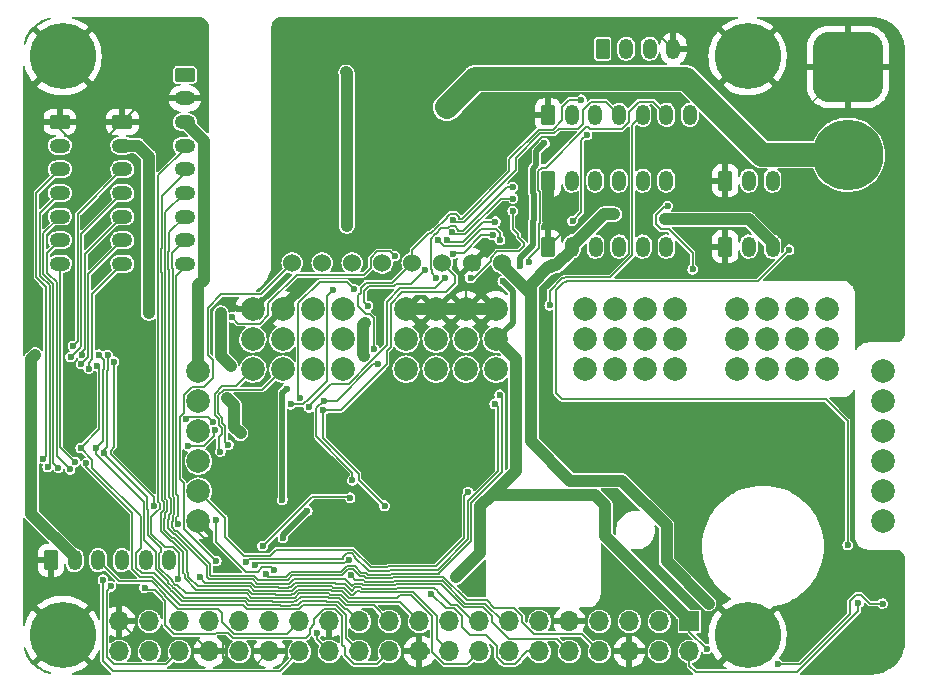
<source format=gbr>
G04 #@! TF.GenerationSoftware,KiCad,Pcbnew,(6.0.1)*
G04 #@! TF.CreationDate,2022-11-23T13:30:13-08:00*
G04 #@! TF.ProjectId,Prime Mover,5072696d-6520-44d6-9f76-65722e6b6963,rev?*
G04 #@! TF.SameCoordinates,Original*
G04 #@! TF.FileFunction,Copper,L2,Bot*
G04 #@! TF.FilePolarity,Positive*
%FSLAX46Y46*%
G04 Gerber Fmt 4.6, Leading zero omitted, Abs format (unit mm)*
G04 Created by KiCad (PCBNEW (6.0.1)) date 2022-11-23 13:30:13*
%MOMM*%
%LPD*%
G01*
G04 APERTURE LIST*
G04 Aperture macros list*
%AMRoundRect*
0 Rectangle with rounded corners*
0 $1 Rounding radius*
0 $2 $3 $4 $5 $6 $7 $8 $9 X,Y pos of 4 corners*
0 Add a 4 corners polygon primitive as box body*
4,1,4,$2,$3,$4,$5,$6,$7,$8,$9,$2,$3,0*
0 Add four circle primitives for the rounded corners*
1,1,$1+$1,$2,$3*
1,1,$1+$1,$4,$5*
1,1,$1+$1,$6,$7*
1,1,$1+$1,$8,$9*
0 Add four rect primitives between the rounded corners*
20,1,$1+$1,$2,$3,$4,$5,0*
20,1,$1+$1,$4,$5,$6,$7,0*
20,1,$1+$1,$6,$7,$8,$9,0*
20,1,$1+$1,$8,$9,$2,$3,0*%
G04 Aperture macros list end*
G04 #@! TA.AperFunction,ComponentPad*
%ADD10RoundRect,0.250000X-0.350000X-0.625000X0.350000X-0.625000X0.350000X0.625000X-0.350000X0.625000X0*%
G04 #@! TD*
G04 #@! TA.AperFunction,ComponentPad*
%ADD11O,1.200000X1.750000*%
G04 #@! TD*
G04 #@! TA.AperFunction,ComponentPad*
%ADD12RoundRect,0.250000X-0.625000X0.350000X-0.625000X-0.350000X0.625000X-0.350000X0.625000X0.350000X0*%
G04 #@! TD*
G04 #@! TA.AperFunction,ComponentPad*
%ADD13O,1.750000X1.200000*%
G04 #@! TD*
G04 #@! TA.AperFunction,ComponentPad*
%ADD14C,5.600000*%
G04 #@! TD*
G04 #@! TA.AperFunction,ComponentPad*
%ADD15C,2.000000*%
G04 #@! TD*
G04 #@! TA.AperFunction,ComponentPad*
%ADD16RoundRect,1.500000X-1.500000X1.500000X-1.500000X-1.500000X1.500000X-1.500000X1.500000X1.500000X0*%
G04 #@! TD*
G04 #@! TA.AperFunction,ComponentPad*
%ADD17C,6.000000*%
G04 #@! TD*
G04 #@! TA.AperFunction,ComponentPad*
%ADD18R,1.700000X1.700000*%
G04 #@! TD*
G04 #@! TA.AperFunction,ComponentPad*
%ADD19O,1.700000X1.700000*%
G04 #@! TD*
G04 #@! TA.AperFunction,ComponentPad*
%ADD20C,1.524000*%
G04 #@! TD*
G04 #@! TA.AperFunction,ViaPad*
%ADD21C,0.600000*%
G04 #@! TD*
G04 #@! TA.AperFunction,Conductor*
%ADD22C,0.150000*%
G04 #@! TD*
G04 #@! TA.AperFunction,Conductor*
%ADD23C,1.000000*%
G04 #@! TD*
G04 #@! TA.AperFunction,Conductor*
%ADD24C,0.500000*%
G04 #@! TD*
G04 #@! TA.AperFunction,Conductor*
%ADD25C,0.200000*%
G04 #@! TD*
G04 #@! TA.AperFunction,Conductor*
%ADD26C,2.000000*%
G04 #@! TD*
G04 APERTURE END LIST*
D10*
X22110000Y13970000D03*
D11*
X24110000Y13970000D03*
X26110000Y13970000D03*
X28110000Y13970000D03*
X30110000Y13970000D03*
X32110000Y13970000D03*
D12*
X-13940000Y18930000D03*
D13*
X-13940000Y16930000D03*
X-13940000Y14930000D03*
X-13940000Y12930000D03*
X-13940000Y10930000D03*
X-13940000Y8930000D03*
X-13940000Y6930000D03*
D10*
X-19970000Y-18170000D03*
D11*
X-17970000Y-18170000D03*
X-15970000Y-18170000D03*
X-13970000Y-18170000D03*
X-11970000Y-18170000D03*
X-9970000Y-18170000D03*
D12*
X-19230000Y18930000D03*
D13*
X-19230000Y16930000D03*
X-19230000Y14930000D03*
X-19230000Y12930000D03*
X-19230000Y10930000D03*
X-19230000Y8930000D03*
X-19230000Y6930000D03*
D14*
X-19000000Y24500000D03*
D10*
X22110000Y19550000D03*
D11*
X24110000Y19550000D03*
X26110000Y19550000D03*
X28110000Y19550000D03*
X30110000Y19550000D03*
X32110000Y19550000D03*
X34110000Y19550000D03*
D14*
X39000000Y-24500000D03*
D10*
X26720000Y25150000D03*
D11*
X28720000Y25150000D03*
X30720000Y25150000D03*
X32720000Y25150000D03*
D14*
X39000000Y24500000D03*
D12*
X-8650000Y22930000D03*
D13*
X-8650000Y20930000D03*
X-8650000Y18930000D03*
X-8650000Y16930000D03*
X-8650000Y14930000D03*
X-8650000Y12930000D03*
X-8650000Y10930000D03*
X-8650000Y8930000D03*
X-8650000Y6930000D03*
D15*
X50500000Y-14850000D03*
X50500000Y-12310000D03*
X50500000Y-9770000D03*
X50500000Y-7230000D03*
X50500000Y-4690000D03*
X50500000Y-2150000D03*
X-7500000Y-14850000D03*
X-7500000Y-12310000D03*
X-7500000Y-9770000D03*
X-7500000Y-7230000D03*
X-7500000Y-4690000D03*
X-7500000Y-2150000D03*
X45700000Y-1980000D03*
X45700000Y560000D03*
X45700000Y3100000D03*
X43160000Y-1980000D03*
X43160000Y560000D03*
X43160000Y3100000D03*
X40620000Y-1980000D03*
X40620000Y560000D03*
X40620000Y3100000D03*
X38080000Y-1980000D03*
X38080000Y560000D03*
X38080000Y3100000D03*
X32840000Y-1980000D03*
X32840000Y560000D03*
X32840000Y3100000D03*
X30300000Y-1980000D03*
X30300000Y560000D03*
X30300000Y3100000D03*
X27760000Y-1980000D03*
X27760000Y560000D03*
X27760000Y3100000D03*
X25220000Y-1980000D03*
X25220000Y560000D03*
X25220000Y3100000D03*
X17700000Y-1980000D03*
X17700000Y560000D03*
X17700000Y3100000D03*
X15160000Y-1980000D03*
X15160000Y560000D03*
X15160000Y3100000D03*
X12620000Y-1980000D03*
X12620000Y560000D03*
X12620000Y3100000D03*
X10080000Y-1980000D03*
X10080000Y560000D03*
X10080000Y3100000D03*
X4740000Y-1980000D03*
X4740000Y560000D03*
X4740000Y3100000D03*
X2200000Y-1980000D03*
X2200000Y560000D03*
X2200000Y3100000D03*
X-340000Y-1980000D03*
X-340000Y560000D03*
X-340000Y3100000D03*
X-2880000Y-1980000D03*
X-2880000Y560000D03*
X-2880000Y3100000D03*
D10*
X22130000Y8390000D03*
D11*
X24130000Y8390000D03*
X26130000Y8390000D03*
X28130000Y8390000D03*
X30130000Y8390000D03*
X32130000Y8390000D03*
D14*
X-19000000Y-24500000D03*
D10*
X37110000Y13970000D03*
D11*
X39110000Y13970000D03*
X41110000Y13970000D03*
D10*
X37110000Y8390000D03*
D11*
X39110000Y8390000D03*
X41110000Y8390000D03*
D16*
X47500000Y23600000D03*
D17*
X47500000Y16160000D03*
D18*
X34080000Y-23350000D03*
D19*
X34080000Y-25890000D03*
X31540000Y-23350000D03*
X31540000Y-25890000D03*
X29000000Y-23350000D03*
X29000000Y-25890000D03*
X26460000Y-23350000D03*
X26460000Y-25890000D03*
X23920000Y-23350000D03*
X23920000Y-25890000D03*
X21380000Y-23350000D03*
X21380000Y-25890000D03*
X18840000Y-23350000D03*
X18840000Y-25890000D03*
X16300000Y-23350000D03*
X16300000Y-25890000D03*
X13760000Y-23350000D03*
X13760000Y-25890000D03*
X11220000Y-23350000D03*
X11220000Y-25890000D03*
X8680000Y-23350000D03*
X8680000Y-25890000D03*
X6140000Y-23350000D03*
X6140000Y-25890000D03*
X3600000Y-23350000D03*
X3600000Y-25890000D03*
X1060000Y-23350000D03*
X1060000Y-25890000D03*
X-1480000Y-23350000D03*
X-1480000Y-25890000D03*
X-4020000Y-23350000D03*
X-4020000Y-25890000D03*
X-6560000Y-23350000D03*
X-6560000Y-25890000D03*
X-9100000Y-23350000D03*
X-9100000Y-25890000D03*
X-11640000Y-23350000D03*
X-11640000Y-25890000D03*
X-14180000Y-23350000D03*
X-14180000Y-25890000D03*
D20*
X18225000Y7000000D03*
X15685000Y7000000D03*
X13145000Y7000000D03*
X10605000Y7000000D03*
X8065000Y7000000D03*
X5525000Y7000000D03*
X2985000Y7000000D03*
X445000Y7000000D03*
D21*
X-11550000Y-11500000D03*
X15110000Y-20670000D03*
X12000000Y-17890000D03*
X40240000Y-8920000D03*
X44030000Y13970000D03*
X-14000000Y-8920000D03*
X-18440000Y-8190000D03*
X7600000Y23120000D03*
X810000Y-27370000D03*
X8350000Y27360000D03*
X51290000Y5030000D03*
X33430000Y-15460000D03*
X8450000Y-2850000D03*
X46530000Y-15410000D03*
X21730000Y-6900000D03*
X33760000Y9560000D03*
X11880000Y17580000D03*
X-14030000Y-14860000D03*
X14830000Y23970000D03*
X21260000Y27140000D03*
X42100000Y22010000D03*
X16910000Y17280000D03*
X-12910000Y-8310000D03*
X-680000Y26940000D03*
X22040000Y24310000D03*
X20080000Y13940000D03*
X41020000Y17880000D03*
X7070000Y15370000D03*
X31050000Y-21840000D03*
X30570000Y-17800000D03*
X6959162Y-16955510D03*
X43060000Y7390000D03*
X50350000Y-26520000D03*
X12230000Y15420000D03*
X-18370000Y3240000D03*
X13950000Y-15760000D03*
X1810000Y-7760000D03*
X30560000Y-11480000D03*
X25110000Y-27200000D03*
X30490000Y18060000D03*
X28860000Y20930000D03*
X-4050000Y-13100000D03*
X46160000Y-6050000D03*
X51340000Y-19250000D03*
X35790000Y-27070000D03*
X31910000Y15950000D03*
X16250000Y-19760000D03*
X20380000Y-27260000D03*
X-19540000Y-13930000D03*
X-5366717Y-24834500D03*
X4504310Y-11691394D03*
X8978092Y-1018848D03*
X7700000Y-15830000D03*
X27780000Y-12500000D03*
X23830000Y17850000D03*
X41020000Y10590000D03*
X7740000Y4500989D03*
X26780000Y-8520000D03*
X27700000Y-22850000D03*
X-16860000Y-16650000D03*
X-220000Y16480000D03*
X19396467Y8514989D03*
X35580000Y27080000D03*
X9630000Y20960000D03*
X25790000Y15830000D03*
X20105990Y9410806D03*
X12040000Y12160000D03*
X33920000Y-5054500D03*
X8420000Y-17700000D03*
X34930000Y17540000D03*
X27880000Y-18940000D03*
X-16440000Y15080000D03*
X33310000Y-20900000D03*
X36990000Y17180000D03*
X-13250000Y-60000D03*
X16890000Y21010000D03*
X16100000Y13150000D03*
X7950000Y1720000D03*
X7410000Y17610000D03*
X25250000Y-5100000D03*
X-4240000Y-10160000D03*
X12070000Y27280000D03*
X-250000Y8720000D03*
X6720000Y8180000D03*
X-6610000Y-16700000D03*
X-690000Y21070000D03*
X42190000Y-22250000D03*
X4820000Y-27320000D03*
X4100000Y-6160000D03*
X50680000Y19200000D03*
X45080000Y-27080000D03*
X-2300000Y-10080000D03*
X16360000Y26460000D03*
X6010000Y26900000D03*
X33050000Y20920000D03*
X43800000Y11450000D03*
X-11600000Y-6390000D03*
X50600000Y10560000D03*
X19670000Y17800000D03*
X19660000Y21040000D03*
X34310000Y13730000D03*
X43000000Y26690000D03*
X-4430000Y-15910000D03*
X22139826Y10714011D03*
X-8560000Y-11040000D03*
X16990000Y-3880000D03*
X-4870000Y3700000D03*
X49580000Y1370000D03*
X33190000Y-9100000D03*
X47430000Y-5020000D03*
X-6230000Y-11060000D03*
X1300000Y5180000D03*
X45870000Y11030000D03*
X-6290797Y-6430697D03*
X3910000Y4690000D03*
X13985551Y9591494D03*
X-8568050Y-6250037D03*
X320000Y-4960000D03*
X19140000Y12460000D03*
X1101041Y-4435445D03*
X12658135Y5717809D03*
X19110000Y13430000D03*
X5685500Y4769623D03*
X13545878Y8984500D03*
X17641339Y10493564D03*
X11702726Y6406490D03*
X6864746Y3365503D03*
X17425046Y9365500D03*
X14083052Y7768514D03*
X13420000Y5710000D03*
X-6052792Y-7148467D03*
X34350158Y6466469D03*
X-8360000Y-8510000D03*
X19120000Y11400000D03*
X32240000Y11840000D03*
X1860000Y-5220000D03*
X15550000Y5720000D03*
X24920000Y20820000D03*
X3100000Y-4670000D03*
X5547612Y-11397026D03*
X7710000Y-1570000D03*
X7390000Y-310000D03*
X14060727Y10640495D03*
X3060878Y-5450878D03*
X8270000Y-13550000D03*
X6610000Y1950000D03*
X48380000Y-21790000D03*
X6540000Y-860000D03*
X32010000Y10690000D03*
X35700000Y-21830000D03*
X-390000Y-13040000D03*
X-30489Y-3629511D03*
X-4780000Y-1700000D03*
X-5600000Y2770000D03*
X-11700000Y2760000D03*
X5010000Y23160000D03*
X27720000Y11140000D03*
X5070000Y10130000D03*
X-12059394Y-20487638D03*
X-9249011Y-15131845D03*
X-9228781Y-19718743D03*
X-7372528Y-19620771D03*
X21800000Y17140000D03*
X-3930000Y-7430000D03*
X41550000Y-26970000D03*
X50440000Y-21830000D03*
X19730000Y6780000D03*
X35540000Y-25670000D03*
X-332763Y-16292194D03*
X-21630000Y-5260000D03*
X14350000Y-19590000D03*
X-5060000Y-4450000D03*
X16350000Y-13600000D03*
X-21310000Y-800000D03*
X1720000Y-13970000D03*
X18270000Y5460000D03*
X-15580000Y-19820000D03*
X47480000Y-16880000D03*
X13520000Y20180000D03*
X42520000Y8120000D03*
X-5641968Y-8963603D03*
X-4962336Y-8407664D03*
X-1800000Y-19330000D03*
X20480275Y7069918D03*
X18020000Y-4160000D03*
X-2070264Y-16953904D03*
X22245500Y3415460D03*
X5347951Y-12873526D03*
X-3470000Y-18350000D03*
X17590000Y-4920000D03*
X25411798Y17850042D03*
X24176304Y10568060D03*
X5260450Y-18109009D03*
X-2682326Y-18603522D03*
X-6000000Y-14790000D03*
X-14640000Y-1360000D03*
X-11300000Y-13600000D03*
X2520000Y-24340000D03*
X-1060000Y-19030000D03*
X-16990000Y-9960000D03*
X-17460000Y-8650000D03*
X-16052777Y-1749563D03*
X-16180000Y-8660000D03*
X-15919472Y-773302D03*
X-15460835Y-9097409D03*
X-15170000Y-790000D03*
X12221401Y-21028960D03*
X15325791Y-12414011D03*
X5387152Y-19457520D03*
X-5990000Y-18220000D03*
X-14900000Y-20380000D03*
X-4650500Y2398119D03*
X18043883Y8942662D03*
X12780000Y8950000D03*
X9140000Y7585500D03*
X-18124122Y-55878D03*
X-18323313Y-954154D03*
X-17363242Y-778512D03*
X-17408461Y-1526649D03*
X-16779256Y-1933903D03*
X-20640000Y-9570000D03*
X-20250000Y-10270000D03*
X-19380000Y-10320000D03*
X-18360000Y-10480000D03*
X-17943193Y-9857084D03*
D22*
X27901047Y6720000D02*
X28954520Y7773473D01*
X20330979Y9635795D02*
X20105990Y9410806D01*
X23569520Y26249520D02*
X23320000Y26000000D01*
X9630000Y19830000D02*
X9630000Y20960000D01*
X9630000Y20960000D02*
X9630000Y21090000D01*
D23*
X17700000Y3100000D02*
X15160000Y3100000D01*
D22*
X23320000Y25990000D02*
X22040000Y24710000D01*
D24*
X-4270000Y3100000D02*
X-4870000Y3700000D01*
D22*
X7675510Y-16955510D02*
X6959162Y-16955510D01*
D23*
X15160000Y3100000D02*
X12620000Y3100000D01*
D22*
X7740000Y1930000D02*
X7740000Y4500989D01*
X21730000Y3080000D02*
X21530000Y3280000D01*
D25*
X-8540000Y-11060000D02*
X-8560000Y-11040000D01*
D22*
X-16440000Y15581047D02*
X-19230000Y18371047D01*
X22820000Y6070000D02*
X23380000Y6070000D01*
X-11940000Y20930000D02*
X-8650000Y20930000D01*
D25*
X-7500000Y-14850000D02*
X-7500000Y-15810000D01*
D22*
X19150000Y17280000D02*
X19670000Y17800000D01*
X-13940000Y18930000D02*
X-11940000Y20930000D01*
D25*
X-6230000Y-11060000D02*
X-8540000Y-11060000D01*
D22*
X-4240000Y-10160000D02*
X-5140000Y-11060000D01*
X-5140000Y-11060000D02*
X-6230000Y-11060000D01*
X14810000Y5570000D02*
X14810000Y6125000D01*
X-18860000Y-7770000D02*
X-18440000Y-8190000D01*
X22230000Y5590000D02*
X22340000Y5590000D01*
X-4160000Y-10080000D02*
X-4240000Y-10160000D01*
X41780000Y17880000D02*
X47500000Y23600000D01*
X24030000Y6720000D02*
X27901047Y6720000D01*
X-14180000Y-23350000D02*
X-12790489Y-24739511D01*
X-2300000Y-10080000D02*
X-4160000Y-10080000D01*
X28934520Y11285480D02*
X27850000Y12370000D01*
X-11600000Y-1710000D02*
X-13250000Y-60000D01*
D23*
X22110000Y13970000D02*
X22130000Y13950000D01*
D22*
X27850000Y12370000D02*
X26720000Y12370000D01*
X32720000Y25150000D02*
X31620480Y26249520D01*
X31620480Y26249520D02*
X23569520Y26249520D01*
X-12790489Y-24739511D02*
X-7710489Y-24739511D01*
X16910000Y17280000D02*
X19150000Y17280000D01*
D24*
X-340000Y3540000D02*
X1300000Y5180000D01*
D22*
X23380000Y6070000D02*
X24030000Y6720000D01*
X21530000Y4890000D02*
X22230000Y5590000D01*
X14810000Y6125000D02*
X15685000Y7000000D01*
X23320000Y26000000D02*
X23320000Y25990000D01*
X20336458Y13683542D02*
X20336458Y9908577D01*
X15160000Y3100000D02*
X15160000Y5220000D01*
X20080000Y13940000D02*
X20336458Y13683542D01*
X6959162Y-13613704D02*
X5036852Y-11691394D01*
X15160000Y5220000D02*
X14810000Y5570000D01*
X11880000Y17580000D02*
X9630000Y19830000D01*
X-16440000Y16430000D02*
X-13940000Y18930000D01*
X-11600000Y-6390000D02*
X-11600000Y-1710000D01*
X-2854022Y-27264022D02*
X-4589140Y-27264021D01*
X-4589140Y-27264021D02*
X-5394022Y-26459139D01*
X-19230000Y18371047D02*
X-19230000Y18930000D01*
X26720000Y12370000D02*
X24070000Y9720000D01*
X-11550000Y-11500000D02*
X-11550000Y-9670000D01*
X-7710489Y-24739511D02*
X-6560000Y-25890000D01*
X22040000Y24710000D02*
X22040000Y24310000D01*
X23460000Y9720000D02*
X22130000Y8390000D01*
X41020000Y17880000D02*
X41780000Y17880000D01*
X-16440000Y15080000D02*
X-16440000Y15581047D01*
X21530000Y3280000D02*
X21530000Y4890000D01*
X21150000Y19550000D02*
X22110000Y19550000D01*
X-16440000Y15080000D02*
X-16440000Y16430000D01*
D25*
X-4430000Y-15910000D02*
X-4430000Y-13480000D01*
D22*
X9930000Y12160000D02*
X12040000Y12160000D01*
X-13520000Y-8920000D02*
X-12910000Y-8310000D01*
X20330979Y9903098D02*
X20330979Y9635795D01*
X-11550000Y-9670000D02*
X-12910000Y-8310000D01*
X-18860000Y-50000D02*
X-18860000Y-7770000D01*
D25*
X-7500000Y-15810000D02*
X-6610000Y-16700000D01*
D22*
X-5394022Y-24861805D02*
X-5366717Y-24834500D01*
X24070000Y9720000D02*
X23460000Y9720000D01*
D23*
X22130000Y10723837D02*
X22139826Y10714011D01*
D22*
X5036852Y-11691394D02*
X4504310Y-11691394D01*
X19660000Y21040000D02*
X21150000Y19550000D01*
D23*
X22130000Y13950000D02*
X22130000Y10723837D01*
D22*
X6720000Y8950000D02*
X9930000Y12160000D01*
X20336458Y9908577D02*
X20330979Y9903098D01*
X-18370000Y440000D02*
X-18860000Y-50000D01*
X6959162Y-16955510D02*
X6959162Y-13613704D01*
D24*
X22130000Y10704185D02*
X22139826Y10714011D01*
D22*
X33750000Y25150000D02*
X41020000Y17880000D01*
X21730000Y-6900000D02*
X21730000Y3080000D01*
X32720000Y25150000D02*
X33750000Y25150000D01*
X-1480000Y-25890000D02*
X-2854022Y-27264022D01*
X-14000000Y-8920000D02*
X-13520000Y-8920000D01*
X9630000Y21090000D02*
X7600000Y23120000D01*
D24*
X-340000Y3100000D02*
X-340000Y3540000D01*
D22*
X-18370000Y3240000D02*
X-18370000Y440000D01*
D23*
X12620000Y3100000D02*
X10080000Y3100000D01*
D22*
X28954520Y7773473D02*
X28954520Y11285480D01*
D24*
X-2880000Y3100000D02*
X-4270000Y3100000D01*
D22*
X-5394022Y-26459139D02*
X-5394022Y-24861805D01*
X9630000Y19830000D02*
X7410000Y17610000D01*
X6720000Y8180000D02*
X6720000Y8950000D01*
D25*
X-4430000Y-13480000D02*
X-4050000Y-13100000D01*
D22*
X28954520Y11285480D02*
X28934520Y11285480D01*
X7950000Y1720000D02*
X7740000Y1930000D01*
X8420000Y-17700000D02*
X7675510Y-16955510D01*
X22340000Y5590000D02*
X22820000Y6070000D01*
D24*
X22130000Y8390000D02*
X22130000Y10704185D01*
D22*
X15055804Y9445088D02*
X15041369Y9430653D01*
X3424511Y4204511D02*
X3910000Y4690000D01*
X3424511Y3516232D02*
X3424511Y4204511D01*
X320000Y-4960000D02*
X1318242Y-4960000D01*
X-8323502Y-6005489D02*
X-6716005Y-6005489D01*
X-6716005Y-6005489D02*
X-6290797Y-6430697D01*
X14210301Y9430654D02*
X14049461Y9591494D01*
X1318242Y-4960000D02*
X1582743Y-4695499D01*
X-8568050Y-6250037D02*
X-8323502Y-6005489D01*
X14793246Y9430654D02*
X14210301Y9430654D01*
X1582743Y-4695499D02*
X1684501Y-4695499D01*
X15041369Y9430653D02*
X14793246Y9430654D01*
X14049461Y9591494D02*
X13985551Y9591494D01*
X1684501Y-4695499D02*
X3424511Y-2955489D01*
X19140000Y12460000D02*
X18116486Y12460000D01*
X3424511Y-2955489D02*
X3424511Y3516232D01*
X15101574Y9445088D02*
X15055804Y9445088D01*
X18116486Y12460000D02*
X15101574Y9445088D01*
X970000Y-4304404D02*
X970000Y3601721D01*
X13607453Y9955154D02*
X13082002Y9955154D01*
X14510052Y9730164D02*
X14510052Y9808751D01*
X14510052Y9808751D02*
X14202808Y10115995D01*
X13768294Y10115995D02*
X13607453Y9955154D01*
X12254501Y6487257D02*
X12254501Y6121443D01*
X1101041Y-4435445D02*
X970000Y-4304404D01*
X12225581Y6540105D02*
X12235388Y6530298D01*
X12158489Y9070247D02*
X12158489Y6676196D01*
X2758279Y5390000D02*
X5065123Y5390000D01*
X12601349Y9474501D02*
X12562743Y9474501D01*
X12158489Y6676196D02*
X12225581Y6609104D01*
X14917307Y9730165D02*
X14510052Y9730164D01*
X12235388Y6506370D02*
X12254501Y6487257D01*
X5065123Y5390000D02*
X5685500Y4769623D01*
X12254501Y6121443D02*
X12658135Y5717809D01*
X970000Y3601721D02*
X2758279Y5390000D01*
X19110000Y13430000D02*
X18617144Y13430000D01*
X12235388Y6530298D02*
X12235388Y6506370D01*
X13082002Y9955154D02*
X12601349Y9474501D01*
X12225581Y6609104D02*
X12225581Y6540105D01*
X14202808Y10115995D02*
X13768294Y10115995D01*
X12562743Y9474501D02*
X12158489Y9070247D01*
X18617144Y13430000D02*
X14917307Y9730165D01*
X6549511Y4664841D02*
X6549511Y3680738D01*
X8805938Y5025490D02*
X6910159Y5025489D01*
X6549511Y3680738D02*
X6864746Y3365503D01*
X14890000Y8790000D02*
X13740378Y8790000D01*
X9054061Y5025489D02*
X8805938Y5025490D01*
X17641339Y10493564D02*
X16593564Y10493564D01*
X16593564Y10493564D02*
X14890000Y8790000D01*
X11702726Y6406490D02*
X10531725Y5235489D01*
X6910159Y5025489D02*
X6549511Y4664841D01*
X10531725Y5235489D02*
X9264061Y5235489D01*
X9264061Y5235489D02*
X9054061Y5025489D01*
X13740378Y8790000D02*
X13545878Y8984500D01*
X14252365Y7920490D02*
X14291876Y7880980D01*
X14828121Y7880978D02*
X14968124Y7880980D01*
X14968124Y7880980D02*
X16452644Y9365500D01*
X16452644Y9365500D02*
X17425046Y9365500D01*
X14291876Y7880980D02*
X14828121Y7880978D01*
X14083052Y7768514D02*
X14235028Y7920490D01*
X14235028Y7920490D02*
X14252365Y7920490D01*
X-7048279Y-8510000D02*
X-6210000Y-7671721D01*
X7155499Y-1286259D02*
X8474501Y32743D01*
X7155499Y-1296222D02*
X7155499Y-1286259D01*
X17820351Y7990489D02*
X19639429Y7990489D01*
X17238489Y7158351D02*
X17238489Y7408627D01*
X8474501Y32743D02*
X8474501Y3734501D01*
X-6210000Y-7305675D02*
X-6052792Y-7148467D01*
X3750000Y-3210000D02*
X5241721Y-3210000D01*
X9589510Y4849510D02*
X12559510Y4849510D01*
X20060000Y8411060D02*
X20060000Y8715038D01*
X32020000Y11840000D02*
X31240000Y11060000D01*
X19120000Y9888242D02*
X19120000Y11400000D01*
X1860000Y-5220000D02*
X1860000Y-5100000D01*
X8474501Y3734501D02*
X9589510Y4849510D01*
X15800138Y5720000D02*
X17238489Y7158351D01*
X-6210000Y-7671721D02*
X-6210000Y-7305675D01*
X32240000Y11840000D02*
X32020000Y11840000D01*
X19581489Y9426753D02*
X19120000Y9888242D01*
X5241721Y-3210000D02*
X7155499Y-1296222D01*
X12559510Y4849510D02*
X13420000Y5710000D01*
X1860000Y-5100000D02*
X3750000Y-3210000D01*
X20060000Y8715038D02*
X19581489Y9193549D01*
X19581489Y9193549D02*
X19581489Y9426753D01*
X34350158Y7849842D02*
X34350158Y6466469D01*
X31240000Y10260000D02*
X31640000Y9860000D01*
X32340000Y9860000D02*
X34350158Y7849842D01*
X-8360000Y-8510000D02*
X-7048279Y-8510000D01*
X31240000Y11060000D02*
X31240000Y10260000D01*
X17238489Y7408627D02*
X17820351Y7990489D01*
X31640000Y9860000D02*
X32340000Y9860000D01*
X15550000Y5720000D02*
X15800138Y5720000D01*
X19639429Y7990489D02*
X20060000Y8411060D01*
X12470440Y9774012D02*
X12438681Y9774011D01*
X14585228Y10857752D02*
X14277984Y11164996D01*
X3100000Y-4670000D02*
X2480000Y-5290000D01*
X14277984Y11164996D02*
X13843470Y11164996D01*
X6675000Y5325000D02*
X6250000Y4900000D01*
X10605000Y8077630D02*
X10605000Y7000000D01*
X13536226Y10857752D02*
X13536226Y10839798D01*
X14585400Y10794525D02*
X14585400Y10823723D01*
X6050000Y4250000D02*
X6050000Y3350000D01*
X14585400Y10823723D02*
X14585228Y10823895D01*
X12181131Y9516461D02*
X12043831Y9516461D01*
X6250000Y4900000D02*
X6250000Y4450000D01*
X6990000Y2690000D02*
X7340000Y2340000D01*
X13843470Y11164996D02*
X13536226Y10857752D01*
X22486072Y18280000D02*
X21310000Y18280000D01*
X7305292Y-1570000D02*
X7137646Y-1737646D01*
X8930000Y5325000D02*
X6675000Y5325000D01*
X18840000Y15810000D02*
X18840000Y14750000D01*
X6710000Y2690000D02*
X6990000Y2690000D01*
X2480000Y-7680000D02*
X5547612Y-10747612D01*
X23285480Y20205480D02*
X23285480Y19079408D01*
X14590137Y10789788D02*
X14585400Y10794525D01*
X24920000Y20820000D02*
X23900000Y20820000D01*
X6050000Y3350000D02*
X6710000Y2690000D01*
X21310000Y18280000D02*
X18840000Y15810000D01*
X13536226Y10839798D02*
X12470440Y9774012D01*
X18840000Y14750000D02*
X14850869Y10760869D01*
X7340000Y1240000D02*
X7340000Y-260000D01*
X12438681Y9774011D02*
X12181131Y9516461D01*
X4205293Y-4670000D02*
X7137646Y-1737646D01*
X23900000Y20820000D02*
X23285480Y20205480D01*
X23285480Y19079408D02*
X22486072Y18280000D01*
X10605000Y7000000D02*
X8930000Y5325000D01*
X7710000Y-1570000D02*
X7305292Y-1570000D01*
X14585228Y10823895D02*
X14585228Y10857752D01*
X2480000Y-5290000D02*
X2480000Y-7680000D01*
X6250000Y4450000D02*
X6050000Y4250000D01*
X7340000Y-260000D02*
X7390000Y-310000D01*
X3100000Y-4670000D02*
X4205293Y-4670000D01*
X12043831Y9516461D02*
X10605000Y8077630D01*
X14590137Y10760869D02*
X14590137Y10789788D01*
X5547612Y-10747612D02*
X5547612Y-11397026D01*
X7340000Y2340000D02*
X7340000Y1240000D01*
X14850869Y10760869D02*
X14590137Y10760869D01*
X22610133Y17980489D02*
X21454061Y17980489D01*
X25768953Y20650000D02*
X25095938Y19976985D01*
X25095938Y18799510D02*
X24676428Y18380000D01*
X21454061Y17980489D02*
X19359510Y15885938D01*
X13470979Y4530979D02*
X14260000Y5320000D01*
X14974930Y10461358D02*
X14239864Y10461358D01*
X19359510Y15885938D02*
X19359510Y14845938D01*
X3060878Y-5450878D02*
X4570880Y-5450878D01*
X3060878Y-7830878D02*
X3060878Y-5450878D01*
X25095938Y19976985D02*
X25095938Y18799510D01*
X14260000Y5320000D02*
X14260000Y5885000D01*
X4570880Y-5450878D02*
X8439511Y-1582247D01*
X8270000Y-13550000D02*
X6070000Y-11350000D01*
X14239864Y10461358D02*
X14060727Y10640495D01*
X24676428Y18380000D02*
X23009644Y18380000D01*
X8774011Y3526867D02*
X9778123Y4530979D01*
X27010000Y20650000D02*
X25768953Y20650000D01*
X8439511Y-425819D02*
X8774011Y-91319D01*
X6070000Y-11350000D02*
X6070000Y-10840000D01*
X8774011Y-91319D02*
X8774011Y3526867D01*
X14260000Y5885000D02*
X13145000Y7000000D01*
X23009644Y18380000D02*
X22610133Y17980489D01*
X19359510Y14845938D02*
X14974930Y10461358D01*
X9778123Y4530979D02*
X13470979Y4530979D01*
X8439511Y-1582247D02*
X8439511Y-425819D01*
X28110000Y19550000D02*
X27010000Y20650000D01*
X6070000Y-10840000D02*
X3060878Y-7830878D01*
X34080000Y-25890000D02*
X34080000Y-27092081D01*
D23*
X22329897Y6654511D02*
X22129897Y6654511D01*
D22*
X34080000Y-27092081D02*
X34627919Y-27640000D01*
D23*
X5070000Y23100000D02*
X5070000Y10130000D01*
X22469897Y6794511D02*
X22329897Y6654511D01*
X-13940000Y16930000D02*
X-12615000Y16930000D01*
X18225000Y6860386D02*
X18225000Y7000000D01*
X-12615000Y16930000D02*
X-11700000Y16015000D01*
X32010000Y10690000D02*
X39085000Y10690000D01*
X41110000Y8665000D02*
X41110000Y8390000D01*
X-11700000Y16015000D02*
X-11700000Y2800000D01*
D24*
X-390000Y-3989022D02*
X-30489Y-3629511D01*
D23*
X20650000Y-8100000D02*
X20650000Y4575000D01*
D22*
X43210000Y-27640000D02*
X48380000Y-22470000D01*
D23*
X24130000Y8432088D02*
X26837912Y11140000D01*
X-5600000Y-880000D02*
X-4780000Y-1700000D01*
X24130000Y8390000D02*
X24130000Y8115000D01*
X24130000Y8115000D02*
X22809511Y6794511D01*
X22129897Y6654511D02*
X20650000Y5174614D01*
X-5600000Y2770000D02*
X-5600000Y-880000D01*
X20510386Y4575000D02*
X18225000Y6860386D01*
D22*
X48380000Y-22470000D02*
X48380000Y-21790000D01*
D23*
X20650000Y4575000D02*
X20510386Y4575000D01*
X39085000Y10690000D02*
X41110000Y8665000D01*
X6540000Y-860000D02*
X6410499Y-730499D01*
X5010000Y23160000D02*
X5070000Y23100000D01*
X6410499Y-730499D02*
X6410499Y1750499D01*
X23990000Y-11440000D02*
X20650000Y-8100000D01*
D22*
X34627919Y-27640000D02*
X43210000Y-27640000D01*
D23*
X32136580Y-15215911D02*
X28360669Y-11440000D01*
X24130000Y8390000D02*
X24130000Y8432088D01*
X26837912Y11140000D02*
X27720000Y11140000D01*
X20650000Y5174614D02*
X20650000Y4575000D01*
X6410499Y1750499D02*
X6610000Y1950000D01*
X22809511Y6794511D02*
X22469897Y6794511D01*
X28360669Y-11440000D02*
X23990000Y-11440000D01*
X-11700000Y2800000D02*
X-11700000Y2760000D01*
X32136580Y-18266580D02*
X32136580Y-15215911D01*
D24*
X-390000Y-13040000D02*
X-390000Y-3989022D01*
D23*
X35700000Y-21830000D02*
X32136580Y-18266580D01*
D22*
X-11180000Y-20660000D02*
X-11887032Y-20660000D01*
X-4589140Y-24724021D02*
X-5003161Y-24310000D01*
X-9392061Y-6591356D02*
X-9384011Y-6599406D01*
X-5003161Y-24310000D02*
X-6000411Y-24310000D01*
X-9380000Y-15000856D02*
X-9249011Y-15131845D01*
X-9380000Y5925000D02*
X-9380000Y-5896657D01*
X4674511Y-22904922D02*
X4045078Y-22275489D01*
X4674511Y-25324511D02*
X4674511Y-22904922D01*
X-9247947Y-12732435D02*
X-9247945Y-14407562D01*
X-9392062Y-5908719D02*
X-9392061Y-6591356D01*
X-9384011Y-6599406D02*
X-9384011Y-12596371D01*
X-10351501Y-21586573D02*
X-10398345Y-21516302D01*
X2325939Y-23104472D02*
X2325939Y-23570489D01*
X-10398347Y-21516302D02*
X-10456224Y-21429478D01*
X-6130411Y-24440000D02*
X-9529589Y-24440000D01*
X2325939Y-23570489D02*
X2150489Y-23745939D01*
X4880000Y-26149589D02*
X4880000Y-25530000D01*
X-10300000Y-23660000D02*
X-10300000Y-21596877D01*
X5694922Y-26964511D02*
X4880000Y-26149589D01*
X1960489Y-24405939D02*
X1636428Y-24730000D01*
X2150489Y-23815939D02*
X1960489Y-24005939D01*
X-9380000Y-5896657D02*
X-9392062Y-5908719D01*
X-10589719Y-21295983D02*
X-10589718Y-21250282D01*
X-9529589Y-24440000D02*
X-10300000Y-23669589D01*
X-9247945Y-14407562D02*
X-9380000Y-14539618D01*
X-10398345Y-21516302D02*
X-10398347Y-21516302D01*
X1960489Y-24005939D02*
X1960489Y-24405939D01*
X-4570000Y-24730000D02*
X-4575978Y-24724022D01*
X-10456224Y-21429478D02*
X-10589719Y-21295983D01*
X4045078Y-22275489D02*
X3154922Y-22275489D01*
X-9384011Y-12596371D02*
X-9247947Y-12732435D01*
X-6000411Y-24310000D02*
X-6130411Y-24440000D01*
X-8650000Y6930000D02*
X-8650000Y6655000D01*
X4880000Y-25530000D02*
X4674511Y-25324511D01*
X-10300000Y-21596877D02*
X-10351501Y-21586573D01*
X2150489Y-23745939D02*
X2150489Y-23815939D01*
X-11887032Y-20660000D02*
X-12059394Y-20487638D01*
X-10589718Y-21250282D02*
X-11180000Y-20660000D01*
X-8650000Y6655000D02*
X-9380000Y5925000D01*
X-4575978Y-24724022D02*
X-4589140Y-24724021D01*
X3154922Y-22275489D02*
X2325939Y-23104472D01*
X-9380000Y-14539618D02*
X-9380000Y-15000856D01*
X1636428Y-24730000D02*
X-4570000Y-24730000D01*
X8680000Y-25890000D02*
X7605489Y-26964511D01*
X7605489Y-26964511D02*
X5694922Y-26964511D01*
X-9690000Y-12713954D02*
X-9690000Y-6716989D01*
X463572Y-19450000D02*
X54061Y-19859511D01*
X24994511Y-24424511D02*
X20934922Y-24424511D01*
X20934922Y-24424511D02*
X19920000Y-23409589D01*
X-2922994Y-19479809D02*
X-3357508Y-19479809D01*
X8882184Y-19678532D02*
X6724586Y-19678531D01*
X12992184Y-19558532D02*
X12962184Y-19588532D01*
X-9466268Y-15656346D02*
X-9773510Y-15349104D01*
X19920000Y-23409589D02*
X19920000Y-22910411D01*
X17570000Y-22200000D02*
X16910000Y-21540000D01*
X16910000Y-21540000D02*
X15230000Y-21540000D01*
X15230000Y-21540000D02*
X13248532Y-19558532D01*
X-6499407Y-18500593D02*
X-9343654Y-15656346D01*
X-6499407Y-19410593D02*
X-6499407Y-18500593D01*
X-3357508Y-19479809D02*
X-3367317Y-19470000D01*
X-9690000Y-5783085D02*
X-9690000Y6528953D01*
X6724586Y-19678531D02*
X6554588Y-19508533D01*
X-6440000Y-19470000D02*
X-6499407Y-19410593D01*
X-9773512Y-14914588D02*
X-9690000Y-14831076D01*
X19920000Y-22910411D02*
X19209589Y-22200000D01*
X-9690000Y-6716989D02*
X-9691572Y-6715417D01*
X13248532Y-19558532D02*
X12992184Y-19558532D01*
X-9547458Y-12856496D02*
X-9690000Y-12713954D01*
X-9690000Y-14426046D02*
X-9547456Y-14283501D01*
X-9749516Y6588469D02*
X-9749519Y7830479D01*
X-9749519Y7830479D02*
X-8650000Y8930000D01*
X54061Y-19859511D02*
X-1934062Y-19859510D01*
X19209589Y-22200000D02*
X17570000Y-22200000D01*
X-9343654Y-15656346D02*
X-9466268Y-15656346D01*
X-9691572Y-5784657D02*
X-9690000Y-5783085D01*
X12962184Y-19588532D02*
X12714061Y-19588531D01*
X26460000Y-25890000D02*
X24994511Y-24424511D01*
X5604410Y-18933020D02*
X5169895Y-18933019D01*
X-3367317Y-19470000D02*
X-6440000Y-19470000D01*
X-2430000Y-19840000D02*
X-2800000Y-19470000D01*
X-2913185Y-19470000D02*
X-2922994Y-19479809D01*
X-9547456Y-14283501D02*
X-9547458Y-12856496D01*
X-9690000Y6528953D02*
X-9749516Y6588469D01*
X5169895Y-18933019D02*
X4652914Y-19450000D01*
X12714061Y-19588531D02*
X8972183Y-19588533D01*
X6554588Y-19508533D02*
X6179921Y-19508531D01*
X-9691572Y-6715417D02*
X-9691572Y-5784657D01*
X6179921Y-19508531D02*
X5604410Y-18933020D01*
X4652914Y-19450000D02*
X463572Y-19450000D01*
X8972183Y-19588533D02*
X8882184Y-19678532D01*
X-2800000Y-19470000D02*
X-2913185Y-19470000D01*
X-9690000Y-14831076D02*
X-9690000Y-14426046D01*
X-9773510Y-15349104D02*
X-9773512Y-14914588D01*
X-1934062Y-19859510D02*
X-1953572Y-19840000D01*
X-1953572Y-19840000D02*
X-2430000Y-19840000D01*
X-568124Y-20179020D02*
X-587144Y-20160000D01*
X14981876Y-22139020D02*
X13030410Y-20187554D01*
X150978Y-20159022D02*
X150000Y-20160000D01*
X150000Y-20160000D02*
X-52856Y-20160000D01*
X-2374061Y-20139511D02*
X-2554062Y-20139510D01*
X6476464Y-20277553D02*
X6368911Y-20170000D01*
X-10049027Y6464408D02*
X-10049029Y7954541D01*
X-6798917Y-19574239D02*
X-6798917Y-18624655D01*
X-6593156Y-19780000D02*
X-6798917Y-19574239D01*
X13030410Y-20187554D02*
X12465938Y-20187553D01*
X-9467715Y-15955857D02*
X-9590330Y-15955856D01*
X-9991082Y-5660595D02*
X-9989511Y-5659024D01*
X-2913572Y-19780000D02*
X-6593156Y-19780000D01*
X-9991467Y9588533D02*
X-8650000Y10930000D01*
X-9846968Y-12980558D02*
X-9989511Y-12838015D01*
X178122Y-20159022D02*
X150978Y-20159022D01*
X22845489Y-24815489D02*
X18785900Y-24815489D01*
X17374511Y-23404100D02*
X17374511Y-22894511D01*
X-9991463Y8122400D02*
X-9991467Y8508356D01*
X12465938Y-20187553D02*
X9220305Y-20187555D01*
X18785900Y-24815489D02*
X17374511Y-23404100D01*
X-9991467Y8012105D02*
X-9991467Y8012112D01*
X-9590330Y-15955856D02*
X-10073021Y-15473165D01*
X17374511Y-22894511D02*
X16619022Y-22139022D01*
X-587144Y-20160000D02*
X-2353572Y-20160000D01*
X-52856Y-20160000D02*
X-71877Y-20179021D01*
X-2353572Y-20160000D02*
X-2374061Y-20139511D01*
X-9989511Y-6841050D02*
X-9991083Y-6839478D01*
X-9991082Y-6591355D02*
X-9991082Y-5660595D01*
X-2554062Y-20139510D02*
X-2913572Y-19780000D01*
X-9989511Y-14707015D02*
X-9989511Y-14301985D01*
X-9991467Y8012112D02*
X-9991460Y8012119D01*
X-71877Y-20179021D02*
X-568124Y-20179020D01*
X6368911Y-20170000D02*
X5653533Y-20170000D01*
X9220305Y-20187555D02*
X9130306Y-20277554D01*
X-9991467Y8508356D02*
X-9991467Y9588533D01*
X557143Y-19780001D02*
X178122Y-20159022D01*
X16619022Y-22139022D02*
X14981876Y-22139020D01*
X-9991083Y-6839478D02*
X-9991082Y-6591355D01*
X-10073021Y-15473165D02*
X-10073022Y-14790526D01*
X23920000Y-25890000D02*
X22845489Y-24815489D01*
X-6798917Y-18624655D02*
X-9467715Y-15955857D01*
X-9989511Y-5659024D02*
X-9989510Y6404891D01*
X5501727Y-20343563D02*
X4938165Y-19780001D01*
X4938165Y-19780001D02*
X557143Y-19780001D01*
X-10049029Y7954541D02*
X-9991467Y8012105D01*
X-10073022Y-14790526D02*
X-9989511Y-14707015D01*
X5653533Y-20191757D02*
X5501727Y-20343563D01*
X9130306Y-20277554D02*
X6476464Y-20277553D01*
X-9989511Y-14301985D02*
X-9846967Y-14159441D01*
X5653533Y-20170000D02*
X5653533Y-20191757D01*
X-9989510Y6404891D02*
X-10049027Y6464408D01*
X-9846967Y-14159441D02*
X-9846968Y-12980558D01*
X-9991460Y8012119D02*
X-9991463Y8122400D01*
X-9989511Y-12838015D02*
X-9989511Y-6841050D01*
X-8368703Y-19234198D02*
X-8470000Y-19132901D01*
X5913412Y-20779022D02*
X5594413Y-21098021D01*
X9348422Y-20876576D02*
X9348419Y-20876579D01*
X-10290979Y6282788D02*
X-10348538Y6340347D01*
X5409042Y-21098021D02*
X4789445Y-20478425D01*
X3921281Y-20478425D02*
X3822856Y-20380000D01*
X13760000Y-25890000D02*
X12685489Y-24815489D01*
X10659020Y-20829020D02*
X9425984Y-20829020D01*
X9425984Y-20829020D02*
X9378428Y-20876576D01*
X6228341Y-20876574D02*
X6130788Y-20779021D01*
X-10290979Y-12960119D02*
X-10290979Y6282788D01*
X430000Y-20760000D02*
X194288Y-20760000D01*
X9348419Y-20876579D02*
X8927226Y-20876576D01*
X810000Y-20380000D02*
X430000Y-20760000D01*
X-816248Y-20778040D02*
X-834290Y-20759999D01*
X-9714392Y-16255366D02*
X-10372532Y-15597226D01*
X-8470000Y-19132901D02*
X-8470000Y-17380000D01*
X-10348541Y8078603D02*
X-10290974Y8136173D01*
X-10290979Y-14179881D02*
X-10146478Y-14035380D01*
X12685489Y-22855489D02*
X10659020Y-20829020D01*
X-2601696Y-20759020D02*
X-2622187Y-20738531D01*
X-10372532Y-15597226D02*
X-10372532Y-14666464D01*
X-10290974Y8136173D02*
X-10290977Y8384291D01*
X-9594633Y-16255367D02*
X-9714392Y-16255366D01*
X-3160717Y-20379999D02*
X-7550000Y-20380000D01*
X-10290978Y11289022D02*
X-8650000Y12930000D01*
X12685489Y-24815489D02*
X12685489Y-22855489D01*
X176244Y-20778043D02*
X-816248Y-20778040D01*
X9378428Y-20876576D02*
X9348422Y-20876576D01*
X3822856Y-20380000D02*
X810000Y-20380000D01*
X-10290979Y-14584911D02*
X-10290979Y-14179881D01*
X-2570977Y-20759021D02*
X-2601696Y-20759020D01*
X-10372532Y-14666464D02*
X-10290979Y-14584911D01*
X-7550000Y-20380000D02*
X-8368702Y-19561298D01*
X4789445Y-20478425D02*
X3921281Y-20478425D01*
X-834290Y-20759999D02*
X-2569998Y-20760000D01*
X-10146478Y-13104620D02*
X-10290979Y-12960119D01*
X5594413Y-21098021D02*
X5409042Y-21098021D01*
X-10290977Y8384291D02*
X-10290978Y11289022D01*
X-2802186Y-20738530D02*
X-3160717Y-20379999D01*
X8927226Y-20876576D02*
X6228341Y-20876574D01*
X-8368702Y-19561298D02*
X-8368703Y-19234198D01*
X194288Y-20760000D02*
X176244Y-20778043D01*
X6130788Y-20779021D02*
X5913412Y-20779022D01*
X-10348538Y6340347D02*
X-10348541Y8078603D01*
X-8470000Y-17380000D02*
X-9594633Y-16255367D01*
X-2569998Y-20760000D02*
X-2570977Y-20759021D01*
X-2622187Y-20738531D02*
X-2802186Y-20738530D01*
X-10146478Y-14035380D02*
X-10146478Y-13104620D01*
X-2725767Y-21058527D02*
X-2725761Y-21058527D01*
X-3284778Y-20679510D02*
X-2926247Y-21038041D01*
X-10590487Y8260229D02*
X-10648052Y8202664D01*
X10518120Y-21128531D02*
X12310000Y-22920411D01*
X12310000Y-22920411D02*
X12310000Y-25959589D01*
X9281044Y-21397532D02*
X9550045Y-21128531D01*
X554062Y-21059510D02*
X934061Y-20679511D01*
X-9838454Y-16554876D02*
X-9718695Y-16554877D01*
X-2695034Y-21058536D02*
X-2694059Y-21059511D01*
X12310000Y-25959589D02*
X13314922Y-26964511D01*
X-958351Y-21059510D02*
X-940304Y-21077557D01*
X-8650000Y14655000D02*
X-10590487Y12714513D01*
X-10445989Y-13476805D02*
X-10445989Y-13911319D01*
X-10445989Y-13911319D02*
X-10590490Y-14055820D01*
X-8668213Y-19358260D02*
X-8668213Y-19685360D01*
X-9718695Y-16554877D02*
X-8769510Y-17504062D01*
X-7674061Y-20679511D02*
X-3284778Y-20679510D01*
X-10590487Y12714513D02*
X-10590489Y11413083D01*
X-8769510Y-17504062D02*
X-8769511Y-19256962D01*
X-10648052Y8202664D02*
X-10648052Y8202660D01*
X3698792Y-20679511D02*
X3797217Y-20777936D01*
X5284981Y-21397532D02*
X9281044Y-21397532D01*
X-10445988Y-13228682D02*
X-10445989Y-13476805D01*
X-2694059Y-21059511D02*
X-958351Y-21059510D01*
X3797217Y-20777936D02*
X4665385Y-20777936D01*
X15225489Y-26964511D02*
X16300000Y-25890000D01*
X934061Y-20679511D02*
X3698792Y-20679511D01*
X300297Y-21077557D02*
X300300Y-21077554D01*
X13314922Y-26964511D02*
X15225489Y-26964511D01*
X-10648052Y8202660D02*
X-10648055Y8202657D01*
X318348Y-21059510D02*
X554062Y-21059510D01*
X-10672045Y-15721284D02*
X-9838454Y-16554876D01*
X-10672045Y-14145617D02*
X-10672045Y-15721284D01*
X-10590490Y-14064062D02*
X-10672045Y-14145617D01*
X-10590490Y-14055820D02*
X-10590490Y-14064062D01*
X-8668213Y-19685360D02*
X-7674061Y-20679511D01*
X9550045Y-21128531D02*
X10518120Y-21128531D01*
X-10590489Y11413083D02*
X-10590487Y8260229D01*
X300306Y-21077553D02*
X318348Y-21059510D01*
X4665385Y-20777936D02*
X5284981Y-21397532D01*
X-10590489Y6158726D02*
X-10590489Y-13084181D01*
X-10648051Y7861492D02*
X-10648049Y6216286D01*
X300300Y-21077554D02*
X300306Y-21077553D01*
X-2725749Y-21058531D02*
X-2725743Y-21058537D01*
X-10648049Y6216286D02*
X-10590489Y6158726D01*
X-8769511Y-19256962D02*
X-8668213Y-19358260D01*
X-8650000Y14930000D02*
X-8650000Y14655000D01*
X-2725761Y-21058527D02*
X-2725757Y-21058531D01*
X-10590489Y-13084181D02*
X-10445988Y-13228682D01*
X-940304Y-21077557D02*
X300297Y-21077557D01*
X-2725743Y-21058537D02*
X-2695034Y-21058536D01*
X-2746253Y-21038040D02*
X-2725767Y-21058527D01*
X-10648055Y8202657D02*
X-10648051Y7861492D01*
X-2926247Y-21038041D02*
X-2746253Y-21038040D01*
X-2725757Y-21058531D02*
X-2725749Y-21058531D01*
X71206Y-20459510D02*
X52184Y-20478532D01*
X52184Y-20478532D02*
X-692186Y-20478530D01*
X13845938Y-21939510D02*
X12745902Y-20839474D01*
X-10890000Y-13940000D02*
X-11470000Y-14520000D01*
X-9628473Y-17070480D02*
X-9120000Y-17578953D01*
X12421265Y-20487066D02*
X9344366Y-20487066D01*
X15766428Y-23350000D02*
X14355938Y-21939510D01*
X-711205Y-20459511D02*
X-2477634Y-20459510D01*
X-9120000Y-19609962D02*
X-9228781Y-19718743D01*
X-10745499Y-13352743D02*
X-10745499Y-13787257D01*
X-10947566Y8326718D02*
X-10947563Y7985550D01*
X14355938Y-21939510D02*
X13845938Y-21939510D01*
X-10890000Y8384286D02*
X-10947566Y8326718D01*
X-8650000Y16655000D02*
X-10890000Y14415000D01*
X6352403Y-20577064D02*
X6244850Y-20469511D01*
X5501727Y-20767135D02*
X4913506Y-20178914D01*
X-10890000Y-13208242D02*
X-10745499Y-13352743D01*
X681205Y-20079511D02*
X301206Y-20459510D01*
X-8650000Y16930000D02*
X-8650000Y16655000D01*
X-3037633Y-20079511D02*
X-6913789Y-20079510D01*
X-10947560Y6092225D02*
X-10890000Y6034665D01*
X4168117Y-20178915D02*
X4068714Y-20079512D01*
X5799352Y-20469510D02*
X5501727Y-20767135D01*
X-11470000Y-15912007D02*
X-10311527Y-17070480D01*
X-10890000Y6034665D02*
X-10890000Y-13208242D01*
X-10947563Y7985550D02*
X-10947560Y6092225D01*
X-10311527Y-17070480D02*
X-9628473Y-17070480D01*
X-6913789Y-20079510D02*
X-7372528Y-19620771D01*
X6244850Y-20469511D02*
X5799352Y-20469510D01*
X-2678124Y-20439020D02*
X-3037633Y-20079511D01*
X-10745499Y-13787257D02*
X-10890000Y-13931758D01*
X301206Y-20459510D02*
X71206Y-20459510D01*
X-2498123Y-20439021D02*
X-2678124Y-20439020D01*
X-10890000Y-13931758D02*
X-10890000Y-13940000D01*
X4068714Y-20079512D02*
X681205Y-20079511D01*
X-2477634Y-20459510D02*
X-2498123Y-20439021D01*
X9344366Y-20487066D02*
X9254367Y-20577065D01*
X12745902Y-20839474D02*
X12745902Y-20811703D01*
X9254367Y-20577065D02*
X6352403Y-20577064D01*
X4913506Y-20178914D02*
X4168117Y-20178915D01*
X-9120000Y-17578953D02*
X-9120000Y-19609962D01*
X-10890000Y14415000D02*
X-10890000Y8384286D01*
X-11470000Y-14520000D02*
X-11470000Y-15912007D01*
X16300000Y-23350000D02*
X15766428Y-23350000D01*
X-692186Y-20478530D02*
X-711205Y-20459511D01*
X12745902Y-20811703D02*
X12421265Y-20487066D01*
D24*
X20930969Y12831900D02*
X20810969Y12951900D01*
D23*
X-7500000Y5100000D02*
X-7040000Y5560000D01*
D22*
X49340000Y-21830000D02*
X48590000Y-21080000D01*
D23*
X19350119Y-10626252D02*
X19350119Y-1090119D01*
D24*
X19730000Y6780000D02*
X19730000Y7410000D01*
X20830969Y10292029D02*
X20830970Y10520281D01*
D23*
X-4481477Y-5028523D02*
X-5060000Y-4450000D01*
D24*
X19730000Y7410000D02*
X20825490Y8505490D01*
D23*
X26950000Y-16080275D02*
X34080000Y-23210275D01*
X26950000Y-13510000D02*
X26950000Y-16080275D01*
D22*
X47650000Y-21640000D02*
X47650000Y-22760000D01*
D23*
X-7040000Y17362088D02*
X-8607912Y18930000D01*
D22*
X48590000Y-21080000D02*
X48210000Y-21080000D01*
X43440000Y-26970000D02*
X41550000Y-26970000D01*
D23*
X17350000Y-12620000D02*
X17356371Y-12620000D01*
X16350000Y-17590000D02*
X16350000Y-13600000D01*
X19350119Y-1090119D02*
X17700000Y560000D01*
X-7040000Y5560000D02*
X-7040000Y17362088D01*
X-21630000Y-14262887D02*
X-21630000Y-5260000D01*
X16350000Y-13600000D02*
X16370000Y-13600000D01*
D24*
X20825490Y10286550D02*
X20830969Y10292029D01*
D22*
X47650000Y-22760000D02*
X43440000Y-26970000D01*
X34080000Y-24210000D02*
X34080000Y-23350000D01*
D23*
X16370000Y-13600000D02*
X17350000Y-12620000D01*
D24*
X-332763Y-16022763D02*
X1720000Y-13970000D01*
D23*
X-7500000Y-2150000D02*
X-7500000Y5100000D01*
D24*
X20810969Y12951900D02*
X20810970Y14988102D01*
X21110480Y16450480D02*
X21800000Y17140000D01*
X20830970Y10520281D02*
X20930969Y10620279D01*
D23*
X14350000Y-19590000D02*
X16350000Y-17590000D01*
D24*
X20930969Y10620279D02*
X20930969Y12831900D01*
D23*
X26060000Y-12620000D02*
X26950000Y-13510000D01*
X-21630000Y-5260000D02*
X-21630000Y-1120000D01*
D24*
X20810970Y14988102D02*
X21110480Y15287611D01*
D23*
X-3930000Y-7430000D02*
X-4481477Y-6878523D01*
X-8607912Y18930000D02*
X-8650000Y18930000D01*
D24*
X19099511Y1959511D02*
X19099511Y4630489D01*
D23*
X-21630000Y-1120000D02*
X-21310000Y-800000D01*
D22*
X50440000Y-21830000D02*
X49340000Y-21830000D01*
D23*
X-17970000Y-17922887D02*
X-21630000Y-14262887D01*
X-4481477Y-6878523D02*
X-4481477Y-5028523D01*
D24*
X-332763Y-16292194D02*
X-332763Y-16022763D01*
D23*
X17356371Y-12620000D02*
X19350119Y-10626252D01*
D22*
X35540000Y-25670000D02*
X34080000Y-24210000D01*
D23*
X-17970000Y-18170000D02*
X-17970000Y-17922887D01*
X34080000Y-23210275D02*
X34080000Y-23350000D01*
X17350000Y-12620000D02*
X26060000Y-12620000D01*
D24*
X17700000Y560000D02*
X19099511Y1959511D01*
X20825490Y8505490D02*
X20825490Y10286550D01*
X21110480Y15287611D02*
X21110480Y16450480D01*
D22*
X48210000Y-21080000D02*
X47650000Y-21640000D01*
D24*
X19099511Y4630489D02*
X18270000Y5460000D01*
D22*
X-15580000Y-26710000D02*
X-14720000Y-27570000D01*
X-9550000Y-27570000D02*
X-14720000Y-27570000D01*
X-15580000Y-26420000D02*
X-15580000Y-26710000D01*
X1060000Y-25890000D02*
X-620000Y-27570000D01*
X-15580000Y-19820000D02*
X-15580000Y-26420000D01*
X-620000Y-27570000D02*
X-9550000Y-27570000D01*
X-11465938Y-19950490D02*
X-14189510Y-19950490D01*
X-14189510Y-19950490D02*
X-15970000Y-18170000D01*
X-5842908Y-22267092D02*
X-9195038Y-22267092D01*
X-10314843Y-21101585D02*
X-11465938Y-19950490D01*
X-4465078Y-24424511D02*
X-5485489Y-23404100D01*
X-5485489Y-23404100D02*
X-5485489Y-22624511D01*
X-5485489Y-22624511D02*
X-5842908Y-22267092D01*
X-10290208Y-21171922D02*
X-10290208Y-21138540D01*
X-10223460Y-21238670D02*
X-10290208Y-21171922D01*
X-9195038Y-22267092D02*
X-10138365Y-21323765D01*
X-10290208Y-21138540D02*
X-10314843Y-21101585D01*
X-10171099Y-21317217D02*
X-10223460Y-21238670D01*
X-14511Y-24424511D02*
X-4465078Y-24424511D01*
X-10138365Y-21323765D02*
X-10171099Y-21317217D01*
X1060000Y-23350000D02*
X-14511Y-24424511D01*
D26*
X40249194Y16160000D02*
X33789194Y22620000D01*
D22*
X42520000Y8120000D02*
X39860000Y5460000D01*
D26*
X33789194Y22620000D02*
X15960000Y22620000D01*
X15960000Y22620000D02*
X13520000Y20180000D01*
X47500000Y16160000D02*
X40249194Y16160000D01*
D22*
X39860000Y5460000D02*
X23657144Y5460000D01*
X47480000Y-6370000D02*
X47480000Y-16880000D01*
X23320000Y-4530000D02*
X45640000Y-4530000D01*
X23657144Y5460000D02*
X23598124Y5400980D01*
X23598124Y5400980D02*
X23438123Y5400979D01*
X22770000Y-3980000D02*
X23320000Y-4530000D01*
X22770000Y4732856D02*
X22770000Y-3980000D01*
X23438123Y5400979D02*
X22770000Y4732856D01*
X45640000Y-4530000D02*
X47480000Y-6370000D01*
X-5780745Y-8824826D02*
X-5641968Y-8963603D01*
X-5766296Y-6213440D02*
X-5766296Y-6693205D01*
X-4325978Y-3425978D02*
X-5484164Y-3425978D01*
X-5484164Y-3425978D02*
X-6114021Y-4055835D01*
X-5505499Y-6954002D02*
X-5505499Y-7437257D01*
X-5526140Y-7467671D02*
X-5526580Y-7468111D01*
X-2880000Y-1980000D02*
X-4325978Y-3425978D01*
X-5526140Y-7457898D02*
X-5526140Y-7467671D01*
X-5526580Y-7468111D02*
X-5526580Y-7488361D01*
X-5780745Y-7742526D02*
X-5780745Y-8824826D01*
X-5505499Y-7437257D02*
X-5526140Y-7457898D01*
X-5526580Y-7488361D02*
X-5780745Y-7742526D01*
X-6114021Y-5865715D02*
X-5766296Y-6213440D01*
X-6114021Y-4055835D02*
X-6114021Y-5865715D01*
X-5766296Y-6693205D02*
X-5505499Y-6954002D01*
X-5228781Y-6825889D02*
X-5205988Y-6848682D01*
X-5466786Y-6569143D02*
X-5228780Y-6807149D01*
X-5228780Y-6807149D02*
X-5228781Y-6825889D01*
X-5205988Y-6848682D02*
X-5205989Y-7561319D01*
X-340000Y-1980000D02*
X-2085489Y-3725489D01*
X-2085489Y-3725489D02*
X-5360103Y-3725489D01*
X-5205989Y-7561319D02*
X-5226485Y-7581815D01*
X-5360103Y-3725489D02*
X-5814510Y-4179896D01*
X-5466785Y-6089379D02*
X-5466786Y-6569143D01*
X-5226485Y-8143515D02*
X-4962336Y-8407664D01*
X-5469930Y-6086234D02*
X-5466785Y-6089379D01*
X-5469929Y-6084642D02*
X-5469930Y-6086234D01*
X-5814510Y-5740061D02*
X-5469929Y-6084642D01*
X-5814510Y-4179896D02*
X-5814510Y-5740061D01*
X-5226485Y-7581815D02*
X-5226485Y-8143515D01*
X18220000Y-10703572D02*
X18220000Y-4620000D01*
X21563448Y15069520D02*
X21889520Y15069520D01*
X28934520Y18904520D02*
X28934520Y19815567D01*
X21305480Y8285480D02*
X21305480Y10323731D01*
X21285480Y13148448D02*
X21285480Y14791552D01*
X25660000Y18330000D02*
X28360000Y18330000D01*
X12874550Y-19259022D02*
X15620000Y-16513572D01*
X4550831Y-19128511D02*
X5045833Y-18633509D01*
X361489Y-19128511D02*
X4550831Y-19128511D01*
X28360000Y18330000D02*
X28934520Y18904520D01*
X21405480Y13028448D02*
X21285480Y13148448D01*
X12838123Y-19289021D02*
X12868122Y-19259022D01*
X20480275Y7460275D02*
X21305480Y8285480D01*
X25320000Y18500000D02*
X25490000Y18500000D01*
X5045833Y-18633509D02*
X5728471Y-18633509D01*
X25490000Y18500000D02*
X25660000Y18330000D01*
X-1800000Y-19330000D02*
X-1570000Y-19560000D01*
X8758123Y-19379021D02*
X8848122Y-19289022D01*
X31010480Y20649520D02*
X32110000Y19550000D01*
X20480275Y7069918D02*
X20480275Y7460275D01*
X6303983Y-19209021D02*
X6678649Y-19209022D01*
X5728471Y-18633509D02*
X6303983Y-19209021D01*
X15620000Y-16513572D02*
X15620000Y-13303572D01*
X15620000Y-13303572D02*
X17861786Y-11061786D01*
X6678649Y-19209022D02*
X6848649Y-19379022D01*
X28934520Y19815567D02*
X29768473Y20649520D01*
X21405480Y10423731D02*
X21405480Y13028448D01*
X12868122Y-19259022D02*
X12874550Y-19259022D01*
X-70000Y-19560000D02*
X361489Y-19128511D01*
X6848649Y-19379022D02*
X8758123Y-19379021D01*
X8848122Y-19289022D02*
X12838123Y-19289021D01*
X17861786Y-11061786D02*
X18220000Y-10703572D01*
X29768473Y20649520D02*
X31010480Y20649520D01*
X21285480Y14791552D02*
X21563448Y15069520D01*
X21305480Y10323731D02*
X21405480Y10423731D01*
X-1570000Y-19560000D02*
X-70000Y-19560000D01*
X18220000Y-4620000D02*
X18220000Y-4360000D01*
X21889520Y15069520D02*
X25320000Y18500000D01*
X18220000Y-4360000D02*
X18020000Y-4160000D01*
X22245500Y4631928D02*
X23314062Y5700490D01*
X23314062Y5700490D02*
X23474062Y5700490D01*
X23474062Y5700490D02*
X23549511Y5775939D01*
X29254031Y7649412D02*
X29254031Y18694031D01*
X27380558Y5775939D02*
X29254031Y7649412D01*
X29254031Y18694031D02*
X30110000Y19550000D01*
X5254425Y-12780000D02*
X2160498Y-12780000D01*
X2160498Y-12780000D02*
X-2013406Y-16953904D01*
X23549511Y5775939D02*
X27380558Y5775939D01*
X-2013406Y-16953904D02*
X-2070264Y-16953904D01*
X22245500Y3415460D02*
X22245500Y4631928D01*
X5347951Y-12873526D02*
X5254425Y-12780000D01*
X17850000Y-10650000D02*
X17850000Y-10350000D01*
X4682105Y-18079022D02*
X4735949Y-18025178D01*
X5784951Y-17891752D02*
X5784951Y-17948523D01*
X12744061Y-18959511D02*
X12750489Y-18959511D01*
X-3470000Y-18350000D02*
X-3199022Y-18079022D01*
X6745939Y-18909511D02*
X6802710Y-18909511D01*
X24934520Y17372764D02*
X24934520Y11326276D01*
X8634062Y-19079510D02*
X8724061Y-18989511D01*
X15320000Y-13180000D02*
X17850000Y-10650000D01*
X8724061Y-18989511D02*
X12714062Y-18989510D01*
X5784951Y-17948523D02*
X6745939Y-18909511D01*
X15320000Y-16390000D02*
X15320000Y-13180000D01*
X6972710Y-19079511D02*
X8634062Y-19079510D01*
X5477707Y-17584508D02*
X5784951Y-17891752D01*
X5043193Y-17584508D02*
X5477707Y-17584508D01*
X17850000Y-5180000D02*
X17590000Y-4920000D01*
X12750489Y-18959511D02*
X15320000Y-16390000D01*
X6802710Y-18909511D02*
X6972710Y-19079511D01*
X4735949Y-18025178D02*
X4735949Y-17891752D01*
X4735949Y-17891752D02*
X5043193Y-17584508D01*
X12714062Y-18989510D02*
X12744061Y-18959511D01*
X-3199022Y-18079022D02*
X4682105Y-18079022D01*
X25411798Y17850042D02*
X24934520Y17372764D01*
X17850000Y-10350000D02*
X17850000Y-5180000D01*
X24934520Y11326276D02*
X24176304Y10568060D01*
X-2517825Y-18439021D02*
X4816749Y-18439021D01*
X4921772Y-18333998D02*
X5035461Y-18333998D01*
X4816749Y-18439021D02*
X4921772Y-18333998D01*
X-2682326Y-18603522D02*
X-2517825Y-18439021D01*
X5035461Y-18333998D02*
X5260450Y-18109009D01*
X-1320000Y-18770000D02*
X-1060000Y-19030000D01*
X-11300000Y-12790000D02*
X-11300000Y-13600000D01*
X-6000000Y-16621758D02*
X-3493735Y-19128023D01*
X-6000000Y-14790000D02*
X-6000000Y-16621758D01*
X-2465069Y-19128023D02*
X-2107046Y-18770000D01*
X-14640000Y-8583818D02*
X-14936334Y-8880152D01*
X-14640000Y-1360000D02*
X-14640000Y-8583818D01*
X-2107046Y-18770000D02*
X-1320000Y-18770000D01*
X-14936334Y-9153666D02*
X-11300000Y-12790000D01*
X-3493735Y-19128023D02*
X-2465069Y-19128023D01*
X-14936334Y-8880152D02*
X-14936334Y-9153666D01*
X3600000Y-25890000D02*
X2520000Y-24810000D01*
X2520000Y-24810000D02*
X2520000Y-24340000D01*
X-692163Y-22275596D02*
X-692167Y-22275600D01*
X-12435590Y-19569029D02*
X-13094031Y-18910588D01*
X-616246Y-22308042D02*
X-648693Y-22275595D01*
X-3383088Y-22275489D02*
X-3700534Y-21958043D01*
X1331881Y-21975979D02*
X1032247Y-22275613D01*
X-692167Y-22275600D02*
X-1436549Y-22275600D01*
X4974022Y-24724022D02*
X4974022Y-22780865D01*
X-13094031Y-14136685D02*
X-16990000Y-10240716D01*
X-11403826Y-19569030D02*
X-12435590Y-19569029D01*
X-3700534Y-21958043D02*
X-9080515Y-21958043D01*
X1032247Y-22275613D02*
X782247Y-22275613D01*
X6140000Y-25890000D02*
X4974022Y-24724022D01*
X-9080515Y-21958043D02*
X-9990698Y-21047860D01*
X782247Y-22275613D02*
X749818Y-22308042D01*
X-1436660Y-22275489D02*
X-3383088Y-22275489D01*
X-13094031Y-18910588D02*
X-13094031Y-14136685D01*
X-648693Y-22275595D02*
X-692163Y-22275596D01*
X-10122073Y-20850783D02*
X-11403826Y-19569030D01*
X749818Y-22308042D02*
X-616246Y-22308042D01*
X4169136Y-21975979D02*
X1331881Y-21975979D01*
X-9990698Y-21047860D02*
X-10122073Y-20850783D01*
X-1436549Y-22275600D02*
X-1436660Y-22275489D01*
X-16990000Y-10240716D02*
X-16990000Y-9960000D01*
X4974022Y-22780865D02*
X4169136Y-21975979D01*
X-15889021Y-7079021D02*
X-15889021Y-1913319D01*
X-3097935Y-21957063D02*
X-3097930Y-21957068D01*
X-16465499Y-9644501D02*
X-16465499Y-10341645D01*
X-524632Y-21976084D02*
X-492184Y-22008532D01*
X-12368533Y-15142183D02*
X-12368533Y-17127486D01*
X-11266905Y-19269519D02*
X-10352290Y-20184136D01*
X-12398532Y-14408612D02*
X-12398531Y-15112185D01*
X-3576470Y-21658532D02*
X-3298433Y-21936573D01*
X-9810297Y-20778503D02*
X-9744824Y-20791600D01*
X314624Y-21976092D02*
X424339Y-21976093D01*
X-2818120Y-21958042D02*
X-2376244Y-21958044D01*
X-1064339Y-21976091D02*
X-1033151Y-21976090D01*
X-12368533Y-17127486D02*
X-12794520Y-17553473D01*
X-2376244Y-21958044D02*
X-2376242Y-21958046D01*
X-492184Y-22008532D02*
X282186Y-22008530D01*
X-2376242Y-21958046D02*
X-1932669Y-21958047D01*
X-3097941Y-21957063D02*
X-3097935Y-21957063D01*
X-1932184Y-21958532D02*
X-1330047Y-21958530D01*
X-12794520Y-17553473D02*
X-12794520Y-18786527D01*
X-3094341Y-21957073D02*
X-3094335Y-21957079D01*
X-3118431Y-21936573D02*
X-3097941Y-21957063D01*
X-15889021Y-1913319D02*
X-16052777Y-1749563D01*
X-1312476Y-21976090D02*
X-1312470Y-21976090D01*
X424339Y-21976093D02*
X424341Y-21976095D01*
X-3067208Y-21957078D02*
X-3066243Y-21958043D01*
X-12794520Y-18786527D02*
X-12311529Y-19269518D01*
X3425025Y-21676468D02*
X4293196Y-21676468D01*
X-1312470Y-21976090D02*
X-1312466Y-21976094D01*
X4293196Y-21676468D02*
X4912798Y-22296065D01*
X3326601Y-21578044D02*
X3425025Y-21676468D01*
X-16465499Y-10341645D02*
X-12398532Y-14408612D01*
X1306244Y-21578044D02*
X3326601Y-21578044D01*
X-12311529Y-19269518D02*
X-11266905Y-19269519D01*
X-1312485Y-21976086D02*
X-1312480Y-21976086D01*
X-9915022Y-20621404D02*
X-9810297Y-20778503D01*
X-10254808Y-20281616D02*
X-9915022Y-20621404D01*
X-1033151Y-21976090D02*
X-816229Y-21976089D01*
X4912798Y-22296065D02*
X5086065Y-22296065D01*
X-1157049Y-21976094D02*
X-1064342Y-21976094D01*
X-9744824Y-20791600D02*
X-8877892Y-21658532D01*
X498092Y-21976095D02*
X672457Y-21976099D01*
X-1312488Y-21976083D02*
X-1312485Y-21976086D01*
X672477Y-21976088D02*
X672489Y-21976085D01*
X-10352290Y-20184154D02*
X-10254808Y-20281616D01*
X672468Y-21976092D02*
X672474Y-21976091D01*
X-8877892Y-21658532D02*
X-3576470Y-21658532D01*
X424341Y-21976095D02*
X498092Y-21976095D01*
X5086065Y-22296065D02*
X6140000Y-23350000D01*
X-1312494Y-21976083D02*
X-1312488Y-21976083D01*
X690533Y-21958041D02*
X926247Y-21958041D01*
X-1312466Y-21976094D02*
X-1312460Y-21976094D01*
X-816225Y-21976085D02*
X-524632Y-21976084D01*
X-10352290Y-20184136D02*
X-10352290Y-20184154D01*
X-3298433Y-21936573D02*
X-3118431Y-21936573D01*
X-1312480Y-21976086D02*
X-1312476Y-21976090D01*
X672465Y-21976095D02*
X672468Y-21976092D01*
X-1330047Y-21958530D02*
X-1312494Y-21976083D01*
X-3097930Y-21957068D02*
X-3094352Y-21957068D01*
X-816229Y-21976089D02*
X-816225Y-21976085D01*
X-17460000Y-8650000D02*
X-15889021Y-7079021D01*
X-3094335Y-21957079D02*
X-3067208Y-21957078D01*
X-1312455Y-21976099D02*
X-1157049Y-21976094D01*
X-1064342Y-21976094D02*
X-1064339Y-21976091D01*
X-3066243Y-21958043D02*
X-2818120Y-21958042D01*
X-1312460Y-21976094D02*
X-1312455Y-21976099D01*
X-3094347Y-21957073D02*
X-3094341Y-21957073D01*
X672489Y-21976085D02*
X690533Y-21958041D01*
X-12398531Y-15112185D02*
X-12368533Y-15142183D01*
X672474Y-21976091D02*
X672477Y-21976088D01*
X-17460000Y-8650000D02*
X-16465499Y-9644501D01*
X-1932669Y-21958047D02*
X-1932184Y-21958532D01*
X282186Y-22008530D02*
X314624Y-21976092D01*
X672461Y-21976095D02*
X672465Y-21976095D01*
X672457Y-21976099D02*
X672461Y-21976095D01*
X-3094352Y-21957068D02*
X-3094347Y-21957073D01*
X926247Y-21958041D02*
X1306244Y-21578044D01*
X-11094031Y-17429412D02*
X-11094031Y-18910588D01*
X4417259Y-21376958D02*
X5036859Y-21996554D01*
X-2943152Y-21657562D02*
X-2942182Y-21658532D01*
X-2942182Y-21658532D02*
X-2252178Y-21658533D01*
X-15569510Y-2008054D02*
X-15528276Y-1966820D01*
X-16180000Y-8660000D02*
X-16180000Y-9202694D01*
X548426Y-21676576D02*
X566471Y-21658531D01*
X-8753832Y-21359021D02*
X-3452413Y-21359021D01*
X-2994370Y-21637062D02*
X-2973880Y-21657552D01*
X-2973880Y-21657552D02*
X-2973874Y-21657552D01*
X-10052793Y-20050456D02*
X-10052792Y-20060062D01*
X-9682259Y-20430595D02*
X-9629896Y-20509145D01*
X-10067363Y-19937256D02*
X-10067362Y-20035887D01*
X-11094031Y-18910588D02*
X-10155088Y-19849531D01*
X802185Y-21658531D02*
X1182182Y-21278534D01*
X-16180000Y-8660000D02*
X-15569511Y-8049511D01*
X3549086Y-21376957D02*
X4417259Y-21376958D01*
X-1188414Y-21676580D02*
X548419Y-21676579D01*
X-15528276Y-1966820D02*
X-15528276Y-1173482D01*
X3450663Y-21278534D02*
X3549086Y-21376957D01*
X-10067362Y-20035887D02*
X-10067349Y-20035900D01*
X-2970285Y-21657563D02*
X-2943152Y-21657562D01*
X-15569511Y-8049511D02*
X-15569510Y-2008054D01*
X-10155088Y-19849531D02*
X-10155088Y-19849534D01*
X-1808608Y-21658536D02*
X-1808123Y-21659021D01*
X-2973874Y-21657552D02*
X-2973869Y-21657557D01*
X-10155088Y-19849534D02*
X-10067363Y-19937256D01*
X-15919472Y-782286D02*
X-15919472Y-773302D01*
X1182182Y-21278534D02*
X3450663Y-21278534D01*
X-15528276Y-1173482D02*
X-15919472Y-782286D01*
X7326555Y-21996555D02*
X8680000Y-23350000D01*
X548419Y-21676579D02*
X548422Y-21676576D01*
X-3452413Y-21359021D02*
X-3174372Y-21637062D01*
X566471Y-21658531D02*
X802185Y-21658531D01*
X-12069022Y-13996308D02*
X-12069022Y-16454421D01*
X-1188428Y-21676577D02*
X-1188417Y-21676577D01*
X-10052792Y-20060062D02*
X-9682259Y-20430595D01*
X-2973869Y-21657557D02*
X-2970291Y-21657557D01*
X-16180000Y-9202694D02*
X-12124012Y-13258682D01*
X-1311389Y-21658533D02*
X-1206472Y-21658533D01*
X-1808123Y-21659021D02*
X-1311876Y-21659020D01*
X-9597159Y-20515694D02*
X-8753832Y-21359021D01*
X-2252178Y-21658533D02*
X-2252175Y-21658536D01*
X-12124011Y-13941319D02*
X-12069022Y-13996308D01*
X-2970291Y-21657557D02*
X-2970285Y-21657563D01*
X-1311876Y-21659020D02*
X-1311389Y-21658533D01*
X-2252175Y-21658536D02*
X-1808608Y-21658536D01*
X5036859Y-21996554D02*
X7326555Y-21996555D01*
X-12069022Y-16454421D02*
X-11094031Y-17429412D01*
X-12124012Y-13258682D02*
X-12124011Y-13941319D01*
X-10067349Y-20035900D02*
X-10067349Y-20035903D01*
X-1206472Y-21658533D02*
X-1188428Y-21676577D01*
X548422Y-21676576D02*
X548426Y-21676576D01*
X-1188417Y-21676577D02*
X-1188414Y-21676580D01*
X-3174372Y-21637062D02*
X-2994370Y-21637062D01*
X-10067349Y-20035903D02*
X-10052793Y-20050456D01*
X-9629896Y-20509145D02*
X-9597159Y-20515694D01*
X442409Y-21359021D02*
X424365Y-21377065D01*
X3673151Y-21077446D02*
X3574727Y-20979022D01*
X-9337809Y-20243242D02*
X-9337813Y-20243242D01*
X-15170000Y-790000D02*
X-15170000Y-2032116D01*
X1058122Y-20979022D02*
X678123Y-21359021D01*
X-15170000Y-2032116D02*
X-15269510Y-2131626D01*
X-1064363Y-21377064D02*
X-1064366Y-21377061D01*
X-9337803Y-20243244D02*
X-9337807Y-20243244D01*
X-2849819Y-21358041D02*
X-2870308Y-21337552D01*
X-10675000Y-17138572D02*
X-11769510Y-16044062D01*
X-9855579Y-19725468D02*
X-10794520Y-18786527D01*
X-1064366Y-21377061D02*
X-1064372Y-21377061D01*
X-10794520Y-18786527D02*
X-10794520Y-17553473D01*
X-10675000Y-17433953D02*
X-10675000Y-17138572D01*
X-11769510Y-13872248D02*
X-11824501Y-13817257D01*
X-3408839Y-20979021D02*
X-8575842Y-20979021D01*
X-15269510Y-2131626D02*
X-15269510Y-8614062D01*
X-9314203Y-20266844D02*
X-9337803Y-20243244D01*
X424365Y-21377065D02*
X424361Y-21377065D01*
X424357Y-21377069D02*
X-1064353Y-21377069D01*
X-15269510Y-8614062D02*
X-15460835Y-8805387D01*
X-11769510Y-16044062D02*
X-11769510Y-13872248D01*
X-8575842Y-20979021D02*
X-9281473Y-20273390D01*
X-9337813Y-20243242D02*
X-9341269Y-20239786D01*
X-2818121Y-21359021D02*
X-2819096Y-21358046D01*
X4541322Y-21077448D02*
X3673151Y-21077446D01*
X424361Y-21377065D02*
X424357Y-21377069D01*
X-2819096Y-21358046D02*
X-2849808Y-21358046D01*
X-9449496Y-20239786D02*
X-9753282Y-19936000D01*
X-1064372Y-21377061D02*
X-1082412Y-21359021D01*
X5160919Y-21697042D02*
X4541322Y-21077448D01*
X-9767852Y-19911810D02*
X-9767853Y-19813192D01*
X-9753295Y-19926382D02*
X-9753295Y-19926364D01*
X-1082412Y-21359021D02*
X-2818121Y-21359021D01*
X-15460835Y-8805387D02*
X-15460835Y-9097409D01*
X-9753282Y-19936000D02*
X-9753282Y-19926395D01*
X-10794520Y-17553473D02*
X-10675000Y-17433953D01*
X9567045Y-21697045D02*
X5160919Y-21697042D01*
X-9341269Y-20239786D02*
X-9449496Y-20239786D01*
X3574727Y-20979022D02*
X1058122Y-20979022D01*
X-1064353Y-21377069D02*
X-1064358Y-21377064D01*
X-2870308Y-21337552D02*
X-3050309Y-21337551D01*
X678123Y-21359021D02*
X442409Y-21359021D01*
X-11824501Y-12800845D02*
X-15460835Y-9164511D01*
X-1064358Y-21377064D02*
X-1064363Y-21377064D01*
X-3050309Y-21337551D02*
X-3408839Y-20979021D01*
X-15460835Y-9164511D02*
X-15460835Y-9097409D01*
X-11824501Y-13817257D02*
X-11824501Y-12800845D01*
X-2849808Y-21358046D02*
X-2849813Y-21358041D01*
X-9337807Y-20243244D02*
X-9337809Y-20243242D01*
X-9281473Y-20273390D02*
X-9314203Y-20266844D01*
X-9753295Y-19926364D02*
X-9767852Y-19911810D01*
X11220000Y-23350000D02*
X9567045Y-21697045D01*
X-9767853Y-19813192D02*
X-9855579Y-19725468D01*
X-2849813Y-21358041D02*
X-2849819Y-21358041D01*
X-9753282Y-19926395D02*
X-9753295Y-19926382D01*
X16816506Y-24495939D02*
X15535372Y-24495939D01*
X20359589Y-25890000D02*
X19285078Y-26964511D01*
X14834511Y-22904922D02*
X14168610Y-22239021D01*
X13431462Y-22239021D02*
X12221401Y-21028960D01*
X18394922Y-26964511D02*
X17765489Y-26335078D01*
X17765489Y-25444922D02*
X16816506Y-24495939D01*
X14168610Y-22239021D02*
X13431462Y-22239021D01*
X21380000Y-25890000D02*
X20359589Y-25890000D01*
X14834511Y-23795078D02*
X14834511Y-22904922D01*
X19285078Y-26964511D02*
X18394922Y-26964511D01*
X15535372Y-24495939D02*
X14834511Y-23795078D01*
X17765489Y-26335078D02*
X17765489Y-25444922D01*
X-7500000Y-12310000D02*
X-5259510Y-14550490D01*
X15020000Y-16260000D02*
X15020000Y-12719802D01*
X12590000Y-18690000D02*
X15020000Y-16260000D01*
X8600000Y-18690000D02*
X12590000Y-18690000D01*
X7096771Y-18780000D02*
X8510000Y-18780000D01*
X-3664061Y-17779511D02*
X-1396507Y-17779510D01*
X15020000Y-12719802D02*
X15325791Y-12414011D01*
X-901995Y-17284998D02*
X5601769Y-17284998D01*
X-5259510Y-16184062D02*
X-3664061Y-17779511D01*
X-1396507Y-17779510D02*
X-901995Y-17284998D01*
X5601769Y-17284998D02*
X7096771Y-18780000D01*
X-5259510Y-14550490D02*
X-5259510Y-16184062D01*
X8510000Y-18780000D02*
X8600000Y-18690000D01*
X5797673Y-19868041D02*
X5387152Y-19457520D01*
X9096244Y-19888044D02*
X9006245Y-19978043D01*
X18840000Y-23350000D02*
X18296428Y-23350000D01*
X13106247Y-19868041D02*
X13086244Y-19888043D01*
X18296428Y-23350000D02*
X16785939Y-21839511D01*
X9006245Y-19978043D02*
X6600525Y-19978042D01*
X6490524Y-19868041D02*
X5797673Y-19868041D01*
X15105938Y-21839510D02*
X13134469Y-19868041D01*
X6600525Y-19978042D02*
X6490524Y-19868041D01*
X13134469Y-19868041D02*
X13106247Y-19868041D01*
X12589999Y-19888042D02*
X9096244Y-19888044D01*
X13086244Y-19888043D02*
X12589999Y-19888042D01*
X16785939Y-21839511D02*
X15105938Y-21839510D01*
X-6992790Y-3465489D02*
X-6273532Y-2746231D01*
X-6273532Y-1236468D02*
X-6720000Y-790000D01*
X-9074501Y-11277257D02*
X-9074501Y-11267257D01*
X-2205000Y4350000D02*
X445000Y7000000D01*
X-9084501Y-10822743D02*
X-9074501Y-10812743D01*
X-9092551Y-6032780D02*
X-8724511Y-5664740D01*
X-8724511Y-11627247D02*
X-9074501Y-11277257D01*
X-8724511Y-5664740D02*
X-8724511Y-4182790D01*
X-8007210Y-3465489D02*
X-6992790Y-3465489D01*
X-6720000Y-790000D02*
X-6720000Y3180000D01*
X-6720000Y3180000D02*
X-5550000Y4350000D01*
X-9092551Y-6467294D02*
X-9092551Y-6032780D01*
X-9074501Y-10812743D02*
X-9074501Y-6485344D01*
X-9074501Y-11267257D02*
X-9084501Y-11257257D01*
X-5550000Y4350000D02*
X-2205000Y4350000D01*
X-9084501Y-11257257D02*
X-9084501Y-10822743D01*
X-8724511Y-15485489D02*
X-8724511Y-11627247D01*
X-9074501Y-6485344D02*
X-9092551Y-6467294D01*
X-6273532Y-2746231D02*
X-6273532Y-1236468D01*
X-8724511Y-4182790D02*
X-8007210Y-3465489D01*
X-5990000Y-18220000D02*
X-8724511Y-15485489D01*
X-15254511Y-26355489D02*
X-14620000Y-26990000D01*
X-14900000Y-20380000D02*
X-15254511Y-20734511D01*
X-15254511Y-20734511D02*
X-15254511Y-26355489D01*
X-14620000Y-26990000D02*
X-10200000Y-26990000D01*
X-10200000Y-26990000D02*
X-9100000Y-25890000D01*
X-4121891Y1869510D02*
X-2287791Y1869510D01*
X-1564511Y2592790D02*
X-1564511Y3607210D01*
X822780Y5994501D02*
X6481617Y5994501D01*
X16413572Y9890000D02*
X14983572Y8460000D01*
X7656373Y7986511D02*
X8738989Y7986511D01*
X7078489Y7408627D02*
X7656373Y7986511D01*
X18043883Y8942662D02*
X18043883Y9536117D01*
X13270000Y8460000D02*
X12780000Y8950000D01*
X-2287791Y1869510D02*
X-1564511Y2592790D01*
X8738989Y7986511D02*
X9140000Y7585500D01*
X7078489Y6591373D02*
X7078489Y7408627D01*
X-1564511Y3607210D02*
X822780Y5994501D01*
X17690000Y9890000D02*
X16413572Y9890000D01*
X6481617Y5994501D02*
X7078489Y6591373D01*
X14983572Y8460000D02*
X13270000Y8460000D01*
X-4650500Y2398119D02*
X-4121891Y1869510D01*
X18043883Y9536117D02*
X17690000Y9890000D01*
X-17710000Y358244D02*
X-18124122Y-55878D01*
X-17710000Y11160000D02*
X-17710000Y358244D01*
X-13940000Y14930000D02*
X-17710000Y11160000D01*
X-17599621Y-231379D02*
X-17599621Y-273135D01*
X-17565499Y-157257D02*
X-17565499Y-187257D01*
X-17906865Y-580379D02*
X-17968621Y-580379D01*
X-17410000Y9460000D02*
X-17410000Y-1758D01*
X-17968621Y-580379D02*
X-18323313Y-935071D01*
X-17599621Y-273135D02*
X-17906865Y-580379D01*
X-17595499Y-217257D02*
X-17595499Y-227257D01*
X-18323313Y-935071D02*
X-18323313Y-954154D01*
X-17595499Y-227257D02*
X-17599621Y-231379D01*
X-17565499Y-187257D02*
X-17595499Y-217257D01*
X-13940000Y12930000D02*
X-17410000Y9460000D01*
X-17410000Y-1758D02*
X-17565499Y-157257D01*
X-17110000Y-320000D02*
X-17363242Y-573242D01*
X-17110000Y7760000D02*
X-17110000Y-320000D01*
X-17363242Y-573242D02*
X-17363242Y-778512D01*
X-13940000Y10930000D02*
X-17110000Y7760000D01*
X-16838741Y-984013D02*
X-16838741Y-995769D01*
X-17145985Y-1303013D02*
X-17157741Y-1303013D01*
X-16838741Y-995769D02*
X-17145985Y-1303013D01*
X-16810489Y-955761D02*
X-16838741Y-984013D01*
X-13940000Y8930000D02*
X-16810489Y6059511D01*
X-17381377Y-1526649D02*
X-17408461Y-1526649D01*
X-17157741Y-1303013D02*
X-17381377Y-1526649D01*
X-16810489Y6059511D02*
X-16810489Y-955761D01*
X-13940000Y6930000D02*
X-16479510Y4390490D01*
X-16779256Y-1445684D02*
X-16779256Y-1933903D01*
X-16479510Y4390490D02*
X-16479510Y-1145938D01*
X-16479510Y-1145938D02*
X-16779256Y-1445684D01*
X-21230000Y12930000D02*
X-19230000Y14930000D01*
X-20640000Y-9570000D02*
X-20400000Y-9330000D01*
X-20400000Y4980000D02*
X-21230000Y5810000D01*
X-20400000Y-9330000D02*
X-20400000Y4980000D01*
X-21230000Y5810000D02*
X-21230000Y12930000D01*
X-20930000Y5933572D02*
X-20930000Y11230000D01*
X-20100489Y-10120489D02*
X-20100489Y5104061D01*
X-20250000Y-10270000D02*
X-20100489Y-10120489D01*
X-20100489Y5104061D02*
X-20930000Y5933572D01*
X-20930000Y11230000D02*
X-19230000Y12930000D01*
X-19800979Y-9899021D02*
X-19380000Y-10320000D01*
X-20630489Y6057633D02*
X-19800979Y5228123D01*
X-19230000Y10930000D02*
X-20630489Y9529511D01*
X-19800979Y5228123D02*
X-19800979Y-9899021D01*
X-20630489Y9529511D02*
X-20630489Y6057633D01*
X-20329520Y7830480D02*
X-19230000Y8930000D01*
X-20329520Y6180236D02*
X-20329520Y7830480D01*
X-18360000Y-10480000D02*
X-19501468Y-9338532D01*
X-19501468Y-9338532D02*
X-19501468Y5352184D01*
X-19501468Y5352184D02*
X-20329520Y6180236D01*
X-19190490Y-8609787D02*
X-17943193Y-9857084D01*
X-19190490Y6890490D02*
X-19190490Y-8609787D01*
X-19230000Y6930000D02*
X-19190490Y6890490D01*
G04 #@! TA.AperFunction,Conductor*
G36*
X-20864495Y-9961789D02*
G01*
X-20840333Y-9977873D01*
X-20840327Y-9977876D01*
X-20835940Y-9980796D01*
X-20830908Y-9982368D01*
X-20830906Y-9982369D01*
X-20721563Y-10016530D01*
X-20681323Y-10047240D01*
X-20670238Y-10096630D01*
X-20676645Y-10118612D01*
X-20685246Y-10136932D01*
X-20705099Y-10264440D01*
X-20704416Y-10269663D01*
X-20704416Y-10269666D01*
X-20689391Y-10384562D01*
X-20688367Y-10392394D01*
X-20686244Y-10397219D01*
X-20662392Y-10451426D01*
X-20636395Y-10510510D01*
X-20553361Y-10609291D01*
X-20445940Y-10680796D01*
X-20440908Y-10682368D01*
X-20440906Y-10682369D01*
X-20406577Y-10693094D01*
X-20322767Y-10719278D01*
X-20317499Y-10719375D01*
X-20317496Y-10719375D01*
X-20263448Y-10720365D01*
X-20193745Y-10721643D01*
X-20188662Y-10720257D01*
X-20188660Y-10720257D01*
X-20074329Y-10689086D01*
X-20069245Y-10687700D01*
X-19959276Y-10620179D01*
X-19888298Y-10541763D01*
X-19843543Y-10518117D01*
X-19794058Y-10528771D01*
X-19770610Y-10552322D01*
X-19768521Y-10555679D01*
X-19766395Y-10560510D01*
X-19683361Y-10659291D01*
X-19575940Y-10730796D01*
X-19570908Y-10732368D01*
X-19570906Y-10732369D01*
X-19548532Y-10739359D01*
X-19452767Y-10769278D01*
X-19447499Y-10769375D01*
X-19447496Y-10769375D01*
X-19393448Y-10770365D01*
X-19323745Y-10771643D01*
X-19318662Y-10770257D01*
X-19318660Y-10770257D01*
X-19204329Y-10739086D01*
X-19199245Y-10737700D01*
X-19089276Y-10670179D01*
X-19002678Y-10574507D01*
X-18952548Y-10471040D01*
X-18916229Y-10435784D01*
X-18865743Y-10432121D01*
X-18824714Y-10461767D01*
X-18812579Y-10493712D01*
X-18800094Y-10589186D01*
X-18798367Y-10602394D01*
X-18796244Y-10607219D01*
X-18760532Y-10688380D01*
X-18746395Y-10720510D01*
X-18663361Y-10819291D01*
X-18555940Y-10890796D01*
X-18550908Y-10892368D01*
X-18550906Y-10892369D01*
X-18528228Y-10899454D01*
X-18432767Y-10929278D01*
X-18427499Y-10929375D01*
X-18427496Y-10929375D01*
X-18373448Y-10930365D01*
X-18303745Y-10931643D01*
X-18298662Y-10930257D01*
X-18298660Y-10930257D01*
X-18184329Y-10899086D01*
X-18179245Y-10897700D01*
X-18069276Y-10830179D01*
X-17982678Y-10734507D01*
X-17926412Y-10618375D01*
X-17911337Y-10528771D01*
X-17905478Y-10493944D01*
X-17905478Y-10493943D01*
X-17905003Y-10491120D01*
X-17904867Y-10480000D01*
X-17918535Y-10384562D01*
X-17908140Y-10335022D01*
X-17864747Y-10302677D01*
X-17767522Y-10276170D01*
X-17762438Y-10274784D01*
X-17652469Y-10207263D01*
X-17565871Y-10111591D01*
X-17556906Y-10093087D01*
X-17520585Y-10057829D01*
X-17470099Y-10054167D01*
X-17429070Y-10083813D01*
X-17422579Y-10095548D01*
X-17376395Y-10200510D01*
X-17293361Y-10299291D01*
X-17185940Y-10370796D01*
X-17184316Y-10371303D01*
X-17157886Y-10393284D01*
X-17144260Y-10412039D01*
X-17137527Y-10415926D01*
X-17137524Y-10415929D01*
X-17136898Y-10416290D01*
X-17121573Y-10428049D01*
X-15226581Y-12323040D01*
X-13341205Y-14208416D01*
X-13319813Y-14254292D01*
X-13319531Y-14260742D01*
X-13319531Y-17305344D01*
X-13336844Y-17352910D01*
X-13380681Y-17378220D01*
X-13430531Y-17369430D01*
X-13444422Y-17359066D01*
X-13489864Y-17316019D01*
X-13517372Y-17289960D01*
X-13521083Y-17287804D01*
X-13521085Y-17287803D01*
X-13627025Y-17226269D01*
X-13668702Y-17202061D01*
X-13836193Y-17151333D01*
X-13840480Y-17151067D01*
X-14006568Y-17140763D01*
X-14006571Y-17140763D01*
X-14010862Y-17140497D01*
X-14183340Y-17170134D01*
X-14344373Y-17238654D01*
X-14347837Y-17241203D01*
X-14347840Y-17241205D01*
X-14481865Y-17339837D01*
X-14481867Y-17339839D01*
X-14485324Y-17342383D01*
X-14598632Y-17475755D01*
X-14678219Y-17631616D01*
X-14719815Y-17801606D01*
X-14720500Y-17812648D01*
X-14720500Y-18488822D01*
X-14720252Y-18490947D01*
X-14720252Y-18490951D01*
X-14710693Y-18572937D01*
X-14705343Y-18618828D01*
X-14703876Y-18622869D01*
X-14703876Y-18622870D01*
X-14653539Y-18761544D01*
X-14645631Y-18783331D01*
X-14549677Y-18929685D01*
X-14504659Y-18972331D01*
X-14425748Y-19047085D01*
X-14425745Y-19047087D01*
X-14422628Y-19050040D01*
X-14418917Y-19052196D01*
X-14418915Y-19052197D01*
X-14367758Y-19081911D01*
X-14271298Y-19137939D01*
X-14103807Y-19188667D01*
X-14099520Y-19188933D01*
X-13933432Y-19199237D01*
X-13933429Y-19199237D01*
X-13929138Y-19199503D01*
X-13756660Y-19169866D01*
X-13595627Y-19101346D01*
X-13592163Y-19098797D01*
X-13592160Y-19098795D01*
X-13458135Y-19000163D01*
X-13458133Y-19000161D01*
X-13454676Y-18997617D01*
X-13433194Y-18972331D01*
X-13389203Y-18947290D01*
X-13339407Y-18956384D01*
X-13309196Y-18990144D01*
X-13306255Y-18996750D01*
X-13304638Y-19004356D01*
X-13299642Y-19011232D01*
X-13290425Y-19028209D01*
X-13287377Y-19036148D01*
X-13270147Y-19053378D01*
X-13262607Y-19062207D01*
X-13248291Y-19081911D01*
X-13241558Y-19085798D01*
X-13241555Y-19085801D01*
X-13240929Y-19086162D01*
X-13225604Y-19097921D01*
X-12916174Y-19407350D01*
X-12724860Y-19598664D01*
X-12703468Y-19644540D01*
X-12716569Y-19693435D01*
X-12758033Y-19722468D01*
X-12777186Y-19724990D01*
X-14065452Y-19724990D01*
X-14113018Y-19707677D01*
X-14117778Y-19703316D01*
X-14660299Y-19160795D01*
X-15203022Y-18618073D01*
X-15224414Y-18572197D01*
X-15222574Y-18548158D01*
X-15220185Y-18538394D01*
X-15219500Y-18527352D01*
X-15219500Y-17851178D01*
X-15220308Y-17844243D01*
X-15234159Y-17725443D01*
X-15234657Y-17721172D01*
X-15268091Y-17629063D01*
X-15292900Y-17560715D01*
X-15292901Y-17560712D01*
X-15294369Y-17556669D01*
X-15390323Y-17410315D01*
X-15466512Y-17338140D01*
X-15514252Y-17292915D01*
X-15514255Y-17292913D01*
X-15517372Y-17289960D01*
X-15521083Y-17287804D01*
X-15521085Y-17287803D01*
X-15627025Y-17226269D01*
X-15668702Y-17202061D01*
X-15836193Y-17151333D01*
X-15840480Y-17151067D01*
X-16006568Y-17140763D01*
X-16006571Y-17140763D01*
X-16010862Y-17140497D01*
X-16183340Y-17170134D01*
X-16344373Y-17238654D01*
X-16347837Y-17241203D01*
X-16347840Y-17241205D01*
X-16481865Y-17339837D01*
X-16481867Y-17339839D01*
X-16485324Y-17342383D01*
X-16598632Y-17475755D01*
X-16678219Y-17631616D01*
X-16719815Y-17801606D01*
X-16720500Y-17812648D01*
X-16720500Y-18488822D01*
X-16720252Y-18490947D01*
X-16720252Y-18490951D01*
X-16710693Y-18572937D01*
X-16705343Y-18618828D01*
X-16703876Y-18622869D01*
X-16703876Y-18622870D01*
X-16653539Y-18761544D01*
X-16645631Y-18783331D01*
X-16549677Y-18929685D01*
X-16504659Y-18972331D01*
X-16425748Y-19047085D01*
X-16425745Y-19047087D01*
X-16422628Y-19050040D01*
X-16418917Y-19052196D01*
X-16418915Y-19052197D01*
X-16367758Y-19081911D01*
X-16271298Y-19137939D01*
X-16103807Y-19188667D01*
X-16099520Y-19188933D01*
X-15933432Y-19199237D01*
X-15933429Y-19199237D01*
X-15929138Y-19199503D01*
X-15756660Y-19169866D01*
X-15595627Y-19101346D01*
X-15509703Y-19038113D01*
X-15461132Y-19023864D01*
X-15413517Y-19045388D01*
X-14588006Y-19870899D01*
X-14566614Y-19916775D01*
X-14579715Y-19965670D01*
X-14621179Y-19994704D01*
X-14671606Y-19990292D01*
X-14680581Y-19985322D01*
X-14699206Y-19973250D01*
X-14709094Y-19966841D01*
X-14714143Y-19965331D01*
X-14714145Y-19965330D01*
X-14827674Y-19931377D01*
X-14827675Y-19931377D01*
X-14832727Y-19929866D01*
X-14898229Y-19929466D01*
X-14956499Y-19929110D01*
X-14956500Y-19929110D01*
X-14961769Y-19929078D01*
X-15037794Y-19950806D01*
X-15088287Y-19947231D01*
X-15124668Y-19912036D01*
X-15131103Y-19867378D01*
X-15125478Y-19833944D01*
X-15125478Y-19833943D01*
X-15125003Y-19831120D01*
X-15124867Y-19820000D01*
X-15126409Y-19809234D01*
X-15142414Y-19697472D01*
X-15142415Y-19697469D01*
X-15143161Y-19692259D01*
X-15149324Y-19678704D01*
X-15194390Y-19579586D01*
X-15194392Y-19579583D01*
X-15196572Y-19574788D01*
X-15203157Y-19567145D01*
X-15277367Y-19481020D01*
X-15277368Y-19481019D01*
X-15280807Y-19477028D01*
X-15285226Y-19474164D01*
X-15285228Y-19474162D01*
X-15356069Y-19428247D01*
X-15389094Y-19406841D01*
X-15394143Y-19405331D01*
X-15394145Y-19405330D01*
X-15507674Y-19371377D01*
X-15507675Y-19371377D01*
X-15512727Y-19369866D01*
X-15578229Y-19369466D01*
X-15636499Y-19369110D01*
X-15636500Y-19369110D01*
X-15641769Y-19369078D01*
X-15765845Y-19404539D01*
X-15874981Y-19473399D01*
X-15878469Y-19477348D01*
X-15878471Y-19477350D01*
X-15897363Y-19498742D01*
X-15960404Y-19570122D01*
X-15962643Y-19574891D01*
X-15962645Y-19574894D01*
X-16006108Y-19667469D01*
X-16015246Y-19686932D01*
X-16035099Y-19814440D01*
X-16034416Y-19819663D01*
X-16034416Y-19819666D01*
X-16020005Y-19929866D01*
X-16018367Y-19942394D01*
X-16016244Y-19947219D01*
X-15997291Y-19990292D01*
X-15966395Y-20060510D01*
X-15883361Y-20159291D01*
X-15851180Y-20180712D01*
X-15838496Y-20189155D01*
X-15808493Y-20229924D01*
X-15805500Y-20250756D01*
X-15805500Y-23194638D01*
X-15822813Y-23242204D01*
X-15866650Y-23267514D01*
X-15916500Y-23258724D01*
X-15948256Y-23221999D01*
X-15991920Y-23112277D01*
X-15993598Y-23108645D01*
X-16159391Y-22795517D01*
X-16161451Y-22792089D01*
X-16360080Y-22498716D01*
X-16362508Y-22495516D01*
X-16479713Y-22357314D01*
X-16488952Y-22352044D01*
X-16493695Y-22352906D01*
X-18631564Y-24490774D01*
X-18636059Y-24500413D01*
X-18634478Y-24506312D01*
X-16497405Y-26643384D01*
X-16487766Y-26647879D01*
X-16483014Y-26646605D01*
X-16376556Y-26522837D01*
X-16374126Y-26519680D01*
X-16173441Y-26227680D01*
X-16171359Y-26224271D01*
X-16003389Y-25912317D01*
X-16001680Y-25908686D01*
X-15948063Y-25776643D01*
X-15914127Y-25739085D01*
X-15863988Y-25732128D01*
X-15821108Y-25759027D01*
X-15805500Y-25804484D01*
X-15805500Y-26702139D01*
X-15805601Y-26706012D01*
X-15807271Y-26737887D01*
X-15807700Y-26746064D01*
X-15804913Y-26753324D01*
X-15804913Y-26753325D01*
X-15798969Y-26768809D01*
X-15795671Y-26779942D01*
X-15790607Y-26803768D01*
X-15785611Y-26810644D01*
X-15776394Y-26827621D01*
X-15773346Y-26835560D01*
X-15756116Y-26852790D01*
X-15748576Y-26861619D01*
X-15734260Y-26881323D01*
X-15727527Y-26885210D01*
X-15727524Y-26885213D01*
X-15726898Y-26885574D01*
X-15711573Y-26897333D01*
X-14885231Y-27723674D01*
X-14863839Y-27769550D01*
X-14876940Y-27818445D01*
X-14918404Y-27847478D01*
X-14937557Y-27850000D01*
X-18147052Y-27850000D01*
X-18194618Y-27832687D01*
X-18219928Y-27788850D01*
X-18211138Y-27739000D01*
X-18172361Y-27706463D01*
X-18162563Y-27703644D01*
X-18133374Y-27697387D01*
X-18129489Y-27696331D01*
X-17793121Y-27585087D01*
X-17789391Y-27583626D01*
X-17466999Y-27436703D01*
X-17463435Y-27434840D01*
X-17158797Y-27253959D01*
X-17155469Y-27251731D01*
X-16872133Y-27038997D01*
X-16869073Y-27036429D01*
X-16854688Y-27022968D01*
X-16849875Y-27013480D01*
X-16851132Y-27008079D01*
X-18990774Y-24868436D01*
X-19000413Y-24863941D01*
X-19006312Y-24865522D01*
X-21146812Y-27006023D01*
X-21151307Y-27015662D01*
X-21150214Y-27019740D01*
X-20873248Y-27232264D01*
X-20869943Y-27234527D01*
X-20567210Y-27418591D01*
X-20563677Y-27420485D01*
X-20242828Y-27570782D01*
X-20239127Y-27572277D01*
X-20011297Y-27650281D01*
X-19971903Y-27682068D01*
X-19962158Y-27731740D01*
X-19986621Y-27776055D01*
X-20033847Y-27794277D01*
X-20047662Y-27793245D01*
X-20130087Y-27779240D01*
X-20138170Y-27777396D01*
X-20296645Y-27731740D01*
X-20437302Y-27691217D01*
X-20445134Y-27688476D01*
X-20732726Y-27569352D01*
X-20740203Y-27565752D01*
X-21012658Y-27415172D01*
X-21019685Y-27410756D01*
X-21038808Y-27397187D01*
X-21273552Y-27230627D01*
X-21280039Y-27225454D01*
X-21512155Y-27018022D01*
X-21518022Y-27012155D01*
X-21725454Y-26780039D01*
X-21730628Y-26773551D01*
X-21910759Y-26519680D01*
X-21915172Y-26512658D01*
X-21921299Y-26501571D01*
X-22065752Y-26240203D01*
X-22069352Y-26232726D01*
X-22188476Y-25945134D01*
X-22191217Y-25937302D01*
X-22269641Y-25665087D01*
X-22277396Y-25638170D01*
X-22279241Y-25630083D01*
X-22288697Y-25574428D01*
X-22279597Y-25524634D01*
X-22240618Y-25492339D01*
X-22190000Y-25492655D01*
X-22151428Y-25525433D01*
X-22144365Y-25542507D01*
X-22144014Y-25543790D01*
X-22142761Y-25547556D01*
X-22012902Y-25877224D01*
X-22011242Y-25880849D01*
X-21846543Y-26194554D01*
X-21844498Y-26197985D01*
X-21646887Y-26492062D01*
X-21644473Y-26495265D01*
X-21520309Y-26642714D01*
X-21511089Y-26648016D01*
X-21506390Y-26647179D01*
X-19368436Y-24509226D01*
X-19363941Y-24499587D01*
X-19365522Y-24493688D01*
X-21502594Y-22356617D01*
X-21512233Y-22352122D01*
X-21516938Y-22353383D01*
X-21630491Y-22486335D01*
X-21632909Y-22489499D01*
X-21832575Y-22782200D01*
X-21834642Y-22785613D01*
X-22001527Y-23098159D01*
X-22003215Y-23101779D01*
X-22135371Y-23430526D01*
X-22136658Y-23434306D01*
X-22204761Y-23676592D01*
X-22234299Y-23717699D01*
X-22283350Y-23730202D01*
X-22328961Y-23708251D01*
X-22349792Y-23662116D01*
X-22350000Y-23656568D01*
X-22350000Y-21986132D01*
X-21150494Y-21986132D01*
X-21149205Y-21991584D01*
X-19009226Y-24131564D01*
X-18999587Y-24136059D01*
X-18993688Y-24134478D01*
X-16853616Y-21994405D01*
X-16849121Y-21984766D01*
X-16850587Y-21979298D01*
X-16851415Y-21978512D01*
X-16854467Y-21975915D01*
X-17136301Y-21761215D01*
X-17139610Y-21758965D01*
X-17443000Y-21575949D01*
X-17446519Y-21574078D01*
X-17767886Y-21424904D01*
X-17771614Y-21423413D01*
X-18107212Y-21309819D01*
X-18111063Y-21308744D01*
X-18456960Y-21232061D01*
X-18460925Y-21231405D01*
X-18813088Y-21192526D01*
X-18817064Y-21192304D01*
X-19171373Y-21191685D01*
X-19175381Y-21191895D01*
X-19527678Y-21229545D01*
X-19531620Y-21230184D01*
X-19877779Y-21305658D01*
X-19881657Y-21306726D01*
X-20217649Y-21419148D01*
X-20221360Y-21420617D01*
X-20543262Y-21568675D01*
X-20546785Y-21570532D01*
X-20850812Y-21752489D01*
X-20854125Y-21754723D01*
X-21136711Y-21968442D01*
X-21139765Y-21971022D01*
X-21145715Y-21976629D01*
X-21150494Y-21986132D01*
X-22350000Y-21986132D01*
X-22350000Y-18843454D01*
X-21077999Y-18843454D01*
X-21077802Y-18847259D01*
X-21067450Y-18947034D01*
X-21065749Y-18954908D01*
X-21012456Y-19114650D01*
X-21008831Y-19122389D01*
X-20920347Y-19265377D01*
X-20915036Y-19272076D01*
X-20796038Y-19390868D01*
X-20789328Y-19396168D01*
X-20646184Y-19484403D01*
X-20638445Y-19488011D01*
X-20478598Y-19541031D01*
X-20470737Y-19542716D01*
X-20372242Y-19552807D01*
X-20368471Y-19553000D01*
X-20237048Y-19553000D01*
X-20227052Y-19549362D01*
X-20224000Y-19544075D01*
X-20224000Y-18437048D01*
X-20227638Y-18427052D01*
X-20232925Y-18424000D01*
X-21064951Y-18424000D01*
X-21074947Y-18427638D01*
X-21077999Y-18432925D01*
X-21077999Y-18843454D01*
X-22350000Y-18843454D01*
X-22350000Y-14599360D01*
X-22332687Y-14551794D01*
X-22288850Y-14526484D01*
X-22239000Y-14535274D01*
X-22208660Y-14570423D01*
X-22208525Y-14570349D01*
X-22208176Y-14570984D01*
X-22207197Y-14572118D01*
X-22204568Y-14578758D01*
X-22201833Y-14582523D01*
X-22201831Y-14582526D01*
X-22176351Y-14617595D01*
X-22172525Y-14623418D01*
X-22148081Y-14664752D01*
X-22130289Y-14682544D01*
X-22122749Y-14691373D01*
X-22107963Y-14711724D01*
X-22104375Y-14714692D01*
X-22070975Y-14742323D01*
X-22065818Y-14747015D01*
X-20152158Y-16660675D01*
X-20130766Y-16706551D01*
X-20143867Y-16755446D01*
X-20185331Y-16784480D01*
X-20204484Y-16787001D01*
X-20368454Y-16787001D01*
X-20372259Y-16787198D01*
X-20472034Y-16797550D01*
X-20479908Y-16799251D01*
X-20639650Y-16852544D01*
X-20647389Y-16856169D01*
X-20790377Y-16944653D01*
X-20797076Y-16949964D01*
X-20915868Y-17068962D01*
X-20921168Y-17075672D01*
X-21009403Y-17218816D01*
X-21013011Y-17226555D01*
X-21066031Y-17386402D01*
X-21067716Y-17394263D01*
X-21077807Y-17492758D01*
X-21078000Y-17496529D01*
X-21078000Y-17902952D01*
X-21074362Y-17912948D01*
X-21069075Y-17916000D01*
X-19790000Y-17916000D01*
X-19742434Y-17933313D01*
X-19717124Y-17977150D01*
X-19716000Y-17990000D01*
X-19716000Y-19539951D01*
X-19712362Y-19549947D01*
X-19707075Y-19552999D01*
X-19571546Y-19552999D01*
X-19567741Y-19552802D01*
X-19467966Y-19542450D01*
X-19460092Y-19540749D01*
X-19300350Y-19487456D01*
X-19292611Y-19483831D01*
X-19149623Y-19395347D01*
X-19142924Y-19390036D01*
X-19024132Y-19271038D01*
X-19018832Y-19264328D01*
X-18930597Y-19121184D01*
X-18926989Y-19113445D01*
X-18873969Y-18953598D01*
X-18872284Y-18945737D01*
X-18862193Y-18847242D01*
X-18862000Y-18843471D01*
X-18862000Y-18548869D01*
X-18844687Y-18501303D01*
X-18800850Y-18475993D01*
X-18751000Y-18484783D01*
X-18718463Y-18523560D01*
X-18714499Y-18540297D01*
X-18705343Y-18618828D01*
X-18703876Y-18622869D01*
X-18703876Y-18622870D01*
X-18653539Y-18761544D01*
X-18645631Y-18783331D01*
X-18549677Y-18929685D01*
X-18504659Y-18972331D01*
X-18425748Y-19047085D01*
X-18425745Y-19047087D01*
X-18422628Y-19050040D01*
X-18418917Y-19052196D01*
X-18418915Y-19052197D01*
X-18367758Y-19081911D01*
X-18271298Y-19137939D01*
X-18103807Y-19188667D01*
X-18099520Y-19188933D01*
X-17933432Y-19199237D01*
X-17933429Y-19199237D01*
X-17929138Y-19199503D01*
X-17756660Y-19169866D01*
X-17595627Y-19101346D01*
X-17592163Y-19098797D01*
X-17592160Y-19098795D01*
X-17458135Y-19000163D01*
X-17458133Y-19000161D01*
X-17454676Y-18997617D01*
X-17341368Y-18864245D01*
X-17261781Y-18708384D01*
X-17220185Y-18538394D01*
X-17219500Y-18527352D01*
X-17219500Y-17851178D01*
X-17220308Y-17844243D01*
X-17234159Y-17725443D01*
X-17234657Y-17721172D01*
X-17268091Y-17629063D01*
X-17292900Y-17560715D01*
X-17292901Y-17560712D01*
X-17294369Y-17556669D01*
X-17390323Y-17410315D01*
X-17466512Y-17338140D01*
X-17514252Y-17292915D01*
X-17514255Y-17292913D01*
X-17517372Y-17289960D01*
X-17521083Y-17287804D01*
X-17521085Y-17287803D01*
X-17627025Y-17226269D01*
X-17668702Y-17202061D01*
X-17753196Y-17176470D01*
X-17797515Y-17163047D01*
X-17828391Y-17144550D01*
X-20957826Y-14015115D01*
X-20979218Y-13969239D01*
X-20979500Y-13962789D01*
X-20979500Y-10023389D01*
X-20962187Y-9975823D01*
X-20918350Y-9950513D01*
X-20864495Y-9961789D01*
G37*
G04 #@! TD.AperFunction*
G04 #@! TA.AperFunction,Conductor*
G36*
X28996976Y18561591D02*
G01*
X29026009Y18520127D01*
X29028531Y18500974D01*
X29028531Y7773469D01*
X29011218Y7725903D01*
X29006857Y7721143D01*
X28788986Y7503272D01*
X28743110Y7481880D01*
X28739307Y7482899D01*
X28730565Y7446897D01*
X28721290Y7435576D01*
X27308827Y6023113D01*
X27262951Y6001721D01*
X27256501Y6001439D01*
X23557372Y6001439D01*
X23553499Y6001540D01*
X23521214Y6003232D01*
X23513447Y6003639D01*
X23506187Y6000852D01*
X23506186Y6000852D01*
X23490702Y5994908D01*
X23479569Y5991610D01*
X23455743Y5986546D01*
X23448867Y5981550D01*
X23431890Y5972333D01*
X23423951Y5969285D01*
X23418452Y5963785D01*
X23418448Y5963783D01*
X23406724Y5952058D01*
X23397889Y5944512D01*
X23391843Y5940120D01*
X23348351Y5925990D01*
X23321923Y5925990D01*
X23318050Y5926091D01*
X23285764Y5927783D01*
X23277998Y5928190D01*
X23270735Y5925402D01*
X23255252Y5919459D01*
X23244119Y5916161D01*
X23227901Y5912714D01*
X23227900Y5912714D01*
X23220294Y5911097D01*
X23213415Y5906099D01*
X23196442Y5896884D01*
X23195767Y5896625D01*
X23195765Y5896624D01*
X23188503Y5893836D01*
X23171276Y5876609D01*
X23162446Y5869068D01*
X23142739Y5854750D01*
X23138852Y5848017D01*
X23138851Y5848016D01*
X23138488Y5847387D01*
X23126728Y5832061D01*
X22091602Y4796935D01*
X22088792Y4794268D01*
X22058991Y4767435D01*
X22055828Y4760331D01*
X22055826Y4760328D01*
X22049083Y4745181D01*
X22043540Y4734974D01*
X22030274Y4714546D01*
X22029057Y4706864D01*
X22029057Y4706863D01*
X22028944Y4706148D01*
X22023458Y4687627D01*
X22020000Y4679860D01*
X22020000Y4655501D01*
X22019089Y4643925D01*
X22015278Y4619863D01*
X22017291Y4612351D01*
X22017291Y4612347D01*
X22017478Y4611650D01*
X22020000Y4592497D01*
X22020000Y3846708D01*
X22002687Y3799142D01*
X21985487Y3784124D01*
X21950519Y3762061D01*
X21947032Y3758113D01*
X21947031Y3758112D01*
X21941854Y3752250D01*
X21865096Y3665338D01*
X21862857Y3660569D01*
X21862855Y3660566D01*
X21829563Y3589656D01*
X21810254Y3548528D01*
X21790401Y3421020D01*
X21791084Y3415797D01*
X21791084Y3415794D01*
X21804404Y3313936D01*
X21807133Y3293066D01*
X21859105Y3174950D01*
X21942139Y3076169D01*
X22049560Y3004664D01*
X22054592Y3003092D01*
X22054594Y3003091D01*
X22090214Y2991963D01*
X22172733Y2966182D01*
X22178001Y2966085D01*
X22178004Y2966085D01*
X22232052Y2965095D01*
X22301755Y2963817D01*
X22306838Y2965203D01*
X22306840Y2965203D01*
X22421171Y2996374D01*
X22426255Y2997760D01*
X22430742Y3000515D01*
X22430751Y3000519D01*
X22431783Y3001153D01*
X22432602Y3001320D01*
X22435587Y3002612D01*
X22435858Y3001986D01*
X22481377Y3011286D01*
X22525882Y2987170D01*
X22544500Y2938090D01*
X22544500Y-3972139D01*
X22544399Y-3976012D01*
X22543135Y-4000140D01*
X22542300Y-4016064D01*
X22545087Y-4023324D01*
X22545087Y-4023325D01*
X22551031Y-4038809D01*
X22554329Y-4049942D01*
X22559393Y-4073768D01*
X22564389Y-4080644D01*
X22573606Y-4097621D01*
X22576654Y-4105560D01*
X22593884Y-4122790D01*
X22601424Y-4131619D01*
X22615740Y-4151323D01*
X22622473Y-4155210D01*
X22622476Y-4155213D01*
X22623102Y-4155574D01*
X22638427Y-4167333D01*
X23154993Y-4683898D01*
X23157660Y-4686708D01*
X23184493Y-4716509D01*
X23191599Y-4719673D01*
X23206749Y-4726419D01*
X23216949Y-4731957D01*
X23230858Y-4740989D01*
X23230860Y-4740990D01*
X23237382Y-4745225D01*
X23245061Y-4746441D01*
X23245063Y-4746442D01*
X23245778Y-4746555D01*
X23264300Y-4752042D01*
X23272068Y-4755500D01*
X23296428Y-4755500D01*
X23308004Y-4756411D01*
X23332065Y-4760222D01*
X23339577Y-4758209D01*
X23339581Y-4758209D01*
X23340278Y-4758022D01*
X23359431Y-4755500D01*
X45515942Y-4755500D01*
X45563508Y-4772813D01*
X45568268Y-4777174D01*
X47232826Y-6441731D01*
X47254218Y-6487607D01*
X47254500Y-6494057D01*
X47254500Y-16448752D01*
X47237187Y-16496318D01*
X47219987Y-16511336D01*
X47185019Y-16533399D01*
X47181532Y-16537347D01*
X47181531Y-16537348D01*
X47168304Y-16552325D01*
X47099596Y-16630122D01*
X47097357Y-16634891D01*
X47097355Y-16634894D01*
X47059846Y-16714787D01*
X47044754Y-16746932D01*
X47024901Y-16874440D01*
X47025584Y-16879663D01*
X47025584Y-16879666D01*
X47039116Y-16983145D01*
X47041633Y-17002394D01*
X47043756Y-17007219D01*
X47074037Y-17076037D01*
X47093605Y-17120510D01*
X47176639Y-17219291D01*
X47284060Y-17290796D01*
X47289092Y-17292368D01*
X47289094Y-17292369D01*
X47314074Y-17300173D01*
X47407233Y-17329278D01*
X47412501Y-17329375D01*
X47412504Y-17329375D01*
X47466552Y-17330365D01*
X47536255Y-17331643D01*
X47541338Y-17330257D01*
X47541340Y-17330257D01*
X47655671Y-17299086D01*
X47660755Y-17297700D01*
X47770724Y-17230179D01*
X47857322Y-17134507D01*
X47913588Y-17018375D01*
X47934997Y-16891120D01*
X47935133Y-16880000D01*
X47926045Y-16816541D01*
X47917586Y-16757472D01*
X47917585Y-16757469D01*
X47916839Y-16752259D01*
X47914659Y-16747464D01*
X47865610Y-16639586D01*
X47865608Y-16639583D01*
X47863428Y-16634788D01*
X47857106Y-16627450D01*
X47782633Y-16541020D01*
X47782632Y-16541019D01*
X47779193Y-16537028D01*
X47774774Y-16534164D01*
X47774772Y-16534162D01*
X47739251Y-16511139D01*
X47708752Y-16470739D01*
X47705500Y-16449042D01*
X47705500Y-6377861D01*
X47705601Y-6373988D01*
X47707293Y-6341703D01*
X47707700Y-6333936D01*
X47698969Y-6311190D01*
X47695671Y-6300057D01*
X47692224Y-6283841D01*
X47690607Y-6276232D01*
X47685611Y-6269356D01*
X47676393Y-6252378D01*
X47676132Y-6251698D01*
X47673346Y-6244440D01*
X47656116Y-6227210D01*
X47648575Y-6218380D01*
X47638831Y-6204969D01*
X47634260Y-6198677D01*
X47627527Y-6194790D01*
X47627524Y-6194787D01*
X47626898Y-6194426D01*
X47611573Y-6182667D01*
X46775962Y-5347056D01*
X45935231Y-4506326D01*
X45913839Y-4460450D01*
X45926940Y-4411555D01*
X45968404Y-4382521D01*
X45987557Y-4380000D01*
X46920513Y-4380000D01*
X46939666Y-4382522D01*
X46940590Y-4382770D01*
X46940592Y-4382770D01*
X46950000Y-4385291D01*
X46954976Y-4383958D01*
X47150458Y-4366855D01*
X47344825Y-4314774D01*
X47527196Y-4229733D01*
X47541288Y-4219866D01*
X47583453Y-4190341D01*
X47692029Y-4114315D01*
X47834315Y-3972029D01*
X47949733Y-3807196D01*
X47951099Y-3804267D01*
X47951104Y-3804258D01*
X47958934Y-3787467D01*
X47994727Y-3751674D01*
X48045153Y-3747263D01*
X48086618Y-3776297D01*
X48100000Y-3818741D01*
X48100000Y-16090513D01*
X48097478Y-16109666D01*
X48094709Y-16120000D01*
X48096042Y-16124976D01*
X48113145Y-16320458D01*
X48165226Y-16514825D01*
X48250267Y-16697196D01*
X48252120Y-16699843D01*
X48252121Y-16699844D01*
X48262584Y-16714787D01*
X48365685Y-16862029D01*
X48507971Y-17004315D01*
X48623363Y-17085114D01*
X48668073Y-17116420D01*
X48672804Y-17119733D01*
X48855175Y-17204774D01*
X49049542Y-17256855D01*
X49190845Y-17269218D01*
X49233856Y-17272981D01*
X49233857Y-17272981D01*
X49245024Y-17273958D01*
X49250000Y-17275291D01*
X49259408Y-17272770D01*
X49259410Y-17272770D01*
X49260334Y-17272522D01*
X49279487Y-17270000D01*
X51470513Y-17270000D01*
X51489666Y-17272522D01*
X51500000Y-17275291D01*
X51509412Y-17272769D01*
X51519153Y-17272769D01*
X51519153Y-17273454D01*
X51527837Y-17272742D01*
X51658573Y-17285619D01*
X51672800Y-17288449D01*
X51818306Y-17332588D01*
X51831708Y-17338140D01*
X51965806Y-17409817D01*
X51977868Y-17417876D01*
X52053063Y-17479586D01*
X52095406Y-17514336D01*
X52105662Y-17524592D01*
X52112018Y-17532337D01*
X52202124Y-17642132D01*
X52210183Y-17654194D01*
X52281860Y-17788292D01*
X52287412Y-17801694D01*
X52331551Y-17947200D01*
X52334381Y-17961427D01*
X52347258Y-18092163D01*
X52346546Y-18100847D01*
X52347231Y-18100847D01*
X52347231Y-18110588D01*
X52344709Y-18120000D01*
X52347231Y-18129412D01*
X52347478Y-18130334D01*
X52350000Y-18149487D01*
X52350000Y-24970513D01*
X52347478Y-24989666D01*
X52344709Y-25000000D01*
X52347230Y-25009410D01*
X52347230Y-25016659D01*
X52348418Y-25028168D01*
X52335148Y-25264477D01*
X52332313Y-25314956D01*
X52331384Y-25323198D01*
X52289334Y-25570683D01*
X52279241Y-25630084D01*
X52277396Y-25638170D01*
X52269641Y-25665087D01*
X52191217Y-25937302D01*
X52188476Y-25945134D01*
X52069352Y-26232726D01*
X52065752Y-26240203D01*
X51921300Y-26501571D01*
X51915172Y-26512658D01*
X51910759Y-26519680D01*
X51730628Y-26773551D01*
X51725454Y-26780039D01*
X51518022Y-27012155D01*
X51512155Y-27018022D01*
X51280039Y-27225454D01*
X51273552Y-27230627D01*
X51038809Y-27397187D01*
X51019685Y-27410756D01*
X51012658Y-27415172D01*
X50740203Y-27565752D01*
X50732726Y-27569352D01*
X50445134Y-27688476D01*
X50437302Y-27691217D01*
X50296645Y-27731740D01*
X50138170Y-27777396D01*
X50130087Y-27779240D01*
X49823198Y-27831384D01*
X49814962Y-27832312D01*
X49528168Y-27848418D01*
X49516659Y-27847230D01*
X49509410Y-27847230D01*
X49500000Y-27844709D01*
X49489742Y-27847458D01*
X49489666Y-27847478D01*
X49470513Y-27850000D01*
X43497558Y-27850000D01*
X43449992Y-27832687D01*
X43424682Y-27788850D01*
X43433472Y-27739000D01*
X43445232Y-27723674D01*
X48533898Y-22635007D01*
X48536708Y-22632340D01*
X48541686Y-22627858D01*
X48566509Y-22605507D01*
X48569672Y-22598403D01*
X48569674Y-22598400D01*
X48576417Y-22583253D01*
X48581960Y-22573045D01*
X48590989Y-22559142D01*
X48595226Y-22552618D01*
X48596556Y-22544220D01*
X48602042Y-22525699D01*
X48605500Y-22517932D01*
X48605500Y-22493568D01*
X48606411Y-22481997D01*
X48607691Y-22473915D01*
X48610222Y-22457935D01*
X48608209Y-22450423D01*
X48608209Y-22450419D01*
X48608022Y-22449722D01*
X48605500Y-22430569D01*
X48605500Y-22221626D01*
X48622813Y-22174060D01*
X48640780Y-22158565D01*
X48654752Y-22149986D01*
X48670724Y-22140179D01*
X48757322Y-22044507D01*
X48813588Y-21928375D01*
X48833826Y-21808081D01*
X48858790Y-21764046D01*
X48906219Y-21746360D01*
X48953919Y-21763299D01*
X48959126Y-21768032D01*
X49174993Y-21983898D01*
X49177660Y-21986708D01*
X49204493Y-22016509D01*
X49211597Y-22019672D01*
X49211600Y-22019674D01*
X49226747Y-22026417D01*
X49236954Y-22031960D01*
X49257382Y-22045226D01*
X49265064Y-22046443D01*
X49265065Y-22046443D01*
X49265780Y-22046556D01*
X49284301Y-22052042D01*
X49292068Y-22055500D01*
X49316427Y-22055500D01*
X49328003Y-22056411D01*
X49352065Y-22060222D01*
X49359577Y-22058209D01*
X49359581Y-22058209D01*
X49360278Y-22058022D01*
X49379431Y-22055500D01*
X50006520Y-22055500D01*
X50054086Y-22072813D01*
X50063165Y-22081883D01*
X50136639Y-22169291D01*
X50244060Y-22240796D01*
X50249092Y-22242368D01*
X50249094Y-22242369D01*
X50284714Y-22253497D01*
X50367233Y-22279278D01*
X50372501Y-22279375D01*
X50372504Y-22279375D01*
X50426552Y-22280365D01*
X50496255Y-22281643D01*
X50501338Y-22280257D01*
X50501340Y-22280257D01*
X50615671Y-22249086D01*
X50620755Y-22247700D01*
X50730724Y-22180179D01*
X50817322Y-22084507D01*
X50873588Y-21968375D01*
X50894997Y-21841120D01*
X50895133Y-21830000D01*
X50888608Y-21784440D01*
X50877586Y-21707472D01*
X50877585Y-21707469D01*
X50876839Y-21702259D01*
X50858125Y-21661100D01*
X50825610Y-21589586D01*
X50825608Y-21589583D01*
X50823428Y-21584788D01*
X50818645Y-21579236D01*
X50742633Y-21491020D01*
X50742632Y-21491019D01*
X50739193Y-21487028D01*
X50734774Y-21484164D01*
X50734772Y-21484162D01*
X50643250Y-21424842D01*
X50630906Y-21416841D01*
X50625857Y-21415331D01*
X50625855Y-21415330D01*
X50512326Y-21381377D01*
X50512325Y-21381377D01*
X50507273Y-21379866D01*
X50441771Y-21379466D01*
X50383501Y-21379110D01*
X50383500Y-21379110D01*
X50378231Y-21379078D01*
X50254155Y-21414539D01*
X50145019Y-21483399D01*
X50060379Y-21579236D01*
X50060159Y-21579485D01*
X50015695Y-21603678D01*
X50004693Y-21604500D01*
X49464057Y-21604500D01*
X49416491Y-21587187D01*
X49411731Y-21582826D01*
X48755007Y-20926102D01*
X48752340Y-20923292D01*
X48734862Y-20903881D01*
X48725507Y-20893491D01*
X48718403Y-20890328D01*
X48718400Y-20890326D01*
X48703253Y-20883583D01*
X48693045Y-20878040D01*
X48679142Y-20869011D01*
X48672618Y-20864774D01*
X48664936Y-20863557D01*
X48664935Y-20863557D01*
X48664220Y-20863444D01*
X48645699Y-20857958D01*
X48637932Y-20854500D01*
X48613573Y-20854500D01*
X48601997Y-20853589D01*
X48596428Y-20852707D01*
X48577935Y-20849778D01*
X48570423Y-20851791D01*
X48570419Y-20851791D01*
X48569722Y-20851978D01*
X48550569Y-20854500D01*
X48217861Y-20854500D01*
X48213988Y-20854399D01*
X48181702Y-20852707D01*
X48173936Y-20852300D01*
X48166673Y-20855088D01*
X48151190Y-20861031D01*
X48140057Y-20864329D01*
X48123839Y-20867776D01*
X48123838Y-20867776D01*
X48116232Y-20869393D01*
X48109353Y-20874391D01*
X48092380Y-20883606D01*
X48091705Y-20883865D01*
X48091703Y-20883866D01*
X48084441Y-20886654D01*
X48067214Y-20903881D01*
X48058384Y-20911422D01*
X48038677Y-20925740D01*
X48034790Y-20932473D01*
X48034789Y-20932474D01*
X48034426Y-20933103D01*
X48022666Y-20948429D01*
X47496102Y-21474993D01*
X47493292Y-21477660D01*
X47463491Y-21504493D01*
X47460328Y-21511597D01*
X47460326Y-21511600D01*
X47453583Y-21526747D01*
X47448040Y-21536954D01*
X47434774Y-21557382D01*
X47433557Y-21565064D01*
X47433557Y-21565065D01*
X47433444Y-21565780D01*
X47427958Y-21584301D01*
X47424500Y-21592068D01*
X47424500Y-21616427D01*
X47423589Y-21628003D01*
X47419778Y-21652065D01*
X47421791Y-21659577D01*
X47421791Y-21659581D01*
X47421978Y-21660278D01*
X47424500Y-21679431D01*
X47424500Y-22635942D01*
X47407187Y-22683508D01*
X47402826Y-22688268D01*
X43368269Y-26722826D01*
X43322393Y-26744218D01*
X43315943Y-26744500D01*
X41984332Y-26744500D01*
X41936766Y-26727187D01*
X41928272Y-26718804D01*
X41852633Y-26631020D01*
X41852632Y-26631019D01*
X41849193Y-26627028D01*
X41844774Y-26624164D01*
X41844772Y-26624162D01*
X41745329Y-26559708D01*
X41745330Y-26559708D01*
X41740906Y-26556841D01*
X41721613Y-26551071D01*
X41681002Y-26520854D01*
X41669315Y-26471603D01*
X41681832Y-26438260D01*
X41826559Y-26227680D01*
X41828641Y-26224271D01*
X41996611Y-25912317D01*
X41998320Y-25908686D01*
X42131617Y-25580415D01*
X42132918Y-25576638D01*
X42229982Y-25235890D01*
X42230871Y-25231978D01*
X42290568Y-24882738D01*
X42291026Y-24878780D01*
X42312714Y-24524180D01*
X42312782Y-24522082D01*
X42312855Y-24501043D01*
X42312802Y-24498956D01*
X42293591Y-24144216D01*
X42293157Y-24140227D01*
X42235901Y-23790587D01*
X42235045Y-23786690D01*
X42140357Y-23445259D01*
X42139083Y-23441473D01*
X42008080Y-23112277D01*
X42006402Y-23108645D01*
X41840609Y-22795517D01*
X41838549Y-22792089D01*
X41639920Y-22498716D01*
X41637492Y-22495516D01*
X41520287Y-22357314D01*
X41511048Y-22352044D01*
X41506305Y-22352906D01*
X39000000Y-24859210D01*
X36853188Y-27006023D01*
X36848693Y-27015662D01*
X36849786Y-27019740D01*
X37126752Y-27232264D01*
X37130057Y-27234527D01*
X37200358Y-27277270D01*
X37232008Y-27316774D01*
X37230859Y-27367380D01*
X37197451Y-27405409D01*
X37161914Y-27414500D01*
X34751976Y-27414500D01*
X34704410Y-27397187D01*
X34699650Y-27392826D01*
X34327174Y-27020350D01*
X34305782Y-26974474D01*
X34305500Y-26968024D01*
X34305500Y-26922019D01*
X34322813Y-26874453D01*
X34359599Y-26850745D01*
X34394292Y-26841058D01*
X34443556Y-26827303D01*
X34460932Y-26818526D01*
X34615455Y-26740471D01*
X34615458Y-26740469D01*
X34618689Y-26738837D01*
X34773303Y-26618040D01*
X34901509Y-26469511D01*
X34903292Y-26466372D01*
X34903295Y-26466368D01*
X34953266Y-26378403D01*
X34998425Y-26298909D01*
X34999568Y-26295475D01*
X35059215Y-26116168D01*
X35060358Y-26112732D01*
X35060812Y-26109141D01*
X35060814Y-26109131D01*
X35073547Y-26008338D01*
X35096684Y-25963317D01*
X35143348Y-25943701D01*
X35191703Y-25958670D01*
X35203609Y-25969997D01*
X35236639Y-26009291D01*
X35344060Y-26080796D01*
X35349092Y-26082368D01*
X35349094Y-26082369D01*
X35374807Y-26090402D01*
X35467233Y-26119278D01*
X35472501Y-26119375D01*
X35472504Y-26119375D01*
X35526552Y-26120365D01*
X35596255Y-26121643D01*
X35601338Y-26120257D01*
X35601340Y-26120257D01*
X35715671Y-26089086D01*
X35720755Y-26087700D01*
X35830724Y-26020179D01*
X35905923Y-25937101D01*
X35950678Y-25913454D01*
X36000163Y-25924108D01*
X36026304Y-25952363D01*
X36153457Y-26194554D01*
X36155502Y-26197985D01*
X36353113Y-26492062D01*
X36355527Y-26495265D01*
X36479691Y-26642714D01*
X36488911Y-26648016D01*
X36493610Y-26647179D01*
X38631564Y-24509226D01*
X38636059Y-24499587D01*
X38634478Y-24493688D01*
X36497406Y-22356617D01*
X36487767Y-22352122D01*
X36483062Y-22353383D01*
X36369509Y-22486335D01*
X36367091Y-22489499D01*
X36167425Y-22782200D01*
X36165358Y-22785613D01*
X35998473Y-23098159D01*
X35996785Y-23101779D01*
X35864629Y-23430526D01*
X35863342Y-23434306D01*
X35767469Y-23775385D01*
X35766593Y-23779306D01*
X35708118Y-24128738D01*
X35707671Y-24132724D01*
X35687277Y-24486423D01*
X35687263Y-24490449D01*
X35705188Y-24844292D01*
X35705604Y-24848256D01*
X35754430Y-25153081D01*
X35744858Y-25202787D01*
X35705575Y-25234711D01*
X35660158Y-25235682D01*
X35612326Y-25221377D01*
X35612325Y-25221377D01*
X35607273Y-25219866D01*
X35541771Y-25219466D01*
X35483501Y-25219110D01*
X35483500Y-25219110D01*
X35478231Y-25219078D01*
X35465467Y-25222726D01*
X35414975Y-25219151D01*
X35392806Y-25203901D01*
X34665731Y-24476826D01*
X34644339Y-24430950D01*
X34657440Y-24382055D01*
X34698904Y-24353021D01*
X34718057Y-24350500D01*
X34944820Y-24350500D01*
X34948389Y-24349790D01*
X34948390Y-24349790D01*
X34981575Y-24343189D01*
X34981576Y-24343188D01*
X34988722Y-24341767D01*
X35038504Y-24308504D01*
X35071767Y-24258722D01*
X35074682Y-24244071D01*
X35079790Y-24218390D01*
X35079790Y-24218389D01*
X35080500Y-24214820D01*
X35080500Y-22485180D01*
X35078056Y-22472895D01*
X35073189Y-22448425D01*
X35073188Y-22448424D01*
X35071767Y-22441278D01*
X35038504Y-22391496D01*
X34988722Y-22358233D01*
X34981576Y-22356812D01*
X34981575Y-22356811D01*
X34948390Y-22350210D01*
X34948389Y-22350210D01*
X34944820Y-22349500D01*
X34169823Y-22349500D01*
X34122257Y-22332187D01*
X34117497Y-22327826D01*
X29138663Y-17348992D01*
X29117271Y-17303116D01*
X29130372Y-17254221D01*
X29171836Y-17225187D01*
X29208264Y-17224711D01*
X29231041Y-17230179D01*
X29254096Y-17235714D01*
X29256983Y-17235941D01*
X29256988Y-17235942D01*
X29507103Y-17255626D01*
X29510000Y-17255854D01*
X29512897Y-17255626D01*
X29763012Y-17235942D01*
X29763017Y-17235941D01*
X29765904Y-17235714D01*
X29805246Y-17226269D01*
X30012676Y-17176470D01*
X30012680Y-17176469D01*
X30015507Y-17175790D01*
X30018190Y-17174678D01*
X30018195Y-17174677D01*
X30203798Y-17097797D01*
X30252662Y-17077557D01*
X30471531Y-16943434D01*
X30657641Y-16784480D01*
X30664509Y-16778614D01*
X30666723Y-16776723D01*
X30833434Y-16581531D01*
X30967557Y-16362662D01*
X31023683Y-16227162D01*
X31064677Y-16128195D01*
X31064678Y-16128190D01*
X31065790Y-16125507D01*
X31068954Y-16112331D01*
X31125036Y-15878728D01*
X31125714Y-15875904D01*
X31125951Y-15872900D01*
X31145626Y-15622897D01*
X31145854Y-15620000D01*
X31143809Y-15594015D01*
X31125942Y-15366988D01*
X31125941Y-15366983D01*
X31125714Y-15364096D01*
X31111427Y-15304586D01*
X31117157Y-15254292D01*
X31153875Y-15219449D01*
X31204399Y-15216358D01*
X31235708Y-15234985D01*
X31464406Y-15463683D01*
X31485798Y-15509559D01*
X31486080Y-15516009D01*
X31486080Y-18186595D01*
X31485078Y-18195676D01*
X31485274Y-18195695D01*
X31484836Y-18200332D01*
X31483820Y-18204876D01*
X31483966Y-18209530D01*
X31483966Y-18209533D01*
X31486043Y-18275606D01*
X31486080Y-18277931D01*
X31486080Y-18307505D01*
X31486370Y-18309801D01*
X31486370Y-18309802D01*
X31486929Y-18314224D01*
X31487475Y-18321169D01*
X31488983Y-18369149D01*
X31496002Y-18393307D01*
X31498355Y-18404670D01*
X31500797Y-18424000D01*
X31501509Y-18429638D01*
X31517898Y-18471029D01*
X31519184Y-18474278D01*
X31521442Y-18480872D01*
X31534836Y-18526978D01*
X31547646Y-18548639D01*
X31552750Y-18559059D01*
X31560296Y-18578119D01*
X31560299Y-18578124D01*
X31562012Y-18582451D01*
X31564747Y-18586216D01*
X31564749Y-18586219D01*
X31583691Y-18612289D01*
X31588442Y-18618828D01*
X31590229Y-18621288D01*
X31594055Y-18627111D01*
X31618499Y-18668445D01*
X31636291Y-18686237D01*
X31643831Y-18695066D01*
X31658617Y-18715417D01*
X31662205Y-18718385D01*
X31695605Y-18746016D01*
X31700762Y-18750708D01*
X35268965Y-22318911D01*
X35270805Y-22320338D01*
X35270807Y-22320340D01*
X35345416Y-22378213D01*
X35366236Y-22394363D01*
X35370507Y-22396211D01*
X35370510Y-22396213D01*
X35512801Y-22457787D01*
X35517074Y-22459636D01*
X35679405Y-22485347D01*
X35796517Y-22474276D01*
X35838398Y-22470317D01*
X35838400Y-22470317D01*
X35843029Y-22469879D01*
X35939299Y-22435220D01*
X35993286Y-22415784D01*
X35993289Y-22415783D01*
X35997668Y-22414206D01*
X36133602Y-22321825D01*
X36137622Y-22317266D01*
X36220593Y-22223153D01*
X36242292Y-22198541D01*
X36247196Y-22188918D01*
X36314794Y-22056249D01*
X36316908Y-22052100D01*
X36318148Y-22046556D01*
X36351744Y-21896249D01*
X36352760Y-21891704D01*
X36352556Y-21885188D01*
X36349675Y-21793534D01*
X36347597Y-21727431D01*
X36343698Y-21714010D01*
X36303043Y-21574073D01*
X36301744Y-21569602D01*
X36279546Y-21532066D01*
X36220452Y-21432144D01*
X36220452Y-21432143D01*
X36218081Y-21428135D01*
X32808754Y-18018808D01*
X32787362Y-17972932D01*
X32787080Y-17966482D01*
X32787080Y-17000000D01*
X35145094Y-17000000D01*
X35164710Y-17449280D01*
X35164920Y-17450873D01*
X35164920Y-17450876D01*
X35216653Y-17843820D01*
X35223409Y-17895140D01*
X35223759Y-17896717D01*
X35223760Y-17896725D01*
X35319058Y-18326587D01*
X35320743Y-18334188D01*
X35321224Y-18335714D01*
X35321226Y-18335721D01*
X35445224Y-18728990D01*
X35455973Y-18763082D01*
X35456586Y-18764563D01*
X35456589Y-18764570D01*
X35625818Y-19173122D01*
X35628069Y-19178557D01*
X35628809Y-19179978D01*
X35628812Y-19179985D01*
X35746119Y-19405330D01*
X35835720Y-19577453D01*
X35836583Y-19578808D01*
X35836589Y-19578818D01*
X35918682Y-19707677D01*
X36077348Y-19956733D01*
X36351113Y-20313510D01*
X36352195Y-20314691D01*
X36352196Y-20314692D01*
X36536290Y-20515595D01*
X36654931Y-20645069D01*
X36656114Y-20646153D01*
X36961625Y-20926102D01*
X36986490Y-20948887D01*
X37343267Y-21222652D01*
X37409180Y-21264643D01*
X37591793Y-21380981D01*
X37622608Y-21421140D01*
X37620400Y-21471711D01*
X37582955Y-21510622D01*
X37456738Y-21568675D01*
X37453215Y-21570532D01*
X37149188Y-21752489D01*
X37145875Y-21754723D01*
X36863289Y-21968442D01*
X36860235Y-21971022D01*
X36854285Y-21976629D01*
X36849506Y-21986132D01*
X36850795Y-21991584D01*
X38990774Y-24131564D01*
X39000413Y-24136059D01*
X39006312Y-24134478D01*
X41026583Y-22114206D01*
X41069250Y-22093165D01*
X41193531Y-22076803D01*
X41193535Y-22076802D01*
X41195140Y-22076591D01*
X41196717Y-22076241D01*
X41196725Y-22076240D01*
X41632619Y-21979605D01*
X41632623Y-21979604D01*
X41634188Y-21979257D01*
X41635714Y-21978776D01*
X41635721Y-21978774D01*
X42061544Y-21844512D01*
X42061545Y-21844511D01*
X42063082Y-21844027D01*
X42064563Y-21843414D01*
X42064570Y-21843411D01*
X42477071Y-21672547D01*
X42477080Y-21672543D01*
X42478557Y-21671931D01*
X42479978Y-21671191D01*
X42479985Y-21671188D01*
X42876018Y-21465027D01*
X42877453Y-21464280D01*
X42878808Y-21463417D01*
X42878818Y-21463411D01*
X43099734Y-21322671D01*
X43256733Y-21222652D01*
X43613510Y-20948887D01*
X43638376Y-20926102D01*
X43943886Y-20646153D01*
X43945069Y-20645069D01*
X44063710Y-20515595D01*
X44247804Y-20314692D01*
X44247805Y-20314691D01*
X44248887Y-20313510D01*
X44522652Y-19956733D01*
X44681318Y-19707677D01*
X44763411Y-19578818D01*
X44763417Y-19578808D01*
X44764280Y-19577453D01*
X44853881Y-19405330D01*
X44971188Y-19179985D01*
X44971191Y-19179978D01*
X44971931Y-19178557D01*
X44974183Y-19173122D01*
X45143411Y-18764570D01*
X45143414Y-18764563D01*
X45144027Y-18763082D01*
X45154776Y-18728990D01*
X45278774Y-18335721D01*
X45278776Y-18335714D01*
X45279257Y-18334188D01*
X45280942Y-18326587D01*
X45376240Y-17896725D01*
X45376241Y-17896717D01*
X45376591Y-17895140D01*
X45383348Y-17843820D01*
X45435080Y-17450876D01*
X45435080Y-17450873D01*
X45435290Y-17449280D01*
X45454906Y-17000000D01*
X45435290Y-16550720D01*
X45433530Y-16537348D01*
X45376803Y-16106469D01*
X45376802Y-16106465D01*
X45376591Y-16104860D01*
X45373443Y-16090657D01*
X45279605Y-15667381D01*
X45279604Y-15667377D01*
X45279257Y-15665812D01*
X45276420Y-15656812D01*
X45144512Y-15238456D01*
X45144511Y-15238455D01*
X45144027Y-15236918D01*
X45143411Y-15235430D01*
X44972547Y-14822929D01*
X44972543Y-14822920D01*
X44971931Y-14821443D01*
X44968081Y-14814046D01*
X44765718Y-14425310D01*
X44764280Y-14422547D01*
X44763417Y-14421192D01*
X44763411Y-14421182D01*
X44616814Y-14191072D01*
X44522652Y-14043267D01*
X44248887Y-13686490D01*
X44117634Y-13543252D01*
X43946153Y-13356114D01*
X43945069Y-13354931D01*
X43795112Y-13217521D01*
X43614692Y-13052196D01*
X43614691Y-13052195D01*
X43613510Y-13051113D01*
X43256733Y-12777348D01*
X43049902Y-12645582D01*
X42878818Y-12536589D01*
X42878808Y-12536583D01*
X42877453Y-12535720D01*
X42733678Y-12460876D01*
X42479985Y-12328812D01*
X42479978Y-12328809D01*
X42478557Y-12328069D01*
X42477080Y-12327457D01*
X42477071Y-12327453D01*
X42064570Y-12156589D01*
X42064563Y-12156586D01*
X42063082Y-12155973D01*
X42061544Y-12155488D01*
X41635721Y-12021226D01*
X41635714Y-12021224D01*
X41634188Y-12020743D01*
X41632623Y-12020396D01*
X41632619Y-12020395D01*
X41196725Y-11923760D01*
X41196717Y-11923759D01*
X41195140Y-11923409D01*
X41193535Y-11923198D01*
X41193531Y-11923197D01*
X40750876Y-11864920D01*
X40750873Y-11864920D01*
X40749280Y-11864710D01*
X40300000Y-11845094D01*
X39850720Y-11864710D01*
X39849127Y-11864920D01*
X39849124Y-11864920D01*
X39406469Y-11923197D01*
X39406465Y-11923198D01*
X39404860Y-11923409D01*
X39403283Y-11923759D01*
X39403275Y-11923760D01*
X38967381Y-12020395D01*
X38967377Y-12020396D01*
X38965812Y-12020743D01*
X38964286Y-12021224D01*
X38964279Y-12021226D01*
X38538456Y-12155488D01*
X38536918Y-12155973D01*
X38535437Y-12156586D01*
X38535430Y-12156589D01*
X38122929Y-12327453D01*
X38122920Y-12327457D01*
X38121443Y-12328069D01*
X38120022Y-12328809D01*
X38120015Y-12328812D01*
X37866322Y-12460876D01*
X37722547Y-12535720D01*
X37721192Y-12536583D01*
X37721182Y-12536589D01*
X37550098Y-12645582D01*
X37343267Y-12777348D01*
X36986490Y-13051113D01*
X36985309Y-13052195D01*
X36985308Y-13052196D01*
X36804888Y-13217521D01*
X36654931Y-13354931D01*
X36653847Y-13356114D01*
X36482367Y-13543252D01*
X36351113Y-13686490D01*
X36077348Y-14043267D01*
X35983186Y-14191072D01*
X35836589Y-14421182D01*
X35836583Y-14421192D01*
X35835720Y-14422547D01*
X35834282Y-14425310D01*
X35631920Y-14814046D01*
X35628069Y-14821443D01*
X35627457Y-14822920D01*
X35627453Y-14822929D01*
X35456589Y-15235430D01*
X35455973Y-15236918D01*
X35455489Y-15238455D01*
X35455488Y-15238456D01*
X35323581Y-15656812D01*
X35320743Y-15665812D01*
X35320396Y-15667377D01*
X35320395Y-15667381D01*
X35226558Y-16090657D01*
X35223409Y-16104860D01*
X35223198Y-16106465D01*
X35223197Y-16106469D01*
X35166470Y-16537348D01*
X35164710Y-16550720D01*
X35150637Y-16873042D01*
X35145094Y-17000000D01*
X32787080Y-17000000D01*
X32787080Y-15295896D01*
X32788082Y-15286814D01*
X32787886Y-15286795D01*
X32788324Y-15282160D01*
X32789340Y-15277615D01*
X32788110Y-15238456D01*
X32787117Y-15206871D01*
X32787080Y-15204547D01*
X32787080Y-15174986D01*
X32786231Y-15168265D01*
X32785686Y-15161325D01*
X32785031Y-15140482D01*
X32784178Y-15113342D01*
X32781558Y-15104324D01*
X32777158Y-15089176D01*
X32774804Y-15077808D01*
X32772235Y-15057474D01*
X32772235Y-15057473D01*
X32771651Y-15052853D01*
X32753978Y-15008217D01*
X32751723Y-15001631D01*
X32739624Y-14959984D01*
X32739624Y-14959983D01*
X32738325Y-14955513D01*
X32725517Y-14933856D01*
X32720409Y-14923428D01*
X32712864Y-14904371D01*
X32712860Y-14904363D01*
X32711148Y-14900040D01*
X32682931Y-14861202D01*
X32679104Y-14855376D01*
X32657029Y-14818050D01*
X32654661Y-14814046D01*
X32636869Y-14796254D01*
X32629328Y-14787424D01*
X32617280Y-14770841D01*
X32617279Y-14770840D01*
X32614543Y-14767074D01*
X32577555Y-14736475D01*
X32572398Y-14731783D01*
X28877197Y-11036582D01*
X28871485Y-11029452D01*
X28871333Y-11029578D01*
X28868366Y-11025992D01*
X28865871Y-11022060D01*
X28814278Y-10973611D01*
X28812608Y-10971993D01*
X28791704Y-10951089D01*
X28786357Y-10946941D01*
X28781058Y-10942415D01*
X28749460Y-10912742D01*
X28749456Y-10912739D01*
X28746062Y-10909552D01*
X28724019Y-10897434D01*
X28714312Y-10891058D01*
X28698111Y-10878491D01*
X28694433Y-10875638D01*
X28690163Y-10873790D01*
X28690161Y-10873789D01*
X28650378Y-10856574D01*
X28644117Y-10853506D01*
X28606124Y-10832619D01*
X28606118Y-10832617D01*
X28602037Y-10830373D01*
X28577668Y-10824116D01*
X28566682Y-10820355D01*
X28547873Y-10812216D01*
X28547871Y-10812215D01*
X28543595Y-10810365D01*
X28538998Y-10809637D01*
X28538995Y-10809636D01*
X28496176Y-10802854D01*
X28489350Y-10801440D01*
X28447353Y-10790657D01*
X28447352Y-10790657D01*
X28442846Y-10789500D01*
X28417691Y-10789500D01*
X28406114Y-10788589D01*
X28403347Y-10788151D01*
X28381264Y-10784653D01*
X28333461Y-10789172D01*
X28326497Y-10789500D01*
X24290098Y-10789500D01*
X24242532Y-10772187D01*
X24237772Y-10767826D01*
X21322174Y-7852228D01*
X21300782Y-7806352D01*
X21300500Y-7799902D01*
X21300500Y4506518D01*
X21301811Y4520384D01*
X21303503Y4529254D01*
X21304376Y4533830D01*
X21304045Y4539103D01*
X21300646Y4593116D01*
X21300500Y4597763D01*
X21300500Y4874516D01*
X21317813Y4922082D01*
X21322174Y4926842D01*
X22380549Y5985217D01*
X22423564Y6003828D01*
X22423214Y6006040D01*
X22427806Y6006767D01*
X22432466Y6006914D01*
X22456624Y6013933D01*
X22467987Y6016286D01*
X22488335Y6018856D01*
X22488338Y6018857D01*
X22492955Y6019440D01*
X22537599Y6037116D01*
X22544189Y6039373D01*
X22562921Y6044815D01*
X22585821Y6051467D01*
X22585823Y6051468D01*
X22590295Y6052767D01*
X22611956Y6065577D01*
X22622376Y6070681D01*
X22641436Y6078227D01*
X22641441Y6078230D01*
X22645768Y6079943D01*
X22649533Y6082678D01*
X22649536Y6082680D01*
X22680944Y6105500D01*
X22684608Y6108162D01*
X22690433Y6111988D01*
X22724012Y6131846D01*
X22759355Y6142114D01*
X22818537Y6143974D01*
X22820862Y6144011D01*
X22850436Y6144011D01*
X22852732Y6144301D01*
X22852733Y6144301D01*
X22853445Y6144391D01*
X22857165Y6144861D01*
X22864100Y6145406D01*
X22912080Y6146914D01*
X22936238Y6153933D01*
X22947601Y6156286D01*
X22967949Y6158856D01*
X22967952Y6158857D01*
X22972569Y6159440D01*
X23017213Y6177116D01*
X23023803Y6179373D01*
X23059445Y6189727D01*
X23065435Y6191467D01*
X23065437Y6191468D01*
X23069909Y6192767D01*
X23091570Y6205577D01*
X23101990Y6210681D01*
X23121050Y6218227D01*
X23121055Y6218230D01*
X23125382Y6219943D01*
X23129147Y6222678D01*
X23129150Y6222680D01*
X23164219Y6248160D01*
X23170046Y6251988D01*
X23171589Y6252900D01*
X23211376Y6276430D01*
X23229168Y6294222D01*
X23237998Y6301763D01*
X23241496Y6304304D01*
X23258348Y6316548D01*
X23288947Y6353536D01*
X23293639Y6358693D01*
X24304862Y7369916D01*
X24336293Y7388579D01*
X24339100Y7389405D01*
X24343340Y7390134D01*
X24504373Y7458654D01*
X24507837Y7461203D01*
X24507840Y7461205D01*
X24641865Y7559837D01*
X24641867Y7559839D01*
X24645324Y7562383D01*
X24758632Y7695755D01*
X24838219Y7851616D01*
X24879815Y8021606D01*
X24880500Y8032648D01*
X24880500Y8231990D01*
X24897813Y8279556D01*
X24902174Y8284316D01*
X25253174Y8635316D01*
X25299050Y8656708D01*
X25347945Y8643607D01*
X25376979Y8602143D01*
X25379500Y8582990D01*
X25379500Y8071178D01*
X25379748Y8069053D01*
X25379748Y8069049D01*
X25387955Y7998659D01*
X25394657Y7941172D01*
X25396124Y7937131D01*
X25396124Y7937130D01*
X25430662Y7841981D01*
X25454369Y7776669D01*
X25550323Y7630315D01*
X25596182Y7586872D01*
X25674252Y7512915D01*
X25674255Y7512913D01*
X25677372Y7509960D01*
X25681083Y7507804D01*
X25681085Y7507803D01*
X25761310Y7461205D01*
X25828702Y7422061D01*
X25996193Y7371333D01*
X26000480Y7371067D01*
X26166568Y7360763D01*
X26166571Y7360763D01*
X26170862Y7360497D01*
X26343340Y7390134D01*
X26357726Y7396255D01*
X26417986Y7421896D01*
X26504373Y7458654D01*
X26507837Y7461203D01*
X26507840Y7461205D01*
X26641865Y7559837D01*
X26641867Y7559839D01*
X26645324Y7562383D01*
X26758632Y7695755D01*
X26838219Y7851616D01*
X26879815Y8021606D01*
X26880500Y8032648D01*
X26880500Y8071178D01*
X27379500Y8071178D01*
X27379748Y8069053D01*
X27379748Y8069049D01*
X27387955Y7998659D01*
X27394657Y7941172D01*
X27396124Y7937131D01*
X27396124Y7937130D01*
X27430662Y7841981D01*
X27454369Y7776669D01*
X27550323Y7630315D01*
X27596182Y7586872D01*
X27674252Y7512915D01*
X27674255Y7512913D01*
X27677372Y7509960D01*
X27681083Y7507804D01*
X27681085Y7507803D01*
X27761310Y7461205D01*
X27828702Y7422061D01*
X27996193Y7371333D01*
X28000480Y7371067D01*
X28166568Y7360763D01*
X28166571Y7360763D01*
X28170862Y7360497D01*
X28343340Y7390134D01*
X28357726Y7396255D01*
X28417986Y7421896D01*
X28504373Y7458654D01*
X28507837Y7461203D01*
X28507840Y7461205D01*
X28617889Y7542193D01*
X28625103Y7547502D01*
X28667230Y7559861D01*
X28669593Y7586872D01*
X28680264Y7603510D01*
X28698604Y7625098D01*
X28758632Y7695755D01*
X28838219Y7851616D01*
X28879815Y8021606D01*
X28880500Y8032648D01*
X28880500Y8708822D01*
X28878191Y8728632D01*
X28865841Y8834557D01*
X28865343Y8838828D01*
X28863876Y8842870D01*
X28807100Y8999285D01*
X28807099Y8999288D01*
X28805631Y9003331D01*
X28709677Y9149685D01*
X28635279Y9220163D01*
X28585748Y9267085D01*
X28585745Y9267087D01*
X28582628Y9270040D01*
X28578917Y9272196D01*
X28578915Y9272197D01*
X28435013Y9355781D01*
X28435014Y9355781D01*
X28431298Y9357939D01*
X28263807Y9408667D01*
X28259520Y9408933D01*
X28093432Y9419237D01*
X28093429Y9419237D01*
X28089138Y9419503D01*
X27916660Y9389866D01*
X27912703Y9388182D01*
X27912702Y9388182D01*
X27890923Y9378915D01*
X27755627Y9321346D01*
X27752163Y9318797D01*
X27752160Y9318795D01*
X27618135Y9220163D01*
X27618133Y9220161D01*
X27614676Y9217617D01*
X27611897Y9214346D01*
X27609928Y9212028D01*
X27501368Y9084245D01*
X27421781Y8928384D01*
X27380185Y8758394D01*
X27379500Y8747352D01*
X27379500Y8071178D01*
X26880500Y8071178D01*
X26880500Y8708822D01*
X26878191Y8728632D01*
X26865841Y8834557D01*
X26865343Y8838828D01*
X26863876Y8842870D01*
X26807100Y8999285D01*
X26807099Y8999288D01*
X26805631Y9003331D01*
X26709677Y9149685D01*
X26635279Y9220163D01*
X26585748Y9267085D01*
X26585745Y9267087D01*
X26582628Y9270040D01*
X26578917Y9272196D01*
X26578915Y9272197D01*
X26435013Y9355781D01*
X26435014Y9355781D01*
X26431298Y9357939D01*
X26263807Y9408667D01*
X26259520Y9408933D01*
X26204154Y9412368D01*
X26157751Y9432593D01*
X26135204Y9477913D01*
X26147064Y9527123D01*
X26156410Y9538552D01*
X27085684Y10467826D01*
X27131560Y10489218D01*
X27138010Y10489500D01*
X27760925Y10489500D01*
X27827755Y10497943D01*
X27878437Y10504345D01*
X27878439Y10504345D01*
X27883058Y10504929D01*
X27959464Y10535180D01*
X28031540Y10563717D01*
X28031542Y10563718D01*
X28035871Y10565432D01*
X28168837Y10662037D01*
X28273600Y10788674D01*
X28277138Y10796193D01*
X28341598Y10933177D01*
X28341598Y10933178D01*
X28343579Y10937387D01*
X28374376Y11098830D01*
X28373804Y11107932D01*
X28368592Y11190769D01*
X28364056Y11262860D01*
X28362408Y11267934D01*
X28332042Y11361390D01*
X28313268Y11419171D01*
X28265951Y11493731D01*
X28227697Y11554009D01*
X28227696Y11554011D01*
X28225202Y11557940D01*
X28158369Y11620700D01*
X28108784Y11667264D01*
X28108782Y11667265D01*
X28105393Y11670448D01*
X27961368Y11749627D01*
X27868949Y11773356D01*
X27806684Y11789343D01*
X27806683Y11789343D01*
X27802177Y11790500D01*
X26917897Y11790500D01*
X26908816Y11791502D01*
X26908797Y11791306D01*
X26904160Y11791744D01*
X26899616Y11792760D01*
X26894962Y11792614D01*
X26894959Y11792614D01*
X26828886Y11790537D01*
X26826561Y11790500D01*
X26796987Y11790500D01*
X26794691Y11790210D01*
X26794690Y11790210D01*
X26793978Y11790120D01*
X26790258Y11789650D01*
X26783323Y11789105D01*
X26735343Y11787597D01*
X26711185Y11780578D01*
X26699822Y11778225D01*
X26679474Y11775655D01*
X26679471Y11775654D01*
X26674854Y11775071D01*
X26630210Y11757395D01*
X26623620Y11755138D01*
X26604888Y11749696D01*
X26581988Y11743044D01*
X26581986Y11743043D01*
X26577514Y11741744D01*
X26555853Y11728934D01*
X26545433Y11723830D01*
X26526373Y11716284D01*
X26526368Y11716281D01*
X26522041Y11714568D01*
X26518276Y11711833D01*
X26518273Y11711831D01*
X26483204Y11686351D01*
X26477381Y11682525D01*
X26473537Y11680252D01*
X26448327Y11665343D01*
X26436047Y11658081D01*
X26418255Y11640289D01*
X26409426Y11632749D01*
X26389075Y11617963D01*
X26378873Y11605631D01*
X26358476Y11580975D01*
X26353784Y11575818D01*
X24214739Y9436773D01*
X24168863Y9415381D01*
X24157837Y9415241D01*
X24122731Y9417419D01*
X24093432Y9419237D01*
X24093429Y9419237D01*
X24089138Y9419503D01*
X23916660Y9389866D01*
X23912703Y9388182D01*
X23912702Y9388182D01*
X23890923Y9378915D01*
X23755627Y9321346D01*
X23752163Y9318797D01*
X23752160Y9318795D01*
X23618135Y9220163D01*
X23618133Y9220161D01*
X23614676Y9217617D01*
X23611897Y9214346D01*
X23609928Y9212028D01*
X23501368Y9084245D01*
X23421781Y8928384D01*
X23406676Y8866654D01*
X23383878Y8773487D01*
X23355756Y8731399D01*
X23307159Y8717234D01*
X23260827Y8737621D01*
X23238439Y8783020D01*
X23237999Y8791076D01*
X23237999Y9063454D01*
X23237802Y9067259D01*
X23227450Y9167034D01*
X23225749Y9174908D01*
X23172456Y9334650D01*
X23168831Y9342389D01*
X23080347Y9485377D01*
X23075036Y9492076D01*
X22956038Y9610868D01*
X22949328Y9616168D01*
X22806184Y9704403D01*
X22798445Y9708011D01*
X22638598Y9761031D01*
X22630737Y9762716D01*
X22532242Y9772807D01*
X22528471Y9773000D01*
X22397048Y9773000D01*
X22387052Y9769362D01*
X22384000Y9764075D01*
X22384000Y8210000D01*
X22366687Y8162434D01*
X22322850Y8137124D01*
X22310000Y8136000D01*
X21950000Y8136000D01*
X21902434Y8153313D01*
X21877124Y8197150D01*
X21876000Y8210000D01*
X21876000Y9759951D01*
X21872362Y9769947D01*
X21867075Y9772999D01*
X21731546Y9772999D01*
X21727741Y9772802D01*
X21627958Y9762449D01*
X21620597Y9760860D01*
X21570448Y9767744D01*
X21536457Y9805253D01*
X21530980Y9833193D01*
X21530980Y10199674D01*
X21548293Y10247240D01*
X21552654Y10252000D01*
X21559379Y10258725D01*
X21562189Y10261392D01*
X21563855Y10262892D01*
X21591989Y10288224D01*
X21595153Y10295330D01*
X21601899Y10310480D01*
X21607437Y10320680D01*
X21616469Y10334589D01*
X21616470Y10334591D01*
X21620705Y10341113D01*
X21622035Y10349509D01*
X21627522Y10368031D01*
X21630980Y10375799D01*
X21630980Y10400159D01*
X21631891Y10411736D01*
X21634485Y10428113D01*
X21635702Y10435796D01*
X21633689Y10443308D01*
X21633689Y10443312D01*
X21633502Y10444009D01*
X21630980Y10463162D01*
X21630980Y12513238D01*
X21648293Y12560804D01*
X21692130Y12586114D01*
X21708757Y12587142D01*
X21711536Y12587000D01*
X21842952Y12587000D01*
X21852948Y12590638D01*
X21856000Y12595925D01*
X21856000Y14150000D01*
X21873313Y14197566D01*
X21917150Y14222876D01*
X21930000Y14224000D01*
X22290000Y14224000D01*
X22337566Y14206687D01*
X22362876Y14162850D01*
X22364000Y14150000D01*
X22364000Y12600049D01*
X22367638Y12590053D01*
X22372925Y12587001D01*
X22508454Y12587001D01*
X22512259Y12587198D01*
X22612034Y12597550D01*
X22619908Y12599251D01*
X22779650Y12652544D01*
X22787389Y12656169D01*
X22930377Y12744653D01*
X22937076Y12749964D01*
X23055868Y12868962D01*
X23061168Y12875672D01*
X23149403Y13018816D01*
X23153011Y13026555D01*
X23206031Y13186402D01*
X23207716Y13194263D01*
X23217807Y13292758D01*
X23218000Y13296529D01*
X23218000Y13591130D01*
X23235313Y13638696D01*
X23279150Y13664006D01*
X23329000Y13655216D01*
X23361537Y13616439D01*
X23365502Y13599701D01*
X23374657Y13521172D01*
X23376124Y13517131D01*
X23376124Y13517130D01*
X23423814Y13385748D01*
X23434369Y13356669D01*
X23530323Y13210315D01*
X23555566Y13186402D01*
X23654252Y13092915D01*
X23654255Y13092913D01*
X23657372Y13089960D01*
X23661083Y13087804D01*
X23661085Y13087803D01*
X23711707Y13058400D01*
X23808702Y13002061D01*
X23976193Y12951333D01*
X23980480Y12951067D01*
X24146568Y12940763D01*
X24146571Y12940763D01*
X24150862Y12940497D01*
X24323340Y12970134D01*
X24342666Y12978357D01*
X24395445Y13000815D01*
X24484373Y13038654D01*
X24487837Y13041203D01*
X24487840Y13041205D01*
X24591159Y13117240D01*
X24639731Y13131490D01*
X24686098Y13111184D01*
X24708566Y13065825D01*
X24709020Y13057640D01*
X24709020Y11450333D01*
X24691707Y11402767D01*
X24687346Y11398007D01*
X24324032Y11034693D01*
X24278156Y11013301D01*
X24250499Y11016124D01*
X24243577Y11018194D01*
X24178075Y11018594D01*
X24119805Y11018950D01*
X24119804Y11018950D01*
X24114535Y11018982D01*
X23990459Y10983521D01*
X23881323Y10914661D01*
X23877835Y10910712D01*
X23877833Y10910710D01*
X23871780Y10903856D01*
X23795900Y10817938D01*
X23793661Y10813169D01*
X23793659Y10813166D01*
X23768052Y10758624D01*
X23741058Y10701128D01*
X23721205Y10573620D01*
X23721888Y10568397D01*
X23721888Y10568394D01*
X23734794Y10469704D01*
X23737937Y10445666D01*
X23740060Y10440841D01*
X23777602Y10355521D01*
X23789909Y10327550D01*
X23872943Y10228769D01*
X23980364Y10157264D01*
X23985396Y10155692D01*
X23985398Y10155691D01*
X24012273Y10147295D01*
X24103537Y10118782D01*
X24108805Y10118685D01*
X24108808Y10118685D01*
X24162856Y10117695D01*
X24232559Y10116417D01*
X24237642Y10117803D01*
X24237644Y10117803D01*
X24351975Y10148974D01*
X24357059Y10150360D01*
X24467028Y10217881D01*
X24553626Y10313553D01*
X24609892Y10429685D01*
X24630437Y10551802D01*
X24630826Y10554116D01*
X24630826Y10554117D01*
X24631301Y10556940D01*
X24631437Y10568060D01*
X24619619Y10650581D01*
X24630014Y10700119D01*
X24640546Y10713396D01*
X25088418Y11161269D01*
X25091228Y11163936D01*
X25095668Y11167934D01*
X25121029Y11190769D01*
X25128671Y11207932D01*
X25130939Y11213025D01*
X25136477Y11223225D01*
X25145509Y11237134D01*
X25145510Y11237136D01*
X25149745Y11243658D01*
X25151075Y11252054D01*
X25156562Y11270576D01*
X25160020Y11278344D01*
X25160020Y11302704D01*
X25160931Y11314281D01*
X25162208Y11322340D01*
X25164742Y11338341D01*
X25162729Y11345853D01*
X25162729Y11345857D01*
X25162542Y11346554D01*
X25160020Y11365707D01*
X25160020Y13651178D01*
X25359500Y13651178D01*
X25359748Y13649053D01*
X25359748Y13649049D01*
X25370614Y13555848D01*
X25374657Y13521172D01*
X25376124Y13517131D01*
X25376124Y13517130D01*
X25423814Y13385748D01*
X25434369Y13356669D01*
X25530323Y13210315D01*
X25555566Y13186402D01*
X25654252Y13092915D01*
X25654255Y13092913D01*
X25657372Y13089960D01*
X25661083Y13087804D01*
X25661085Y13087803D01*
X25711707Y13058400D01*
X25808702Y13002061D01*
X25976193Y12951333D01*
X25980480Y12951067D01*
X26146568Y12940763D01*
X26146571Y12940763D01*
X26150862Y12940497D01*
X26323340Y12970134D01*
X26342666Y12978357D01*
X26395445Y13000815D01*
X26484373Y13038654D01*
X26487837Y13041203D01*
X26487840Y13041205D01*
X26621865Y13139837D01*
X26621867Y13139839D01*
X26625324Y13142383D01*
X26738632Y13275755D01*
X26818219Y13431616D01*
X26859815Y13601606D01*
X26860500Y13612648D01*
X26860500Y13651178D01*
X27359500Y13651178D01*
X27359748Y13649053D01*
X27359748Y13649049D01*
X27370614Y13555848D01*
X27374657Y13521172D01*
X27376124Y13517131D01*
X27376124Y13517130D01*
X27423814Y13385748D01*
X27434369Y13356669D01*
X27530323Y13210315D01*
X27555566Y13186402D01*
X27654252Y13092915D01*
X27654255Y13092913D01*
X27657372Y13089960D01*
X27661083Y13087804D01*
X27661085Y13087803D01*
X27711707Y13058400D01*
X27808702Y13002061D01*
X27976193Y12951333D01*
X27980480Y12951067D01*
X28146568Y12940763D01*
X28146571Y12940763D01*
X28150862Y12940497D01*
X28323340Y12970134D01*
X28342666Y12978357D01*
X28395445Y13000815D01*
X28484373Y13038654D01*
X28487837Y13041203D01*
X28487840Y13041205D01*
X28621865Y13139837D01*
X28621867Y13139839D01*
X28625324Y13142383D01*
X28738632Y13275755D01*
X28818219Y13431616D01*
X28859815Y13601606D01*
X28860500Y13612648D01*
X28860500Y14288822D01*
X28859038Y14301368D01*
X28845841Y14414557D01*
X28845343Y14418828D01*
X28825225Y14474252D01*
X28787100Y14579285D01*
X28787099Y14579288D01*
X28785631Y14583331D01*
X28689677Y14729685D01*
X28625057Y14790900D01*
X28565748Y14847085D01*
X28565745Y14847087D01*
X28562628Y14850040D01*
X28558917Y14852196D01*
X28558915Y14852197D01*
X28438069Y14922389D01*
X28411298Y14937939D01*
X28243807Y14988667D01*
X28239520Y14988933D01*
X28073432Y14999237D01*
X28073429Y14999237D01*
X28069138Y14999503D01*
X27896660Y14969866D01*
X27735627Y14901346D01*
X27732163Y14898797D01*
X27732160Y14898795D01*
X27598135Y14800163D01*
X27598133Y14800161D01*
X27594676Y14797617D01*
X27591897Y14794346D01*
X27584268Y14785366D01*
X27481368Y14664245D01*
X27401781Y14508384D01*
X27360185Y14338394D01*
X27359500Y14327352D01*
X27359500Y13651178D01*
X26860500Y13651178D01*
X26860500Y14288822D01*
X26859038Y14301368D01*
X26845841Y14414557D01*
X26845343Y14418828D01*
X26825225Y14474252D01*
X26787100Y14579285D01*
X26787099Y14579288D01*
X26785631Y14583331D01*
X26689677Y14729685D01*
X26625057Y14790900D01*
X26565748Y14847085D01*
X26565745Y14847087D01*
X26562628Y14850040D01*
X26558917Y14852196D01*
X26558915Y14852197D01*
X26438069Y14922389D01*
X26411298Y14937939D01*
X26243807Y14988667D01*
X26239520Y14988933D01*
X26073432Y14999237D01*
X26073429Y14999237D01*
X26069138Y14999503D01*
X25896660Y14969866D01*
X25735627Y14901346D01*
X25732163Y14898797D01*
X25732160Y14898795D01*
X25598135Y14800163D01*
X25598133Y14800161D01*
X25594676Y14797617D01*
X25591897Y14794346D01*
X25584268Y14785366D01*
X25481368Y14664245D01*
X25401781Y14508384D01*
X25360185Y14338394D01*
X25359500Y14327352D01*
X25359500Y13651178D01*
X25160020Y13651178D01*
X25160020Y17248706D01*
X25177333Y17296272D01*
X25181694Y17301032D01*
X25263480Y17382818D01*
X25309356Y17404210D01*
X25328626Y17402129D01*
X25328796Y17403179D01*
X25334000Y17402336D01*
X25339031Y17400764D01*
X25344298Y17400667D01*
X25344301Y17400667D01*
X25399731Y17399651D01*
X25468053Y17398399D01*
X25473136Y17399785D01*
X25473138Y17399785D01*
X25587469Y17430956D01*
X25592553Y17432342D01*
X25702522Y17499863D01*
X25789120Y17595535D01*
X25845386Y17711667D01*
X25866795Y17838922D01*
X25866931Y17850042D01*
X25848637Y17977783D01*
X25838594Y17999871D01*
X25834666Y18050337D01*
X25864097Y18091522D01*
X25905958Y18104500D01*
X28352139Y18104500D01*
X28356012Y18104399D01*
X28388297Y18102707D01*
X28396064Y18102300D01*
X28403324Y18105087D01*
X28403325Y18105087D01*
X28418809Y18111031D01*
X28429943Y18114329D01*
X28453768Y18119393D01*
X28460644Y18124389D01*
X28477621Y18133606D01*
X28485560Y18136654D01*
X28502790Y18153884D01*
X28511620Y18161425D01*
X28512669Y18162187D01*
X28531323Y18175740D01*
X28535210Y18182473D01*
X28535213Y18182476D01*
X28535574Y18183102D01*
X28547333Y18198427D01*
X28653058Y18304152D01*
X28902205Y18553300D01*
X28948081Y18574692D01*
X28996976Y18561591D01*
G37*
G04 #@! TD.AperFunction*
G04 #@! TA.AperFunction,Conductor*
G36*
X26661000Y-16714787D02*
G01*
X26676326Y-16726547D01*
X33057826Y-23108047D01*
X33079218Y-23153923D01*
X33079500Y-23160373D01*
X33079500Y-24214820D01*
X33080210Y-24218389D01*
X33080210Y-24218390D01*
X33085319Y-24244071D01*
X33088233Y-24258722D01*
X33121496Y-24308504D01*
X33171278Y-24341767D01*
X33178424Y-24343188D01*
X33178425Y-24343189D01*
X33211610Y-24349790D01*
X33211611Y-24349790D01*
X33215180Y-24350500D01*
X33865641Y-24350500D01*
X33913207Y-24367813D01*
X33915240Y-24369992D01*
X33915389Y-24369827D01*
X33921169Y-24375032D01*
X33925740Y-24381323D01*
X33932473Y-24385210D01*
X33932476Y-24385213D01*
X33933102Y-24385574D01*
X33948427Y-24397333D01*
X34328975Y-24777881D01*
X34350367Y-24823757D01*
X34337266Y-24872652D01*
X34295802Y-24901686D01*
X34268916Y-24903802D01*
X34087019Y-24884683D01*
X33891618Y-24902466D01*
X33878714Y-24906264D01*
X33706864Y-24956842D01*
X33706860Y-24956844D01*
X33703393Y-24957864D01*
X33621528Y-25000662D01*
X33532719Y-25047090D01*
X33532716Y-25047092D01*
X33529512Y-25048767D01*
X33526694Y-25051033D01*
X33526692Y-25051034D01*
X33379419Y-25169444D01*
X33379416Y-25169447D01*
X33376600Y-25171711D01*
X33250480Y-25322016D01*
X33248738Y-25325184D01*
X33248737Y-25325186D01*
X33236115Y-25348145D01*
X33155956Y-25493954D01*
X33154864Y-25497397D01*
X33154863Y-25497399D01*
X33097780Y-25677347D01*
X33096628Y-25680978D01*
X33096225Y-25684574D01*
X33096224Y-25684577D01*
X33092475Y-25718000D01*
X33074757Y-25875963D01*
X33075060Y-25879572D01*
X33075060Y-25879574D01*
X33087174Y-26023835D01*
X33091175Y-26071483D01*
X33105558Y-26121643D01*
X33142879Y-26251794D01*
X33145258Y-26260091D01*
X33146911Y-26263307D01*
X33233288Y-26431380D01*
X33233291Y-26431385D01*
X33234944Y-26434601D01*
X33356818Y-26588369D01*
X33506238Y-26715535D01*
X33527087Y-26727187D01*
X33674354Y-26809492D01*
X33674358Y-26809494D01*
X33677513Y-26811257D01*
X33799044Y-26850745D01*
X33803368Y-26852150D01*
X33843256Y-26883314D01*
X33854500Y-26922528D01*
X33854500Y-27084220D01*
X33854399Y-27088093D01*
X33852300Y-27128145D01*
X33855087Y-27135405D01*
X33855087Y-27135406D01*
X33861031Y-27150890D01*
X33864329Y-27162023D01*
X33869393Y-27185849D01*
X33874389Y-27192725D01*
X33883606Y-27209702D01*
X33886654Y-27217641D01*
X33903884Y-27234871D01*
X33911424Y-27243700D01*
X33925740Y-27263404D01*
X33932473Y-27267291D01*
X33932476Y-27267294D01*
X33933102Y-27267655D01*
X33948427Y-27279414D01*
X34392688Y-27723674D01*
X34414080Y-27769550D01*
X34400979Y-27818445D01*
X34359515Y-27847478D01*
X34340362Y-27850000D01*
X-397863Y-27850000D01*
X-445429Y-27832687D01*
X-470739Y-27788850D01*
X-461949Y-27739000D01*
X-454106Y-27728204D01*
X-448677Y-27724260D01*
X-444786Y-27717521D01*
X-444426Y-27716898D01*
X-432667Y-27701573D01*
X489729Y-26779177D01*
X535605Y-26757785D01*
X578156Y-26766907D01*
X654350Y-26809490D01*
X654355Y-26809492D01*
X657513Y-26811257D01*
X660949Y-26812374D01*
X660955Y-26812376D01*
X779044Y-26850745D01*
X844118Y-26871889D01*
X904541Y-26879094D01*
X1035346Y-26894692D01*
X1035349Y-26894692D01*
X1038946Y-26895121D01*
X1163020Y-26885574D01*
X1230965Y-26880346D01*
X1230966Y-26880346D01*
X1234576Y-26880068D01*
X1423556Y-26827303D01*
X1440932Y-26818526D01*
X1595455Y-26740471D01*
X1595458Y-26740469D01*
X1598689Y-26738837D01*
X1753303Y-26618040D01*
X1881509Y-26469511D01*
X1883292Y-26466372D01*
X1883295Y-26466368D01*
X1933266Y-26378403D01*
X1978425Y-26298909D01*
X1979568Y-26295475D01*
X2039215Y-26116168D01*
X2040358Y-26112732D01*
X2043521Y-26087700D01*
X2064691Y-25920115D01*
X2064691Y-25920111D01*
X2064949Y-25918071D01*
X2065014Y-25913454D01*
X2065139Y-25904457D01*
X2065341Y-25890000D01*
X2046194Y-25694728D01*
X2036404Y-25662300D01*
X2027365Y-25632362D01*
X1989484Y-25506894D01*
X1907248Y-25352231D01*
X1899069Y-25336848D01*
X1899068Y-25336847D01*
X1897370Y-25333653D01*
X1806901Y-25222726D01*
X1775648Y-25184406D01*
X1775647Y-25184405D01*
X1773361Y-25181602D01*
X1663649Y-25090841D01*
X1654096Y-25082938D01*
X1628481Y-25039279D01*
X1636922Y-24989368D01*
X1674745Y-24956835D01*
X1684673Y-24953024D01*
X1695241Y-24948968D01*
X1706371Y-24945671D01*
X1730196Y-24940607D01*
X1737072Y-24935611D01*
X1754049Y-24926394D01*
X1761988Y-24923346D01*
X1779218Y-24906116D01*
X1788048Y-24898575D01*
X1797736Y-24891536D01*
X1807751Y-24884260D01*
X1811638Y-24877527D01*
X1811641Y-24877524D01*
X1812002Y-24876898D01*
X1823761Y-24861573D01*
X1943144Y-24742190D01*
X2063406Y-24621927D01*
X2109282Y-24600535D01*
X2158177Y-24613636D01*
X2172377Y-24626637D01*
X2213245Y-24675255D01*
X2213251Y-24675260D01*
X2216639Y-24679291D01*
X2244594Y-24697899D01*
X2261504Y-24709155D01*
X2291507Y-24749924D01*
X2294500Y-24770756D01*
X2294500Y-24802139D01*
X2294399Y-24806012D01*
X2292300Y-24846064D01*
X2295087Y-24853324D01*
X2295087Y-24853325D01*
X2301031Y-24868809D01*
X2304329Y-24879942D01*
X2309393Y-24903768D01*
X2314389Y-24910644D01*
X2323606Y-24927621D01*
X2326654Y-24935560D01*
X2343884Y-24952790D01*
X2351424Y-24961619D01*
X2365740Y-24981323D01*
X2372473Y-24985210D01*
X2372476Y-24985213D01*
X2373102Y-24985574D01*
X2388427Y-24997333D01*
X2565580Y-25174485D01*
X2710841Y-25319746D01*
X2732233Y-25365622D01*
X2723362Y-25407722D01*
X2707689Y-25436232D01*
X2675956Y-25493954D01*
X2674864Y-25497397D01*
X2674863Y-25497399D01*
X2617780Y-25677347D01*
X2616628Y-25680978D01*
X2616225Y-25684574D01*
X2616224Y-25684577D01*
X2612475Y-25718000D01*
X2594757Y-25875963D01*
X2595060Y-25879572D01*
X2595060Y-25879574D01*
X2607174Y-26023835D01*
X2611175Y-26071483D01*
X2625558Y-26121643D01*
X2662879Y-26251794D01*
X2665258Y-26260091D01*
X2666911Y-26263307D01*
X2753288Y-26431380D01*
X2753291Y-26431385D01*
X2754944Y-26434601D01*
X2876818Y-26588369D01*
X3026238Y-26715535D01*
X3047087Y-26727187D01*
X3194354Y-26809492D01*
X3194358Y-26809494D01*
X3197513Y-26811257D01*
X3200949Y-26812374D01*
X3200955Y-26812376D01*
X3319044Y-26850745D01*
X3384118Y-26871889D01*
X3444541Y-26879094D01*
X3575346Y-26894692D01*
X3575349Y-26894692D01*
X3578946Y-26895121D01*
X3703020Y-26885574D01*
X3770965Y-26880346D01*
X3770966Y-26880346D01*
X3774576Y-26880068D01*
X3963556Y-26827303D01*
X3980932Y-26818526D01*
X4135455Y-26740471D01*
X4135458Y-26740469D01*
X4138689Y-26738837D01*
X4293303Y-26618040D01*
X4421509Y-26469511D01*
X4423292Y-26466372D01*
X4423295Y-26466368D01*
X4473266Y-26378403D01*
X4518425Y-26298909D01*
X4519567Y-26295477D01*
X4519568Y-26295475D01*
X4534098Y-26251794D01*
X4565540Y-26212124D01*
X4615125Y-26201945D01*
X4659652Y-26226020D01*
X4668688Y-26240041D01*
X4669393Y-26243357D01*
X4674389Y-26250233D01*
X4683606Y-26267210D01*
X4686654Y-26275149D01*
X4703884Y-26292379D01*
X4711424Y-26301208D01*
X4725740Y-26320912D01*
X4732473Y-26324799D01*
X4732476Y-26324802D01*
X4733102Y-26325163D01*
X4748427Y-26336922D01*
X5529924Y-27118419D01*
X5532582Y-27121219D01*
X5559415Y-27151020D01*
X5566521Y-27154184D01*
X5566524Y-27154186D01*
X5581669Y-27160929D01*
X5591872Y-27166468D01*
X5605783Y-27175502D01*
X5605785Y-27175503D01*
X5612305Y-27179737D01*
X5619987Y-27180954D01*
X5619990Y-27180955D01*
X5620703Y-27181068D01*
X5639219Y-27186552D01*
X5639884Y-27186848D01*
X5639887Y-27186849D01*
X5646990Y-27190011D01*
X5671350Y-27190011D01*
X5682926Y-27190922D01*
X5706988Y-27194733D01*
X5714500Y-27192720D01*
X5714504Y-27192720D01*
X5715201Y-27192533D01*
X5734354Y-27190011D01*
X7597628Y-27190011D01*
X7601501Y-27190112D01*
X7633786Y-27191804D01*
X7641553Y-27192211D01*
X7648813Y-27189424D01*
X7648814Y-27189424D01*
X7664298Y-27183480D01*
X7675432Y-27180182D01*
X7699257Y-27175118D01*
X7706133Y-27170122D01*
X7723110Y-27160905D01*
X7731049Y-27157857D01*
X7748279Y-27140627D01*
X7757109Y-27133086D01*
X7763473Y-27128462D01*
X7776812Y-27118771D01*
X7780699Y-27112038D01*
X7780702Y-27112035D01*
X7781063Y-27111409D01*
X7792822Y-27096084D01*
X8109729Y-26779177D01*
X8155605Y-26757785D01*
X8198156Y-26766907D01*
X8274350Y-26809490D01*
X8274355Y-26809492D01*
X8277513Y-26811257D01*
X8280949Y-26812374D01*
X8280955Y-26812376D01*
X8399044Y-26850745D01*
X8464118Y-26871889D01*
X8524541Y-26879094D01*
X8655346Y-26894692D01*
X8655349Y-26894692D01*
X8658946Y-26895121D01*
X8783020Y-26885574D01*
X8850965Y-26880346D01*
X8850966Y-26880346D01*
X8854576Y-26880068D01*
X9043556Y-26827303D01*
X9060932Y-26818526D01*
X9215455Y-26740471D01*
X9215458Y-26740469D01*
X9218689Y-26738837D01*
X9373303Y-26618040D01*
X9501509Y-26469511D01*
X9503292Y-26466372D01*
X9503295Y-26466368D01*
X9553266Y-26378403D01*
X9598425Y-26298909D01*
X9599568Y-26295475D01*
X9647905Y-26150166D01*
X9886703Y-26150166D01*
X9886727Y-26151173D01*
X9919033Y-26294523D01*
X9920845Y-26300305D01*
X10002569Y-26501571D01*
X10005304Y-26506984D01*
X10118802Y-26692197D01*
X10122383Y-26697090D01*
X10264614Y-26861285D01*
X10268934Y-26865516D01*
X10436079Y-27004282D01*
X10441038Y-27007755D01*
X10628591Y-27117352D01*
X10634056Y-27119970D01*
X10836987Y-27197462D01*
X10842819Y-27199156D01*
X10953213Y-27221615D01*
X10963734Y-27220043D01*
X10965946Y-27217543D01*
X10966000Y-27217256D01*
X10966000Y-26157048D01*
X10962362Y-26147052D01*
X10957075Y-26144000D01*
X9898158Y-26144000D01*
X9888162Y-26147638D01*
X9886703Y-26150166D01*
X9647905Y-26150166D01*
X9659215Y-26116168D01*
X9660358Y-26112732D01*
X9663521Y-26087700D01*
X9684691Y-25920115D01*
X9684691Y-25920111D01*
X9684949Y-25918071D01*
X9685014Y-25913454D01*
X9685139Y-25904457D01*
X9685341Y-25890000D01*
X9666194Y-25694728D01*
X9656404Y-25662300D01*
X9647365Y-25632362D01*
X9645687Y-25626804D01*
X9883662Y-25626804D01*
X9885281Y-25633352D01*
X9888911Y-25636000D01*
X10952952Y-25636000D01*
X10962948Y-25632362D01*
X10966000Y-25627075D01*
X10966000Y-24568035D01*
X10962362Y-24558039D01*
X10958945Y-24556067D01*
X10907217Y-24563983D01*
X10901316Y-24565388D01*
X10694834Y-24632876D01*
X10689260Y-24635220D01*
X10496563Y-24735531D01*
X10491451Y-24738750D01*
X10317728Y-24869186D01*
X10313199Y-24873207D01*
X10163115Y-25030260D01*
X10159308Y-25034962D01*
X10036895Y-25214413D01*
X10033896Y-25219691D01*
X9942440Y-25416717D01*
X9940347Y-25422406D01*
X9883662Y-25626804D01*
X9645687Y-25626804D01*
X9609484Y-25506894D01*
X9527248Y-25352231D01*
X9519069Y-25336848D01*
X9519068Y-25336847D01*
X9517370Y-25333653D01*
X9426901Y-25222726D01*
X9395648Y-25184406D01*
X9395647Y-25184405D01*
X9393361Y-25181602D01*
X9283649Y-25090841D01*
X9244975Y-25058847D01*
X9244974Y-25058846D01*
X9242180Y-25056535D01*
X9227814Y-25048767D01*
X9072768Y-24964934D01*
X9069585Y-24963213D01*
X9066135Y-24962145D01*
X9066130Y-24962143D01*
X8909582Y-24913684D01*
X8882152Y-24905193D01*
X8687019Y-24884683D01*
X8491618Y-24902466D01*
X8478714Y-24906264D01*
X8306864Y-24956842D01*
X8306860Y-24956844D01*
X8303393Y-24957864D01*
X8221528Y-25000662D01*
X8132719Y-25047090D01*
X8132716Y-25047092D01*
X8129512Y-25048767D01*
X8126694Y-25051033D01*
X8126692Y-25051034D01*
X7979419Y-25169444D01*
X7979416Y-25169447D01*
X7976600Y-25171711D01*
X7850480Y-25322016D01*
X7848738Y-25325184D01*
X7848737Y-25325186D01*
X7836115Y-25348145D01*
X7755956Y-25493954D01*
X7754864Y-25497397D01*
X7754863Y-25497399D01*
X7697780Y-25677347D01*
X7696628Y-25680978D01*
X7696225Y-25684574D01*
X7696224Y-25684577D01*
X7692475Y-25718000D01*
X7674757Y-25875963D01*
X7675060Y-25879572D01*
X7675060Y-25879574D01*
X7687174Y-26023835D01*
X7691175Y-26071483D01*
X7705558Y-26121643D01*
X7742879Y-26251794D01*
X7745258Y-26260091D01*
X7746911Y-26263307D01*
X7804015Y-26374420D01*
X7810359Y-26424640D01*
X7790524Y-26460571D01*
X7533758Y-26717337D01*
X7487882Y-26738729D01*
X7481432Y-26739011D01*
X6890514Y-26739011D01*
X6842948Y-26721698D01*
X6817638Y-26677861D01*
X6826428Y-26628011D01*
X6834496Y-26616658D01*
X6858914Y-26588369D01*
X6961509Y-26469511D01*
X6963292Y-26466372D01*
X6963295Y-26466368D01*
X7013266Y-26378403D01*
X7058425Y-26298909D01*
X7059568Y-26295475D01*
X7119215Y-26116168D01*
X7120358Y-26112732D01*
X7123521Y-26087700D01*
X7144691Y-25920115D01*
X7144691Y-25920111D01*
X7144949Y-25918071D01*
X7145014Y-25913454D01*
X7145139Y-25904457D01*
X7145341Y-25890000D01*
X7126194Y-25694728D01*
X7116404Y-25662300D01*
X7107365Y-25632362D01*
X7069484Y-25506894D01*
X6987248Y-25352231D01*
X6979069Y-25336848D01*
X6979068Y-25336847D01*
X6977370Y-25333653D01*
X6886901Y-25222726D01*
X6855648Y-25184406D01*
X6855647Y-25184405D01*
X6853361Y-25181602D01*
X6743649Y-25090841D01*
X6704975Y-25058847D01*
X6704974Y-25058846D01*
X6702180Y-25056535D01*
X6687814Y-25048767D01*
X6532768Y-24964934D01*
X6529585Y-24963213D01*
X6526135Y-24962145D01*
X6526130Y-24962143D01*
X6369582Y-24913684D01*
X6342152Y-24905193D01*
X6147019Y-24884683D01*
X5951618Y-24902466D01*
X5938714Y-24906264D01*
X5766864Y-24956842D01*
X5766860Y-24956844D01*
X5763393Y-24957864D01*
X5656177Y-25013915D01*
X5606002Y-25020610D01*
X5569567Y-25000662D01*
X5221196Y-24652291D01*
X5199804Y-24606415D01*
X5199522Y-24599965D01*
X5199522Y-23986709D01*
X5216835Y-23939143D01*
X5260672Y-23913833D01*
X5310522Y-23922623D01*
X5331515Y-23940744D01*
X5414567Y-24045530D01*
X5414572Y-24045535D01*
X5416818Y-24048369D01*
X5566238Y-24175535D01*
X5600571Y-24194723D01*
X5734354Y-24269492D01*
X5734358Y-24269494D01*
X5737513Y-24271257D01*
X5740949Y-24272374D01*
X5740955Y-24272376D01*
X5817215Y-24297154D01*
X5924118Y-24331889D01*
X5992138Y-24340000D01*
X6115346Y-24354692D01*
X6115349Y-24354692D01*
X6118946Y-24355121D01*
X6188228Y-24349790D01*
X6310965Y-24340346D01*
X6310966Y-24340346D01*
X6314576Y-24340068D01*
X6503556Y-24287303D01*
X6516604Y-24280712D01*
X6675455Y-24200471D01*
X6675458Y-24200469D01*
X6678689Y-24198837D01*
X6833303Y-24078040D01*
X6961509Y-23929511D01*
X6963292Y-23926372D01*
X6963295Y-23926368D01*
X7012731Y-23839345D01*
X7058425Y-23758909D01*
X7060136Y-23753768D01*
X7119215Y-23576168D01*
X7120358Y-23572732D01*
X7121544Y-23563348D01*
X7144691Y-23380115D01*
X7144691Y-23380111D01*
X7144949Y-23378071D01*
X7145341Y-23350000D01*
X7144151Y-23337858D01*
X7130107Y-23194638D01*
X7126194Y-23154728D01*
X7069484Y-22966894D01*
X6989011Y-22815547D01*
X6979069Y-22796848D01*
X6979068Y-22796847D01*
X6977370Y-22793653D01*
X6900522Y-22699427D01*
X6855648Y-22644406D01*
X6855647Y-22644405D01*
X6853361Y-22641602D01*
X6725787Y-22536064D01*
X6704975Y-22518847D01*
X6704974Y-22518846D01*
X6702180Y-22516535D01*
X6687814Y-22508767D01*
X6532768Y-22424934D01*
X6529585Y-22423213D01*
X6347166Y-22366745D01*
X6306847Y-22336142D01*
X6295632Y-22286781D01*
X6318770Y-22241759D01*
X6369049Y-22222055D01*
X7202497Y-22222055D01*
X7250063Y-22239368D01*
X7254823Y-22243729D01*
X7529942Y-22518847D01*
X7790841Y-22779746D01*
X7812233Y-22825622D01*
X7803362Y-22867722D01*
X7799720Y-22874347D01*
X7755956Y-22953954D01*
X7754864Y-22957397D01*
X7754863Y-22957399D01*
X7698791Y-23134160D01*
X7696628Y-23140978D01*
X7696225Y-23144574D01*
X7696224Y-23144577D01*
X7691573Y-23186043D01*
X7674757Y-23335963D01*
X7675060Y-23339572D01*
X7675060Y-23339574D01*
X7683015Y-23434306D01*
X7691175Y-23531483D01*
X7704297Y-23577245D01*
X7743200Y-23712913D01*
X7745258Y-23720091D01*
X7752464Y-23734113D01*
X7833288Y-23891380D01*
X7833291Y-23891385D01*
X7834944Y-23894601D01*
X7956818Y-24048369D01*
X8106238Y-24175535D01*
X8140571Y-24194723D01*
X8274354Y-24269492D01*
X8274358Y-24269494D01*
X8277513Y-24271257D01*
X8280949Y-24272374D01*
X8280955Y-24272376D01*
X8357215Y-24297154D01*
X8464118Y-24331889D01*
X8532138Y-24340000D01*
X8655346Y-24354692D01*
X8655349Y-24354692D01*
X8658946Y-24355121D01*
X8728228Y-24349790D01*
X8850965Y-24340346D01*
X8850966Y-24340346D01*
X8854576Y-24340068D01*
X9043556Y-24287303D01*
X9056604Y-24280712D01*
X9215455Y-24200471D01*
X9215458Y-24200469D01*
X9218689Y-24198837D01*
X9373303Y-24078040D01*
X9501509Y-23929511D01*
X9503292Y-23926372D01*
X9503295Y-23926368D01*
X9552731Y-23839345D01*
X9598425Y-23758909D01*
X9600136Y-23753768D01*
X9659215Y-23576168D01*
X9660358Y-23572732D01*
X9661544Y-23563348D01*
X9684691Y-23380115D01*
X9684691Y-23380111D01*
X9684949Y-23378071D01*
X9685341Y-23350000D01*
X9684151Y-23337858D01*
X9670107Y-23194638D01*
X9666194Y-23154728D01*
X9609484Y-22966894D01*
X9529011Y-22815547D01*
X9519069Y-22796848D01*
X9519068Y-22796847D01*
X9517370Y-22793653D01*
X9440522Y-22699427D01*
X9395648Y-22644406D01*
X9395647Y-22644405D01*
X9393361Y-22641602D01*
X9265787Y-22536064D01*
X9244975Y-22518847D01*
X9244974Y-22518846D01*
X9242180Y-22516535D01*
X9227814Y-22508767D01*
X9072768Y-22424934D01*
X9069585Y-22423213D01*
X9066132Y-22422144D01*
X9066130Y-22422143D01*
X8947841Y-22385527D01*
X8882152Y-22365193D01*
X8687019Y-22344683D01*
X8491618Y-22362466D01*
X8463550Y-22370727D01*
X8306864Y-22416842D01*
X8306860Y-22416844D01*
X8303393Y-22417864D01*
X8222098Y-22460364D01*
X8196177Y-22473915D01*
X8146002Y-22480610D01*
X8109567Y-22460662D01*
X7697775Y-22048870D01*
X7676383Y-22002994D01*
X7689484Y-21954099D01*
X7730948Y-21925065D01*
X7750100Y-21922544D01*
X9195068Y-21922545D01*
X9442987Y-21922545D01*
X9490553Y-21939858D01*
X9495313Y-21944219D01*
X9921822Y-22370727D01*
X10330841Y-22779746D01*
X10352233Y-22825622D01*
X10343362Y-22867722D01*
X10339720Y-22874347D01*
X10295956Y-22953954D01*
X10294864Y-22957397D01*
X10294863Y-22957399D01*
X10238791Y-23134160D01*
X10236628Y-23140978D01*
X10236225Y-23144574D01*
X10236224Y-23144577D01*
X10231573Y-23186043D01*
X10214757Y-23335963D01*
X10215060Y-23339572D01*
X10215060Y-23339574D01*
X10223015Y-23434306D01*
X10231175Y-23531483D01*
X10244297Y-23577245D01*
X10283200Y-23712913D01*
X10285258Y-23720091D01*
X10292464Y-23734113D01*
X10373288Y-23891380D01*
X10373291Y-23891385D01*
X10374944Y-23894601D01*
X10496818Y-24048369D01*
X10646238Y-24175535D01*
X10680571Y-24194723D01*
X10814354Y-24269492D01*
X10814358Y-24269494D01*
X10817513Y-24271257D01*
X10820949Y-24272374D01*
X10820955Y-24272376D01*
X10897215Y-24297154D01*
X11004118Y-24331889D01*
X11072138Y-24340000D01*
X11195346Y-24354692D01*
X11195349Y-24354692D01*
X11198946Y-24355121D01*
X11268228Y-24349790D01*
X11390965Y-24340346D01*
X11390966Y-24340346D01*
X11394576Y-24340068D01*
X11583556Y-24287303D01*
X11596604Y-24280712D01*
X11755455Y-24200471D01*
X11755458Y-24200469D01*
X11758689Y-24198837D01*
X11913303Y-24078040D01*
X11954483Y-24030333D01*
X11998668Y-24005638D01*
X12048391Y-24015123D01*
X12080384Y-24054349D01*
X12084500Y-24078686D01*
X12084500Y-24690669D01*
X12067187Y-24738235D01*
X12023350Y-24763545D01*
X11974957Y-24753430D01*
X11974081Y-24755017D01*
X11781245Y-24648565D01*
X11775717Y-24646081D01*
X11570954Y-24573570D01*
X11565087Y-24572020D01*
X11486847Y-24558083D01*
X11476368Y-24559912D01*
X11474000Y-24562724D01*
X11474000Y-25622952D01*
X11477638Y-25632948D01*
X11482925Y-25636000D01*
X12010500Y-25636000D01*
X12058066Y-25653313D01*
X12083376Y-25697150D01*
X12084500Y-25710000D01*
X12084500Y-25951728D01*
X12084399Y-25955601D01*
X12082300Y-25995653D01*
X12085087Y-26002913D01*
X12085087Y-26002914D01*
X12091031Y-26018398D01*
X12094329Y-26029532D01*
X12099393Y-26053357D01*
X12096162Y-26054044D01*
X12098702Y-26090402D01*
X12068946Y-26131351D01*
X12027570Y-26144000D01*
X11487048Y-26144000D01*
X11477052Y-26147638D01*
X11474000Y-26152925D01*
X11474000Y-27213584D01*
X11477638Y-27223580D01*
X11481304Y-27225696D01*
X11500304Y-27223262D01*
X11506214Y-27222006D01*
X11714296Y-27159579D01*
X11719925Y-27157372D01*
X11915010Y-27061801D01*
X11920208Y-27058702D01*
X12097073Y-26932547D01*
X12101680Y-26928654D01*
X12255560Y-26775309D01*
X12259489Y-26770692D01*
X12386250Y-26594285D01*
X12389367Y-26589098D01*
X12420138Y-26526837D01*
X12456734Y-26491865D01*
X12507247Y-26488598D01*
X12538802Y-26507297D01*
X12662526Y-26631020D01*
X13149915Y-27118409D01*
X13152582Y-27121219D01*
X13179415Y-27151020D01*
X13186521Y-27154184D01*
X13201671Y-27160930D01*
X13211871Y-27166468D01*
X13225780Y-27175500D01*
X13225782Y-27175501D01*
X13232304Y-27179736D01*
X13239983Y-27180952D01*
X13239985Y-27180953D01*
X13240700Y-27181066D01*
X13259222Y-27186553D01*
X13266990Y-27190011D01*
X13291350Y-27190011D01*
X13302926Y-27190922D01*
X13326987Y-27194733D01*
X13334499Y-27192720D01*
X13334503Y-27192720D01*
X13335200Y-27192533D01*
X13354353Y-27190011D01*
X15217628Y-27190011D01*
X15221501Y-27190112D01*
X15253786Y-27191804D01*
X15261553Y-27192211D01*
X15268813Y-27189424D01*
X15268814Y-27189424D01*
X15284298Y-27183480D01*
X15295432Y-27180182D01*
X15319257Y-27175118D01*
X15326133Y-27170122D01*
X15343110Y-27160905D01*
X15351049Y-27157857D01*
X15368279Y-27140627D01*
X15377109Y-27133086D01*
X15383473Y-27128462D01*
X15396812Y-27118771D01*
X15400699Y-27112038D01*
X15400702Y-27112035D01*
X15401063Y-27111409D01*
X15412822Y-27096084D01*
X15729729Y-26779177D01*
X15775605Y-26757785D01*
X15818156Y-26766907D01*
X15894350Y-26809490D01*
X15894355Y-26809492D01*
X15897513Y-26811257D01*
X15900949Y-26812374D01*
X15900955Y-26812376D01*
X16019044Y-26850745D01*
X16084118Y-26871889D01*
X16144541Y-26879094D01*
X16275346Y-26894692D01*
X16275349Y-26894692D01*
X16278946Y-26895121D01*
X16403020Y-26885574D01*
X16470965Y-26880346D01*
X16470966Y-26880346D01*
X16474576Y-26880068D01*
X16663556Y-26827303D01*
X16680932Y-26818526D01*
X16835455Y-26740471D01*
X16835458Y-26740469D01*
X16838689Y-26738837D01*
X16993303Y-26618040D01*
X17121509Y-26469511D01*
X17123292Y-26466372D01*
X17123295Y-26466368D01*
X17173266Y-26378403D01*
X17218425Y-26298909D01*
X17219568Y-26295475D01*
X17279215Y-26116168D01*
X17280358Y-26112732D01*
X17283521Y-26087700D01*
X17304691Y-25920115D01*
X17304691Y-25920111D01*
X17304949Y-25918071D01*
X17305014Y-25913454D01*
X17305139Y-25904457D01*
X17305341Y-25890000D01*
X17286194Y-25694728D01*
X17276404Y-25662300D01*
X17267365Y-25632362D01*
X17229484Y-25506894D01*
X17145075Y-25348144D01*
X17138030Y-25298019D01*
X17164854Y-25255091D01*
X17212995Y-25239449D01*
X17262739Y-25261078D01*
X17500243Y-25498581D01*
X17521635Y-25544457D01*
X17519226Y-25570683D01*
X17503662Y-25626804D01*
X17505281Y-25633352D01*
X17509599Y-25636502D01*
X17537825Y-25678521D01*
X17539989Y-25696286D01*
X17539989Y-26084239D01*
X17522676Y-26131805D01*
X17513658Y-26138120D01*
X17506703Y-26150166D01*
X17506727Y-26151173D01*
X17538178Y-26290731D01*
X17539989Y-26307000D01*
X17539989Y-26327217D01*
X17539888Y-26331090D01*
X17537789Y-26371142D01*
X17540576Y-26378402D01*
X17540576Y-26378403D01*
X17546520Y-26393887D01*
X17549818Y-26405020D01*
X17554882Y-26428846D01*
X17559878Y-26435722D01*
X17569095Y-26452699D01*
X17572143Y-26460638D01*
X17589373Y-26477868D01*
X17596913Y-26486697D01*
X17611229Y-26506401D01*
X17617964Y-26510289D01*
X17623745Y-26515495D01*
X17623201Y-26516099D01*
X17642277Y-26534681D01*
X17738802Y-26692197D01*
X17742383Y-26697090D01*
X17884614Y-26861285D01*
X17888934Y-26865516D01*
X18056079Y-27004282D01*
X18061038Y-27007755D01*
X18192869Y-27084790D01*
X18207860Y-27096355D01*
X18229924Y-27118419D01*
X18232582Y-27121219D01*
X18259415Y-27151020D01*
X18266521Y-27154184D01*
X18266524Y-27154186D01*
X18281669Y-27160929D01*
X18291872Y-27166468D01*
X18305783Y-27175502D01*
X18305785Y-27175503D01*
X18312305Y-27179737D01*
X18319987Y-27180954D01*
X18319990Y-27180955D01*
X18320703Y-27181068D01*
X18339219Y-27186552D01*
X18339884Y-27186848D01*
X18339887Y-27186849D01*
X18346990Y-27190011D01*
X18371350Y-27190011D01*
X18382926Y-27190922D01*
X18406988Y-27194733D01*
X18414501Y-27192720D01*
X18422268Y-27192313D01*
X18422402Y-27194877D01*
X18454561Y-27196536D01*
X18456981Y-27197460D01*
X18462819Y-27199156D01*
X18573213Y-27221615D01*
X18583735Y-27220043D01*
X18588217Y-27214977D01*
X18632702Y-27190824D01*
X18643639Y-27190011D01*
X19033605Y-27190011D01*
X19081171Y-27207324D01*
X19089103Y-27218652D01*
X19101304Y-27225696D01*
X19120304Y-27223262D01*
X19126214Y-27222006D01*
X19222457Y-27193132D01*
X19243722Y-27190011D01*
X19277217Y-27190011D01*
X19281090Y-27190112D01*
X19313375Y-27191804D01*
X19321142Y-27192211D01*
X19328402Y-27189424D01*
X19328403Y-27189424D01*
X19343887Y-27183480D01*
X19355021Y-27180182D01*
X19378846Y-27175118D01*
X19385722Y-27170122D01*
X19402699Y-27160905D01*
X19410638Y-27157857D01*
X19427868Y-27140627D01*
X19436698Y-27133086D01*
X19443062Y-27128462D01*
X19456401Y-27118771D01*
X19460290Y-27112035D01*
X19465495Y-27106255D01*
X19466127Y-27106824D01*
X19491516Y-27083108D01*
X19535012Y-27061799D01*
X19540208Y-27058702D01*
X19717073Y-26932547D01*
X19721680Y-26928654D01*
X19875560Y-26775309D01*
X19879489Y-26770692D01*
X20006246Y-26594290D01*
X20009369Y-26589094D01*
X20033256Y-26540763D01*
X20047270Y-26521225D01*
X20327055Y-26241439D01*
X20372931Y-26220047D01*
X20421826Y-26233148D01*
X20443746Y-26260868D01*
X20445258Y-26260091D01*
X20533288Y-26431380D01*
X20533291Y-26431385D01*
X20534944Y-26434601D01*
X20656818Y-26588369D01*
X20806238Y-26715535D01*
X20827087Y-26727187D01*
X20974354Y-26809492D01*
X20974358Y-26809494D01*
X20977513Y-26811257D01*
X20980949Y-26812374D01*
X20980955Y-26812376D01*
X21099044Y-26850745D01*
X21164118Y-26871889D01*
X21224541Y-26879094D01*
X21355346Y-26894692D01*
X21355349Y-26894692D01*
X21358946Y-26895121D01*
X21483020Y-26885574D01*
X21550965Y-26880346D01*
X21550966Y-26880346D01*
X21554576Y-26880068D01*
X21743556Y-26827303D01*
X21760932Y-26818526D01*
X21915455Y-26740471D01*
X21915458Y-26740469D01*
X21918689Y-26738837D01*
X22073303Y-26618040D01*
X22201509Y-26469511D01*
X22203292Y-26466372D01*
X22203295Y-26466368D01*
X22253266Y-26378403D01*
X22298425Y-26298909D01*
X22299568Y-26295475D01*
X22359215Y-26116168D01*
X22360358Y-26112732D01*
X22363521Y-26087700D01*
X22384691Y-25920115D01*
X22384691Y-25920111D01*
X22384949Y-25918071D01*
X22385014Y-25913454D01*
X22385139Y-25904457D01*
X22385341Y-25890000D01*
X22366194Y-25694728D01*
X22356404Y-25662300D01*
X22347365Y-25632362D01*
X22309484Y-25506894D01*
X22227248Y-25352231D01*
X22219069Y-25336848D01*
X22219068Y-25336847D01*
X22217370Y-25333653D01*
X22126901Y-25222726D01*
X22095648Y-25184406D01*
X22095647Y-25184405D01*
X22093361Y-25181602D01*
X22084751Y-25174479D01*
X22081762Y-25172006D01*
X22056148Y-25128346D01*
X22064590Y-25078436D01*
X22103139Y-25045630D01*
X22128932Y-25040989D01*
X22721431Y-25040989D01*
X22768997Y-25058302D01*
X22773757Y-25062663D01*
X23030841Y-25319746D01*
X23052233Y-25365622D01*
X23043362Y-25407722D01*
X23027689Y-25436232D01*
X22995956Y-25493954D01*
X22994864Y-25497397D01*
X22994863Y-25497399D01*
X22937780Y-25677347D01*
X22936628Y-25680978D01*
X22936225Y-25684574D01*
X22936224Y-25684577D01*
X22932475Y-25718000D01*
X22914757Y-25875963D01*
X22915060Y-25879572D01*
X22915060Y-25879574D01*
X22927174Y-26023835D01*
X22931175Y-26071483D01*
X22945558Y-26121643D01*
X22982879Y-26251794D01*
X22985258Y-26260091D01*
X22986911Y-26263307D01*
X23073288Y-26431380D01*
X23073291Y-26431385D01*
X23074944Y-26434601D01*
X23196818Y-26588369D01*
X23346238Y-26715535D01*
X23367087Y-26727187D01*
X23514354Y-26809492D01*
X23514358Y-26809494D01*
X23517513Y-26811257D01*
X23520949Y-26812374D01*
X23520955Y-26812376D01*
X23639044Y-26850745D01*
X23704118Y-26871889D01*
X23764541Y-26879094D01*
X23895346Y-26894692D01*
X23895349Y-26894692D01*
X23898946Y-26895121D01*
X24023020Y-26885574D01*
X24090965Y-26880346D01*
X24090966Y-26880346D01*
X24094576Y-26880068D01*
X24283556Y-26827303D01*
X24300932Y-26818526D01*
X24455455Y-26740471D01*
X24455458Y-26740469D01*
X24458689Y-26738837D01*
X24613303Y-26618040D01*
X24741509Y-26469511D01*
X24743292Y-26466372D01*
X24743295Y-26466368D01*
X24793266Y-26378403D01*
X24838425Y-26298909D01*
X24839568Y-26295475D01*
X24899215Y-26116168D01*
X24900358Y-26112732D01*
X24903521Y-26087700D01*
X24924691Y-25920115D01*
X24924691Y-25920111D01*
X24924949Y-25918071D01*
X24925014Y-25913454D01*
X24925139Y-25904457D01*
X24925341Y-25890000D01*
X24906194Y-25694728D01*
X24896404Y-25662300D01*
X24887365Y-25632362D01*
X24849484Y-25506894D01*
X24767248Y-25352231D01*
X24759069Y-25336848D01*
X24759068Y-25336847D01*
X24757370Y-25333653D01*
X24666901Y-25222726D01*
X24635648Y-25184406D01*
X24635647Y-25184405D01*
X24633361Y-25181602D01*
X24523649Y-25090841D01*
X24484975Y-25058847D01*
X24484974Y-25058846D01*
X24482180Y-25056535D01*
X24467814Y-25048767D01*
X24312768Y-24964934D01*
X24309585Y-24963213D01*
X24306135Y-24962145D01*
X24306130Y-24962143D01*
X24149582Y-24913684D01*
X24122152Y-24905193D01*
X23927019Y-24884683D01*
X23731618Y-24902466D01*
X23718714Y-24906264D01*
X23546864Y-24956842D01*
X23546860Y-24956844D01*
X23543393Y-24957864D01*
X23436177Y-25013915D01*
X23386004Y-25020610D01*
X23349568Y-25000662D01*
X23125242Y-24776336D01*
X23103850Y-24730461D01*
X23116951Y-24681566D01*
X23158415Y-24652533D01*
X23177568Y-24650011D01*
X23503828Y-24650011D01*
X23530228Y-24654880D01*
X23536992Y-24657463D01*
X23542819Y-24659156D01*
X23653213Y-24681615D01*
X23663735Y-24680043D01*
X23668217Y-24674977D01*
X23712702Y-24650824D01*
X23723639Y-24650011D01*
X24113605Y-24650011D01*
X24161171Y-24667324D01*
X24169103Y-24678652D01*
X24181304Y-24685696D01*
X24200304Y-24683262D01*
X24206214Y-24682006D01*
X24302457Y-24653132D01*
X24323722Y-24650011D01*
X24870453Y-24650011D01*
X24918019Y-24667324D01*
X24922779Y-24671685D01*
X25255586Y-25004491D01*
X25570841Y-25319746D01*
X25592233Y-25365622D01*
X25583362Y-25407722D01*
X25567689Y-25436232D01*
X25535956Y-25493954D01*
X25534864Y-25497397D01*
X25534863Y-25497399D01*
X25477780Y-25677347D01*
X25476628Y-25680978D01*
X25476225Y-25684574D01*
X25476224Y-25684577D01*
X25472475Y-25718000D01*
X25454757Y-25875963D01*
X25455060Y-25879572D01*
X25455060Y-25879574D01*
X25467174Y-26023835D01*
X25471175Y-26071483D01*
X25485558Y-26121643D01*
X25522879Y-26251794D01*
X25525258Y-26260091D01*
X25526911Y-26263307D01*
X25613288Y-26431380D01*
X25613291Y-26431385D01*
X25614944Y-26434601D01*
X25736818Y-26588369D01*
X25886238Y-26715535D01*
X25907087Y-26727187D01*
X26054354Y-26809492D01*
X26054358Y-26809494D01*
X26057513Y-26811257D01*
X26060949Y-26812374D01*
X26060955Y-26812376D01*
X26179044Y-26850745D01*
X26244118Y-26871889D01*
X26304541Y-26879094D01*
X26435346Y-26894692D01*
X26435349Y-26894692D01*
X26438946Y-26895121D01*
X26563020Y-26885574D01*
X26630965Y-26880346D01*
X26630966Y-26880346D01*
X26634576Y-26880068D01*
X26823556Y-26827303D01*
X26840932Y-26818526D01*
X26995455Y-26740471D01*
X26995458Y-26740469D01*
X26998689Y-26738837D01*
X27153303Y-26618040D01*
X27281509Y-26469511D01*
X27283292Y-26466372D01*
X27283295Y-26466368D01*
X27333266Y-26378403D01*
X27378425Y-26298909D01*
X27379568Y-26295475D01*
X27427905Y-26150166D01*
X27666703Y-26150166D01*
X27666727Y-26151173D01*
X27699033Y-26294523D01*
X27700845Y-26300305D01*
X27782569Y-26501571D01*
X27785304Y-26506984D01*
X27898802Y-26692197D01*
X27902383Y-26697090D01*
X28044614Y-26861285D01*
X28048934Y-26865516D01*
X28216079Y-27004282D01*
X28221038Y-27007755D01*
X28408591Y-27117352D01*
X28414056Y-27119970D01*
X28616987Y-27197462D01*
X28622819Y-27199156D01*
X28733213Y-27221615D01*
X28743734Y-27220043D01*
X28745946Y-27217543D01*
X28746000Y-27217256D01*
X28746000Y-27213584D01*
X29254000Y-27213584D01*
X29257638Y-27223580D01*
X29261304Y-27225696D01*
X29280304Y-27223262D01*
X29286214Y-27222006D01*
X29494296Y-27159579D01*
X29499925Y-27157372D01*
X29695010Y-27061801D01*
X29700208Y-27058702D01*
X29877073Y-26932547D01*
X29881680Y-26928654D01*
X30035560Y-26775309D01*
X30039489Y-26770692D01*
X30166250Y-26594285D01*
X30169367Y-26589097D01*
X30265616Y-26394354D01*
X30267849Y-26388714D01*
X30330996Y-26180873D01*
X30332277Y-26174948D01*
X30334648Y-26156937D01*
X30332346Y-26146551D01*
X30329021Y-26144000D01*
X29267048Y-26144000D01*
X29257052Y-26147638D01*
X29254000Y-26152925D01*
X29254000Y-27213584D01*
X28746000Y-27213584D01*
X28746000Y-26157048D01*
X28742362Y-26147052D01*
X28737075Y-26144000D01*
X27678158Y-26144000D01*
X27668162Y-26147638D01*
X27666703Y-26150166D01*
X27427905Y-26150166D01*
X27439215Y-26116168D01*
X27440358Y-26112732D01*
X27443521Y-26087700D01*
X27464691Y-25920115D01*
X27464691Y-25920111D01*
X27464949Y-25918071D01*
X27465014Y-25913454D01*
X27465139Y-25904457D01*
X27465341Y-25890000D01*
X27463965Y-25875963D01*
X30534757Y-25875963D01*
X30535060Y-25879572D01*
X30535060Y-25879574D01*
X30547174Y-26023835D01*
X30551175Y-26071483D01*
X30565558Y-26121643D01*
X30602879Y-26251794D01*
X30605258Y-26260091D01*
X30606911Y-26263307D01*
X30693288Y-26431380D01*
X30693291Y-26431385D01*
X30694944Y-26434601D01*
X30816818Y-26588369D01*
X30966238Y-26715535D01*
X30987087Y-26727187D01*
X31134354Y-26809492D01*
X31134358Y-26809494D01*
X31137513Y-26811257D01*
X31140949Y-26812374D01*
X31140955Y-26812376D01*
X31259044Y-26850745D01*
X31324118Y-26871889D01*
X31384541Y-26879094D01*
X31515346Y-26894692D01*
X31515349Y-26894692D01*
X31518946Y-26895121D01*
X31643020Y-26885574D01*
X31710965Y-26880346D01*
X31710966Y-26880346D01*
X31714576Y-26880068D01*
X31903556Y-26827303D01*
X31920932Y-26818526D01*
X32075455Y-26740471D01*
X32075458Y-26740469D01*
X32078689Y-26738837D01*
X32233303Y-26618040D01*
X32361509Y-26469511D01*
X32363292Y-26466372D01*
X32363295Y-26466368D01*
X32413266Y-26378403D01*
X32458425Y-26298909D01*
X32459568Y-26295475D01*
X32519215Y-26116168D01*
X32520358Y-26112732D01*
X32523521Y-26087700D01*
X32544691Y-25920115D01*
X32544691Y-25920111D01*
X32544949Y-25918071D01*
X32545014Y-25913454D01*
X32545139Y-25904457D01*
X32545341Y-25890000D01*
X32526194Y-25694728D01*
X32516404Y-25662300D01*
X32507365Y-25632362D01*
X32469484Y-25506894D01*
X32387248Y-25352231D01*
X32379069Y-25336848D01*
X32379068Y-25336847D01*
X32377370Y-25333653D01*
X32286901Y-25222726D01*
X32255648Y-25184406D01*
X32255647Y-25184405D01*
X32253361Y-25181602D01*
X32143649Y-25090841D01*
X32104975Y-25058847D01*
X32104974Y-25058846D01*
X32102180Y-25056535D01*
X32087814Y-25048767D01*
X31932768Y-24964934D01*
X31929585Y-24963213D01*
X31926135Y-24962145D01*
X31926130Y-24962143D01*
X31769582Y-24913684D01*
X31742152Y-24905193D01*
X31547019Y-24884683D01*
X31351618Y-24902466D01*
X31338714Y-24906264D01*
X31166864Y-24956842D01*
X31166860Y-24956844D01*
X31163393Y-24957864D01*
X31081528Y-25000662D01*
X30992719Y-25047090D01*
X30992716Y-25047092D01*
X30989512Y-25048767D01*
X30986694Y-25051033D01*
X30986692Y-25051034D01*
X30839419Y-25169444D01*
X30839416Y-25169447D01*
X30836600Y-25171711D01*
X30710480Y-25322016D01*
X30708738Y-25325184D01*
X30708737Y-25325186D01*
X30696115Y-25348145D01*
X30615956Y-25493954D01*
X30614864Y-25497397D01*
X30614863Y-25497399D01*
X30557780Y-25677347D01*
X30556628Y-25680978D01*
X30556225Y-25684574D01*
X30556224Y-25684577D01*
X30552475Y-25718000D01*
X30534757Y-25875963D01*
X27463965Y-25875963D01*
X27446194Y-25694728D01*
X27436404Y-25662300D01*
X27427365Y-25632362D01*
X27425687Y-25626804D01*
X27663662Y-25626804D01*
X27665281Y-25633352D01*
X27668911Y-25636000D01*
X28732952Y-25636000D01*
X28742948Y-25632362D01*
X28746000Y-25627075D01*
X28746000Y-25622952D01*
X29254000Y-25622952D01*
X29257638Y-25632948D01*
X29262925Y-25636000D01*
X30323411Y-25636000D01*
X30333407Y-25632362D01*
X30334621Y-25630258D01*
X30334555Y-25628422D01*
X30290694Y-25453803D01*
X30288748Y-25448087D01*
X30202120Y-25248856D01*
X30199266Y-25243532D01*
X30081265Y-25061131D01*
X30077575Y-25056339D01*
X29931370Y-24895663D01*
X29926945Y-24891536D01*
X29756460Y-24756896D01*
X29751425Y-24753551D01*
X29561245Y-24648565D01*
X29555717Y-24646081D01*
X29350954Y-24573570D01*
X29345087Y-24572020D01*
X29266847Y-24558083D01*
X29256368Y-24559912D01*
X29254000Y-24562724D01*
X29254000Y-25622952D01*
X28746000Y-25622952D01*
X28746000Y-24568035D01*
X28742362Y-24558039D01*
X28738945Y-24556067D01*
X28687217Y-24563983D01*
X28681316Y-24565388D01*
X28474834Y-24632876D01*
X28469260Y-24635220D01*
X28276563Y-24735531D01*
X28271451Y-24738750D01*
X28097728Y-24869186D01*
X28093199Y-24873207D01*
X27943115Y-25030260D01*
X27939308Y-25034962D01*
X27816895Y-25214413D01*
X27813896Y-25219691D01*
X27722440Y-25416717D01*
X27720347Y-25422406D01*
X27663662Y-25626804D01*
X27425687Y-25626804D01*
X27389484Y-25506894D01*
X27307248Y-25352231D01*
X27299069Y-25336848D01*
X27299068Y-25336847D01*
X27297370Y-25333653D01*
X27206901Y-25222726D01*
X27175648Y-25184406D01*
X27175647Y-25184405D01*
X27173361Y-25181602D01*
X27063649Y-25090841D01*
X27024975Y-25058847D01*
X27024974Y-25058846D01*
X27022180Y-25056535D01*
X27007814Y-25048767D01*
X26852768Y-24964934D01*
X26849585Y-24963213D01*
X26846135Y-24962145D01*
X26846130Y-24962143D01*
X26689582Y-24913684D01*
X26662152Y-24905193D01*
X26467019Y-24884683D01*
X26271618Y-24902466D01*
X26258714Y-24906264D01*
X26086864Y-24956842D01*
X26086860Y-24956844D01*
X26083393Y-24957864D01*
X25976177Y-25013915D01*
X25926002Y-25020610D01*
X25889567Y-25000662D01*
X25159518Y-24270613D01*
X25156851Y-24267803D01*
X25142239Y-24251575D01*
X25130018Y-24238002D01*
X25122914Y-24234839D01*
X25122911Y-24234837D01*
X25107764Y-24228094D01*
X25097556Y-24222551D01*
X25077128Y-24209284D01*
X25078106Y-24207779D01*
X25047347Y-24181041D01*
X25039428Y-24131046D01*
X25051975Y-24101983D01*
X25086250Y-24054284D01*
X25089367Y-24049097D01*
X25185616Y-23854354D01*
X25187849Y-23848714D01*
X25250996Y-23640873D01*
X25252277Y-23634948D01*
X25254648Y-23616937D01*
X25252346Y-23606551D01*
X25249021Y-23604000D01*
X24187048Y-23604000D01*
X24177052Y-23607638D01*
X24174000Y-23612925D01*
X24174000Y-24125011D01*
X24156687Y-24172577D01*
X24112850Y-24197887D01*
X24100000Y-24199011D01*
X23740000Y-24199011D01*
X23692434Y-24181698D01*
X23667124Y-24137861D01*
X23666000Y-24125011D01*
X23666000Y-23617048D01*
X23662362Y-23607052D01*
X23657075Y-23604000D01*
X22598158Y-23604000D01*
X22588162Y-23607638D01*
X22586703Y-23610166D01*
X22586727Y-23611173D01*
X22619033Y-23754523D01*
X22620845Y-23760305D01*
X22702569Y-23961571D01*
X22705304Y-23966984D01*
X22778449Y-24086346D01*
X22788541Y-24135949D01*
X22764388Y-24180434D01*
X22715354Y-24199011D01*
X22130514Y-24199011D01*
X22082948Y-24181698D01*
X22057638Y-24137861D01*
X22066428Y-24088011D01*
X22074496Y-24076658D01*
X22098914Y-24048369D01*
X22201509Y-23929511D01*
X22203292Y-23926372D01*
X22203295Y-23926368D01*
X22252731Y-23839345D01*
X22298425Y-23758909D01*
X22300136Y-23753768D01*
X22359215Y-23576168D01*
X22360358Y-23572732D01*
X22361544Y-23563348D01*
X22384691Y-23380115D01*
X22384691Y-23380111D01*
X22384949Y-23378071D01*
X22385341Y-23350000D01*
X22384151Y-23337858D01*
X22383965Y-23335963D01*
X25454757Y-23335963D01*
X25455060Y-23339572D01*
X25455060Y-23339574D01*
X25463015Y-23434306D01*
X25471175Y-23531483D01*
X25484297Y-23577245D01*
X25523200Y-23712913D01*
X25525258Y-23720091D01*
X25532464Y-23734113D01*
X25613288Y-23891380D01*
X25613291Y-23891385D01*
X25614944Y-23894601D01*
X25736818Y-24048369D01*
X25886238Y-24175535D01*
X25920571Y-24194723D01*
X26054354Y-24269492D01*
X26054358Y-24269494D01*
X26057513Y-24271257D01*
X26060949Y-24272374D01*
X26060955Y-24272376D01*
X26137215Y-24297154D01*
X26244118Y-24331889D01*
X26312138Y-24340000D01*
X26435346Y-24354692D01*
X26435349Y-24354692D01*
X26438946Y-24355121D01*
X26508228Y-24349790D01*
X26630965Y-24340346D01*
X26630966Y-24340346D01*
X26634576Y-24340068D01*
X26823556Y-24287303D01*
X26836604Y-24280712D01*
X26995455Y-24200471D01*
X26995458Y-24200469D01*
X26998689Y-24198837D01*
X27153303Y-24078040D01*
X27281509Y-23929511D01*
X27283292Y-23926372D01*
X27283295Y-23926368D01*
X27332731Y-23839345D01*
X27378425Y-23758909D01*
X27380136Y-23753768D01*
X27439215Y-23576168D01*
X27440358Y-23572732D01*
X27441544Y-23563348D01*
X27464691Y-23380115D01*
X27464691Y-23380111D01*
X27464949Y-23378071D01*
X27465341Y-23350000D01*
X27464151Y-23337858D01*
X27463965Y-23335963D01*
X27994757Y-23335963D01*
X27995060Y-23339572D01*
X27995060Y-23339574D01*
X28003015Y-23434306D01*
X28011175Y-23531483D01*
X28024297Y-23577245D01*
X28063200Y-23712913D01*
X28065258Y-23720091D01*
X28072464Y-23734113D01*
X28153288Y-23891380D01*
X28153291Y-23891385D01*
X28154944Y-23894601D01*
X28276818Y-24048369D01*
X28426238Y-24175535D01*
X28460571Y-24194723D01*
X28594354Y-24269492D01*
X28594358Y-24269494D01*
X28597513Y-24271257D01*
X28600949Y-24272374D01*
X28600955Y-24272376D01*
X28677215Y-24297154D01*
X28784118Y-24331889D01*
X28852138Y-24340000D01*
X28975346Y-24354692D01*
X28975349Y-24354692D01*
X28978946Y-24355121D01*
X29048228Y-24349790D01*
X29170965Y-24340346D01*
X29170966Y-24340346D01*
X29174576Y-24340068D01*
X29363556Y-24287303D01*
X29376604Y-24280712D01*
X29535455Y-24200471D01*
X29535458Y-24200469D01*
X29538689Y-24198837D01*
X29693303Y-24078040D01*
X29821509Y-23929511D01*
X29823292Y-23926372D01*
X29823295Y-23926368D01*
X29872731Y-23839345D01*
X29918425Y-23758909D01*
X29920136Y-23753768D01*
X29979215Y-23576168D01*
X29980358Y-23572732D01*
X29981544Y-23563348D01*
X30004691Y-23380115D01*
X30004691Y-23380111D01*
X30004949Y-23378071D01*
X30005341Y-23350000D01*
X30004151Y-23337858D01*
X30003965Y-23335963D01*
X30534757Y-23335963D01*
X30535060Y-23339572D01*
X30535060Y-23339574D01*
X30543015Y-23434306D01*
X30551175Y-23531483D01*
X30564297Y-23577245D01*
X30603200Y-23712913D01*
X30605258Y-23720091D01*
X30612464Y-23734113D01*
X30693288Y-23891380D01*
X30693291Y-23891385D01*
X30694944Y-23894601D01*
X30816818Y-24048369D01*
X30966238Y-24175535D01*
X31000571Y-24194723D01*
X31134354Y-24269492D01*
X31134358Y-24269494D01*
X31137513Y-24271257D01*
X31140949Y-24272374D01*
X31140955Y-24272376D01*
X31217215Y-24297154D01*
X31324118Y-24331889D01*
X31392138Y-24340000D01*
X31515346Y-24354692D01*
X31515349Y-24354692D01*
X31518946Y-24355121D01*
X31588228Y-24349790D01*
X31710965Y-24340346D01*
X31710966Y-24340346D01*
X31714576Y-24340068D01*
X31903556Y-24287303D01*
X31916604Y-24280712D01*
X32075455Y-24200471D01*
X32075458Y-24200469D01*
X32078689Y-24198837D01*
X32233303Y-24078040D01*
X32361509Y-23929511D01*
X32363292Y-23926372D01*
X32363295Y-23926368D01*
X32412731Y-23839345D01*
X32458425Y-23758909D01*
X32460136Y-23753768D01*
X32519215Y-23576168D01*
X32520358Y-23572732D01*
X32521544Y-23563348D01*
X32544691Y-23380115D01*
X32544691Y-23380111D01*
X32544949Y-23378071D01*
X32545341Y-23350000D01*
X32544151Y-23337858D01*
X32530107Y-23194638D01*
X32526194Y-23154728D01*
X32469484Y-22966894D01*
X32389011Y-22815547D01*
X32379069Y-22796848D01*
X32379068Y-22796847D01*
X32377370Y-22793653D01*
X32300522Y-22699427D01*
X32255648Y-22644406D01*
X32255647Y-22644405D01*
X32253361Y-22641602D01*
X32125787Y-22536064D01*
X32104975Y-22518847D01*
X32104974Y-22518846D01*
X32102180Y-22516535D01*
X32087814Y-22508767D01*
X31932768Y-22424934D01*
X31929585Y-22423213D01*
X31926132Y-22422144D01*
X31926130Y-22422143D01*
X31807841Y-22385527D01*
X31742152Y-22365193D01*
X31547019Y-22344683D01*
X31351618Y-22362466D01*
X31323550Y-22370727D01*
X31166864Y-22416842D01*
X31166860Y-22416844D01*
X31163393Y-22417864D01*
X31083789Y-22459480D01*
X30992719Y-22507090D01*
X30992716Y-22507092D01*
X30989512Y-22508767D01*
X30986694Y-22511033D01*
X30986692Y-22511034D01*
X30839419Y-22629444D01*
X30839416Y-22629447D01*
X30836600Y-22631711D01*
X30710480Y-22782016D01*
X30708738Y-22785184D01*
X30708737Y-22785186D01*
X30686507Y-22825622D01*
X30615956Y-22953954D01*
X30614864Y-22957397D01*
X30614863Y-22957399D01*
X30558791Y-23134160D01*
X30556628Y-23140978D01*
X30556225Y-23144574D01*
X30556224Y-23144577D01*
X30551573Y-23186043D01*
X30534757Y-23335963D01*
X30003965Y-23335963D01*
X29990107Y-23194638D01*
X29986194Y-23154728D01*
X29929484Y-22966894D01*
X29849011Y-22815547D01*
X29839069Y-22796848D01*
X29839068Y-22796847D01*
X29837370Y-22793653D01*
X29760522Y-22699427D01*
X29715648Y-22644406D01*
X29715647Y-22644405D01*
X29713361Y-22641602D01*
X29585787Y-22536064D01*
X29564975Y-22518847D01*
X29564974Y-22518846D01*
X29562180Y-22516535D01*
X29547814Y-22508767D01*
X29392768Y-22424934D01*
X29389585Y-22423213D01*
X29386132Y-22422144D01*
X29386130Y-22422143D01*
X29267841Y-22385527D01*
X29202152Y-22365193D01*
X29007019Y-22344683D01*
X28811618Y-22362466D01*
X28783550Y-22370727D01*
X28626864Y-22416842D01*
X28626860Y-22416844D01*
X28623393Y-22417864D01*
X28543789Y-22459480D01*
X28452719Y-22507090D01*
X28452716Y-22507092D01*
X28449512Y-22508767D01*
X28446694Y-22511033D01*
X28446692Y-22511034D01*
X28299419Y-22629444D01*
X28299416Y-22629447D01*
X28296600Y-22631711D01*
X28170480Y-22782016D01*
X28168738Y-22785184D01*
X28168737Y-22785186D01*
X28146507Y-22825622D01*
X28075956Y-22953954D01*
X28074864Y-22957397D01*
X28074863Y-22957399D01*
X28018791Y-23134160D01*
X28016628Y-23140978D01*
X28016225Y-23144574D01*
X28016224Y-23144577D01*
X28011573Y-23186043D01*
X27994757Y-23335963D01*
X27463965Y-23335963D01*
X27450107Y-23194638D01*
X27446194Y-23154728D01*
X27389484Y-22966894D01*
X27309011Y-22815547D01*
X27299069Y-22796848D01*
X27299068Y-22796847D01*
X27297370Y-22793653D01*
X27220522Y-22699427D01*
X27175648Y-22644406D01*
X27175647Y-22644405D01*
X27173361Y-22641602D01*
X27045787Y-22536064D01*
X27024975Y-22518847D01*
X27024974Y-22518846D01*
X27022180Y-22516535D01*
X27007814Y-22508767D01*
X26852768Y-22424934D01*
X26849585Y-22423213D01*
X26846132Y-22422144D01*
X26846130Y-22422143D01*
X26727841Y-22385527D01*
X26662152Y-22365193D01*
X26467019Y-22344683D01*
X26271618Y-22362466D01*
X26243550Y-22370727D01*
X26086864Y-22416842D01*
X26086860Y-22416844D01*
X26083393Y-22417864D01*
X26003789Y-22459480D01*
X25912719Y-22507090D01*
X25912716Y-22507092D01*
X25909512Y-22508767D01*
X25906694Y-22511033D01*
X25906692Y-22511034D01*
X25759419Y-22629444D01*
X25759416Y-22629447D01*
X25756600Y-22631711D01*
X25630480Y-22782016D01*
X25628738Y-22785184D01*
X25628737Y-22785186D01*
X25606507Y-22825622D01*
X25535956Y-22953954D01*
X25534864Y-22957397D01*
X25534863Y-22957399D01*
X25478791Y-23134160D01*
X25476628Y-23140978D01*
X25476225Y-23144574D01*
X25476224Y-23144577D01*
X25471573Y-23186043D01*
X25454757Y-23335963D01*
X22383965Y-23335963D01*
X22370107Y-23194638D01*
X22366194Y-23154728D01*
X22309484Y-22966894D01*
X22229011Y-22815547D01*
X22219069Y-22796848D01*
X22219068Y-22796847D01*
X22217370Y-22793653D01*
X22140522Y-22699427D01*
X22095648Y-22644406D01*
X22095647Y-22644405D01*
X22093361Y-22641602D01*
X21965787Y-22536064D01*
X21944975Y-22518847D01*
X21944974Y-22518846D01*
X21942180Y-22516535D01*
X21927814Y-22508767D01*
X21772768Y-22424934D01*
X21769585Y-22423213D01*
X21766132Y-22422144D01*
X21766130Y-22422143D01*
X21647841Y-22385527D01*
X21582152Y-22365193D01*
X21387019Y-22344683D01*
X21191618Y-22362466D01*
X21163550Y-22370727D01*
X21006864Y-22416842D01*
X21006860Y-22416844D01*
X21003393Y-22417864D01*
X20923789Y-22459480D01*
X20832719Y-22507090D01*
X20832716Y-22507092D01*
X20829512Y-22508767D01*
X20826694Y-22511033D01*
X20826692Y-22511034D01*
X20679419Y-22629444D01*
X20679416Y-22629447D01*
X20676600Y-22631711D01*
X20550480Y-22782016D01*
X20548738Y-22785184D01*
X20548737Y-22785186D01*
X20526507Y-22825622D01*
X20455956Y-22953954D01*
X20454864Y-22957397D01*
X20454863Y-22957399D01*
X20398791Y-23134160D01*
X20396628Y-23140978D01*
X20396225Y-23144574D01*
X20396224Y-23144577D01*
X20391573Y-23186043D01*
X20374757Y-23335963D01*
X20375060Y-23339572D01*
X20375060Y-23339574D01*
X20377039Y-23363139D01*
X20363768Y-23411987D01*
X20322202Y-23440876D01*
X20271791Y-23436288D01*
X20250973Y-23421657D01*
X20167174Y-23337858D01*
X20145782Y-23291982D01*
X20145500Y-23285532D01*
X20145500Y-22918272D01*
X20145601Y-22914399D01*
X20147293Y-22882113D01*
X20147700Y-22874347D01*
X20144912Y-22867084D01*
X20138969Y-22851601D01*
X20135671Y-22840468D01*
X20132224Y-22824250D01*
X20132224Y-22824249D01*
X20130607Y-22816643D01*
X20125609Y-22809763D01*
X20116394Y-22792791D01*
X20116135Y-22792116D01*
X20116134Y-22792114D01*
X20113346Y-22784852D01*
X20096119Y-22767625D01*
X20088578Y-22758795D01*
X20086933Y-22756531D01*
X20074260Y-22739088D01*
X20066897Y-22734837D01*
X20051571Y-22723077D01*
X19604820Y-22276326D01*
X19583428Y-22230450D01*
X19596529Y-22181555D01*
X19637993Y-22152521D01*
X19657146Y-22150000D01*
X23034574Y-22150000D01*
X23082140Y-22167313D01*
X23107450Y-22211150D01*
X23098660Y-22261000D01*
X23079005Y-22283176D01*
X23017735Y-22329179D01*
X23013199Y-22333207D01*
X22863115Y-22490260D01*
X22859308Y-22494962D01*
X22736895Y-22674413D01*
X22733896Y-22679691D01*
X22642440Y-22876717D01*
X22640347Y-22882406D01*
X22583662Y-23086804D01*
X22585281Y-23093352D01*
X22588911Y-23096000D01*
X25243411Y-23096000D01*
X25253407Y-23092362D01*
X25254621Y-23090258D01*
X25254555Y-23088422D01*
X25210694Y-22913803D01*
X25208748Y-22908087D01*
X25122120Y-22708856D01*
X25119266Y-22703532D01*
X25001265Y-22521131D01*
X24997575Y-22516339D01*
X24851370Y-22355663D01*
X24846945Y-22351536D01*
X24758990Y-22282074D01*
X24732391Y-22239007D01*
X24739698Y-22188918D01*
X24777491Y-22155244D01*
X24804853Y-22150000D01*
X25370513Y-22150000D01*
X25389666Y-22152522D01*
X25390590Y-22152770D01*
X25390592Y-22152770D01*
X25400000Y-22155291D01*
X25404976Y-22153958D01*
X25600458Y-22136855D01*
X25794825Y-22084774D01*
X25977196Y-21999733D01*
X26142029Y-21884315D01*
X26284315Y-21742029D01*
X26387056Y-21595300D01*
X26397879Y-21579844D01*
X26397880Y-21579843D01*
X26399733Y-21577196D01*
X26484774Y-21394825D01*
X26536855Y-21200458D01*
X26550148Y-21048520D01*
X26552981Y-21016144D01*
X26552981Y-21016143D01*
X26553958Y-21004976D01*
X26555291Y-21000000D01*
X26552522Y-20989666D01*
X26550000Y-20970513D01*
X26550000Y-16778873D01*
X26567313Y-16731307D01*
X26611150Y-16705997D01*
X26661000Y-16714787D01*
G37*
G04 #@! TD.AperFunction*
G04 #@! TA.AperFunction,Conductor*
G36*
X-14388386Y-20070519D02*
G01*
X-14354517Y-20104388D01*
X-14351850Y-20107198D01*
X-14325017Y-20136999D01*
X-14317913Y-20140162D01*
X-14317910Y-20140164D01*
X-14302763Y-20146907D01*
X-14292556Y-20152450D01*
X-14272128Y-20165716D01*
X-14264446Y-20166933D01*
X-14264445Y-20166933D01*
X-14263730Y-20167046D01*
X-14245209Y-20172532D01*
X-14237442Y-20175990D01*
X-14213083Y-20175990D01*
X-14201507Y-20176901D01*
X-14177445Y-20180712D01*
X-14169933Y-20178699D01*
X-14169929Y-20178699D01*
X-14169232Y-20178512D01*
X-14150079Y-20175990D01*
X-12527290Y-20175990D01*
X-12479724Y-20193303D01*
X-12454414Y-20237140D01*
X-12460305Y-20281438D01*
X-12494640Y-20354570D01*
X-12514493Y-20482078D01*
X-12513810Y-20487301D01*
X-12513810Y-20487304D01*
X-12510110Y-20515595D01*
X-12497761Y-20610032D01*
X-12495638Y-20614857D01*
X-12453050Y-20711645D01*
X-12445789Y-20728148D01*
X-12362755Y-20826929D01*
X-12255334Y-20898434D01*
X-12250302Y-20900006D01*
X-12250300Y-20900007D01*
X-12227359Y-20907174D01*
X-12132161Y-20936916D01*
X-12126893Y-20937013D01*
X-12126890Y-20937013D01*
X-12072842Y-20938003D01*
X-12003139Y-20939281D01*
X-11998056Y-20937895D01*
X-11998054Y-20937895D01*
X-11883726Y-20906725D01*
X-11883725Y-20906725D01*
X-11878639Y-20905338D01*
X-11864145Y-20896438D01*
X-11825426Y-20885500D01*
X-11304058Y-20885500D01*
X-11256492Y-20902813D01*
X-11251732Y-20907174D01*
X-10824240Y-21334666D01*
X-10804183Y-21371608D01*
X-10800328Y-21389746D01*
X-10795330Y-21396626D01*
X-10786113Y-21413603D01*
X-10783065Y-21421543D01*
X-10765840Y-21438768D01*
X-10758298Y-21447599D01*
X-10743983Y-21467303D01*
X-10737251Y-21471190D01*
X-10737250Y-21471191D01*
X-10736617Y-21471556D01*
X-10721293Y-21483315D01*
X-10636652Y-21567955D01*
X-10627404Y-21579236D01*
X-10608866Y-21607046D01*
X-10601443Y-21622371D01*
X-10600403Y-21624173D01*
X-10597999Y-21631571D01*
X-10580489Y-21651017D01*
X-10573908Y-21659488D01*
X-10572834Y-21661100D01*
X-10572826Y-21661108D01*
X-10543475Y-21705138D01*
X-10541432Y-21708384D01*
X-10539589Y-21711489D01*
X-10535860Y-21717773D01*
X-10525500Y-21755535D01*
X-10525500Y-23078570D01*
X-10542813Y-23126136D01*
X-10586650Y-23151446D01*
X-10636500Y-23142656D01*
X-10670342Y-23099958D01*
X-10672635Y-23092362D01*
X-10710516Y-22966894D01*
X-10790989Y-22815547D01*
X-10800931Y-22796848D01*
X-10800932Y-22796847D01*
X-10802630Y-22793653D01*
X-10879478Y-22699427D01*
X-10924352Y-22644406D01*
X-10924353Y-22644405D01*
X-10926639Y-22641602D01*
X-11054213Y-22536064D01*
X-11075025Y-22518847D01*
X-11075026Y-22518846D01*
X-11077820Y-22516535D01*
X-11092186Y-22508767D01*
X-11247232Y-22424934D01*
X-11250415Y-22423213D01*
X-11253868Y-22422144D01*
X-11253870Y-22422143D01*
X-11372159Y-22385527D01*
X-11437848Y-22365193D01*
X-11632981Y-22344683D01*
X-11828382Y-22362466D01*
X-11856450Y-22370727D01*
X-12013136Y-22416842D01*
X-12013140Y-22416844D01*
X-12016607Y-22417864D01*
X-12096211Y-22459480D01*
X-12187281Y-22507090D01*
X-12187284Y-22507092D01*
X-12190488Y-22508767D01*
X-12193306Y-22511033D01*
X-12193308Y-22511034D01*
X-12340581Y-22629444D01*
X-12340584Y-22629447D01*
X-12343400Y-22631711D01*
X-12469520Y-22782016D01*
X-12471262Y-22785184D01*
X-12471263Y-22785186D01*
X-12493493Y-22825622D01*
X-12564044Y-22953954D01*
X-12565136Y-22957397D01*
X-12565137Y-22957399D01*
X-12621209Y-23134160D01*
X-12623372Y-23140978D01*
X-12623775Y-23144574D01*
X-12623776Y-23144577D01*
X-12628427Y-23186043D01*
X-12645243Y-23335963D01*
X-12644940Y-23339572D01*
X-12644940Y-23339574D01*
X-12636985Y-23434306D01*
X-12628825Y-23531483D01*
X-12615703Y-23577245D01*
X-12576800Y-23712913D01*
X-12574742Y-23720091D01*
X-12567536Y-23734113D01*
X-12486712Y-23891380D01*
X-12486709Y-23891385D01*
X-12485056Y-23894601D01*
X-12363182Y-24048369D01*
X-12213762Y-24175535D01*
X-12179429Y-24194723D01*
X-12045646Y-24269492D01*
X-12045642Y-24269494D01*
X-12042487Y-24271257D01*
X-12039051Y-24272374D01*
X-12039045Y-24272376D01*
X-11962785Y-24297154D01*
X-11855882Y-24331889D01*
X-11787862Y-24340000D01*
X-11664654Y-24354692D01*
X-11664651Y-24354692D01*
X-11661054Y-24355121D01*
X-11591772Y-24349790D01*
X-11469035Y-24340346D01*
X-11469034Y-24340346D01*
X-11465424Y-24340068D01*
X-11276444Y-24287303D01*
X-11263396Y-24280712D01*
X-11104545Y-24200471D01*
X-11104542Y-24200469D01*
X-11101311Y-24198837D01*
X-10946697Y-24078040D01*
X-10818491Y-23929511D01*
X-10816708Y-23926372D01*
X-10816705Y-23926368D01*
X-10767269Y-23839345D01*
X-10721575Y-23758909D01*
X-10719864Y-23753768D01*
X-10673651Y-23614844D01*
X-10669717Y-23603018D01*
X-10638275Y-23563348D01*
X-10588690Y-23553170D01*
X-10544163Y-23577245D01*
X-10525500Y-23626376D01*
X-10525500Y-23661728D01*
X-10525601Y-23665601D01*
X-10527700Y-23705653D01*
X-10514399Y-23740303D01*
X-10513539Y-23743210D01*
X-10512223Y-23746166D01*
X-10510607Y-23753768D01*
X-10508539Y-23756615D01*
X-10508437Y-23758072D01*
X-10507689Y-23757785D01*
X-10496593Y-23786690D01*
X-10493346Y-23795149D01*
X-9694587Y-24593908D01*
X-9691920Y-24596718D01*
X-9665096Y-24626509D01*
X-9657990Y-24629673D01*
X-9657987Y-24629675D01*
X-9642842Y-24636418D01*
X-9632639Y-24641957D01*
X-9618728Y-24650991D01*
X-9618726Y-24650992D01*
X-9612206Y-24655226D01*
X-9604524Y-24656443D01*
X-9604521Y-24656444D01*
X-9603808Y-24656557D01*
X-9585292Y-24662041D01*
X-9584627Y-24662337D01*
X-9584624Y-24662338D01*
X-9577521Y-24665500D01*
X-9553161Y-24665500D01*
X-9541585Y-24666411D01*
X-9517523Y-24670222D01*
X-9510011Y-24668209D01*
X-9510007Y-24668209D01*
X-9509310Y-24668022D01*
X-9490157Y-24665500D01*
X-7412795Y-24665500D01*
X-7365229Y-24682813D01*
X-7339919Y-24726650D01*
X-7348709Y-24776500D01*
X-7368364Y-24798677D01*
X-7462272Y-24869186D01*
X-7466801Y-24873207D01*
X-7616885Y-25030260D01*
X-7620692Y-25034962D01*
X-7743105Y-25214413D01*
X-7746104Y-25219691D01*
X-7837560Y-25416717D01*
X-7839653Y-25422406D01*
X-7896338Y-25626804D01*
X-7894719Y-25633352D01*
X-7891089Y-25636000D01*
X-5236589Y-25636000D01*
X-5226593Y-25632362D01*
X-5225379Y-25630258D01*
X-5225445Y-25628422D01*
X-5269306Y-25453803D01*
X-5271252Y-25448087D01*
X-5357880Y-25248856D01*
X-5360734Y-25243532D01*
X-5478735Y-25061131D01*
X-5482425Y-25056339D01*
X-5628630Y-24895663D01*
X-5633055Y-24891536D01*
X-5803540Y-24756896D01*
X-5808575Y-24753551D01*
X-5926361Y-24688529D01*
X-5959637Y-24650385D01*
X-5960608Y-24599775D01*
X-5942924Y-24571419D01*
X-5928679Y-24557174D01*
X-5882803Y-24535782D01*
X-5876353Y-24535500D01*
X-5127219Y-24535500D01*
X-5079653Y-24552813D01*
X-5074893Y-24557174D01*
X-4754151Y-24877915D01*
X-4751481Y-24880729D01*
X-4724661Y-24910520D01*
X-4707371Y-24918220D01*
X-4702399Y-24920434D01*
X-4692200Y-24925972D01*
X-4689659Y-24927622D01*
X-4671758Y-24939247D01*
X-4664075Y-24940464D01*
X-4662551Y-24941049D01*
X-4656591Y-24942646D01*
X-4652618Y-24945226D01*
X-4644207Y-24946559D01*
X-4642792Y-24946978D01*
X-4637089Y-24949517D01*
X-4634222Y-24949517D01*
X-4625699Y-24952042D01*
X-4623493Y-24953024D01*
X-4587078Y-24988184D01*
X-4581784Y-25038525D01*
X-4607219Y-25078299D01*
X-4720576Y-25169440D01*
X-4720579Y-25169443D01*
X-4723400Y-25171711D01*
X-4849520Y-25322016D01*
X-4851262Y-25325184D01*
X-4851263Y-25325186D01*
X-4863885Y-25348145D01*
X-4944044Y-25493954D01*
X-4945136Y-25497397D01*
X-4945137Y-25497399D01*
X-5002220Y-25677347D01*
X-5003372Y-25680978D01*
X-5003775Y-25684574D01*
X-5003776Y-25684577D01*
X-5007525Y-25718000D01*
X-5025243Y-25875963D01*
X-5024940Y-25879572D01*
X-5024940Y-25879574D01*
X-5012826Y-26023835D01*
X-5008825Y-26071483D01*
X-4994442Y-26121643D01*
X-4957121Y-26251794D01*
X-4954742Y-26260091D01*
X-4953089Y-26263307D01*
X-4866712Y-26431380D01*
X-4866709Y-26431385D01*
X-4865056Y-26434601D01*
X-4743182Y-26588369D01*
X-4593762Y-26715535D01*
X-4572913Y-26727187D01*
X-4425646Y-26809492D01*
X-4425642Y-26809494D01*
X-4422487Y-26811257D01*
X-4419051Y-26812374D01*
X-4419045Y-26812376D01*
X-4300956Y-26850745D01*
X-4235882Y-26871889D01*
X-4175459Y-26879094D01*
X-4044654Y-26894692D01*
X-4044651Y-26894692D01*
X-4041054Y-26895121D01*
X-3916980Y-26885574D01*
X-3849035Y-26880346D01*
X-3849034Y-26880346D01*
X-3845424Y-26880068D01*
X-3656444Y-26827303D01*
X-3639068Y-26818526D01*
X-3484545Y-26740471D01*
X-3484542Y-26740469D01*
X-3481311Y-26738837D01*
X-3326697Y-26618040D01*
X-3198491Y-26469511D01*
X-3196708Y-26466372D01*
X-3196705Y-26466368D01*
X-3146734Y-26378403D01*
X-3101575Y-26298909D01*
X-3100432Y-26295475D01*
X-3040785Y-26116168D01*
X-3039642Y-26112732D01*
X-3036479Y-26087700D01*
X-3015309Y-25920115D01*
X-3015309Y-25920111D01*
X-3015051Y-25918071D01*
X-3014986Y-25913454D01*
X-3014861Y-25904457D01*
X-3014659Y-25890000D01*
X-3033806Y-25694728D01*
X-3043596Y-25662300D01*
X-3052635Y-25632362D01*
X-3090516Y-25506894D01*
X-3172752Y-25352231D01*
X-3180931Y-25336848D01*
X-3180932Y-25336847D01*
X-3182630Y-25333653D01*
X-3273099Y-25222726D01*
X-3304352Y-25184406D01*
X-3304353Y-25184405D01*
X-3306639Y-25181602D01*
X-3421577Y-25086517D01*
X-3447192Y-25042859D01*
X-3438751Y-24992949D01*
X-3400203Y-24960141D01*
X-3374408Y-24955500D01*
X-2626543Y-24955500D01*
X-2578977Y-24972813D01*
X-2553667Y-25016650D01*
X-2562457Y-25066500D01*
X-2565412Y-25071201D01*
X-2663105Y-25214413D01*
X-2666104Y-25219691D01*
X-2757560Y-25416717D01*
X-2759653Y-25422406D01*
X-2816338Y-25626804D01*
X-2814719Y-25633352D01*
X-2811089Y-25636000D01*
X-156589Y-25636000D01*
X-146593Y-25632362D01*
X-145379Y-25630258D01*
X-145445Y-25628422D01*
X-189306Y-25453803D01*
X-191252Y-25448087D01*
X-277880Y-25248856D01*
X-280734Y-25243532D01*
X-393194Y-25069695D01*
X-404495Y-25020353D01*
X-381435Y-24975292D01*
X-331062Y-24955500D01*
X415378Y-24955500D01*
X462944Y-24972813D01*
X488254Y-25016650D01*
X479464Y-25066500D01*
X461747Y-25087171D01*
X359419Y-25169444D01*
X359416Y-25169447D01*
X356600Y-25171711D01*
X230480Y-25322016D01*
X228738Y-25325184D01*
X228737Y-25325186D01*
X216115Y-25348145D01*
X135956Y-25493954D01*
X134864Y-25497397D01*
X134863Y-25497399D01*
X77780Y-25677347D01*
X76628Y-25680978D01*
X76225Y-25684574D01*
X76224Y-25684577D01*
X72475Y-25718000D01*
X54757Y-25875963D01*
X55060Y-25879572D01*
X55060Y-25879574D01*
X67174Y-26023835D01*
X71175Y-26071483D01*
X85558Y-26121643D01*
X122879Y-26251794D01*
X125258Y-26260091D01*
X126911Y-26263307D01*
X184015Y-26374420D01*
X190359Y-26424640D01*
X170524Y-26460571D01*
X-691731Y-27322826D01*
X-737607Y-27344218D01*
X-744057Y-27344500D01*
X-1097907Y-27344500D01*
X-1145473Y-27327187D01*
X-1170783Y-27283350D01*
X-1161993Y-27233500D01*
X-1119172Y-27199621D01*
X-985704Y-27159579D01*
X-980075Y-27157372D01*
X-784990Y-27061801D01*
X-779792Y-27058702D01*
X-602927Y-26932547D01*
X-598320Y-26928654D01*
X-444440Y-26775309D01*
X-440511Y-26770692D01*
X-313750Y-26594285D01*
X-310633Y-26589097D01*
X-214384Y-26394354D01*
X-212151Y-26388714D01*
X-149004Y-26180873D01*
X-147723Y-26174948D01*
X-145352Y-26156937D01*
X-147654Y-26146551D01*
X-150979Y-26144000D01*
X-2801842Y-26144000D01*
X-2811838Y-26147638D01*
X-2813297Y-26150166D01*
X-2813273Y-26151173D01*
X-2780967Y-26294523D01*
X-2779155Y-26300305D01*
X-2697431Y-26501571D01*
X-2694696Y-26506984D01*
X-2581198Y-26692197D01*
X-2577617Y-26697090D01*
X-2435386Y-26861285D01*
X-2431066Y-26865516D01*
X-2263921Y-27004282D01*
X-2258962Y-27007755D01*
X-2071409Y-27117352D01*
X-2065944Y-27119970D01*
X-1863002Y-27197466D01*
X-1856213Y-27199438D01*
X-1815364Y-27229332D01*
X-1803289Y-27278490D01*
X-1825636Y-27323909D01*
X-1876856Y-27344500D01*
X-6177907Y-27344500D01*
X-6225473Y-27327187D01*
X-6250783Y-27283350D01*
X-6241993Y-27233500D01*
X-6199172Y-27199621D01*
X-6065704Y-27159579D01*
X-6060075Y-27157372D01*
X-5864990Y-27061801D01*
X-5859792Y-27058702D01*
X-5682927Y-26932547D01*
X-5678320Y-26928654D01*
X-5524440Y-26775309D01*
X-5520511Y-26770692D01*
X-5393750Y-26594285D01*
X-5390633Y-26589097D01*
X-5294384Y-26394354D01*
X-5292151Y-26388714D01*
X-5229004Y-26180873D01*
X-5227723Y-26174948D01*
X-5225352Y-26156937D01*
X-5227654Y-26146551D01*
X-5230979Y-26144000D01*
X-7881842Y-26144000D01*
X-7891838Y-26147638D01*
X-7893297Y-26150166D01*
X-7893273Y-26151173D01*
X-7860967Y-26294523D01*
X-7859155Y-26300305D01*
X-7777431Y-26501571D01*
X-7774696Y-26506984D01*
X-7661198Y-26692197D01*
X-7657617Y-26697090D01*
X-7515386Y-26861285D01*
X-7511066Y-26865516D01*
X-7343921Y-27004282D01*
X-7338962Y-27007755D01*
X-7151409Y-27117352D01*
X-7145944Y-27119970D01*
X-6943002Y-27197466D01*
X-6936213Y-27199438D01*
X-6895364Y-27229332D01*
X-6883289Y-27278490D01*
X-6905636Y-27323909D01*
X-6956856Y-27344500D01*
X-10085254Y-27344500D01*
X-10132820Y-27327187D01*
X-10158130Y-27283350D01*
X-10149340Y-27233500D01*
X-10115352Y-27202897D01*
X-10113841Y-27202224D01*
X-10106232Y-27200607D01*
X-10099356Y-27195611D01*
X-10082379Y-27186394D01*
X-10074440Y-27183346D01*
X-10057210Y-27166116D01*
X-10048380Y-27158575D01*
X-10042339Y-27154186D01*
X-10028677Y-27144260D01*
X-10024790Y-27137527D01*
X-10024787Y-27137524D01*
X-10024426Y-27136898D01*
X-10012667Y-27121573D01*
X-9670271Y-26779177D01*
X-9624395Y-26757785D01*
X-9581844Y-26766907D01*
X-9505650Y-26809490D01*
X-9505645Y-26809492D01*
X-9502487Y-26811257D01*
X-9499051Y-26812374D01*
X-9499045Y-26812376D01*
X-9380956Y-26850745D01*
X-9315882Y-26871889D01*
X-9255459Y-26879094D01*
X-9124654Y-26894692D01*
X-9124651Y-26894692D01*
X-9121054Y-26895121D01*
X-8996980Y-26885574D01*
X-8929035Y-26880346D01*
X-8929034Y-26880346D01*
X-8925424Y-26880068D01*
X-8736444Y-26827303D01*
X-8719068Y-26818526D01*
X-8564545Y-26740471D01*
X-8564542Y-26740469D01*
X-8561311Y-26738837D01*
X-8406697Y-26618040D01*
X-8278491Y-26469511D01*
X-8276708Y-26466372D01*
X-8276705Y-26466368D01*
X-8226734Y-26378403D01*
X-8181575Y-26298909D01*
X-8180432Y-26295475D01*
X-8120785Y-26116168D01*
X-8119642Y-26112732D01*
X-8116479Y-26087700D01*
X-8095309Y-25920115D01*
X-8095309Y-25920111D01*
X-8095051Y-25918071D01*
X-8094986Y-25913454D01*
X-8094861Y-25904457D01*
X-8094659Y-25890000D01*
X-8113806Y-25694728D01*
X-8123596Y-25662300D01*
X-8132635Y-25632362D01*
X-8170516Y-25506894D01*
X-8252752Y-25352231D01*
X-8260931Y-25336848D01*
X-8260932Y-25336847D01*
X-8262630Y-25333653D01*
X-8353099Y-25222726D01*
X-8384352Y-25184406D01*
X-8384353Y-25184405D01*
X-8386639Y-25181602D01*
X-8496351Y-25090841D01*
X-8535025Y-25058847D01*
X-8535026Y-25058846D01*
X-8537820Y-25056535D01*
X-8552186Y-25048767D01*
X-8707232Y-24964934D01*
X-8710415Y-24963213D01*
X-8713865Y-24
... [236988 chars truncated]
</source>
